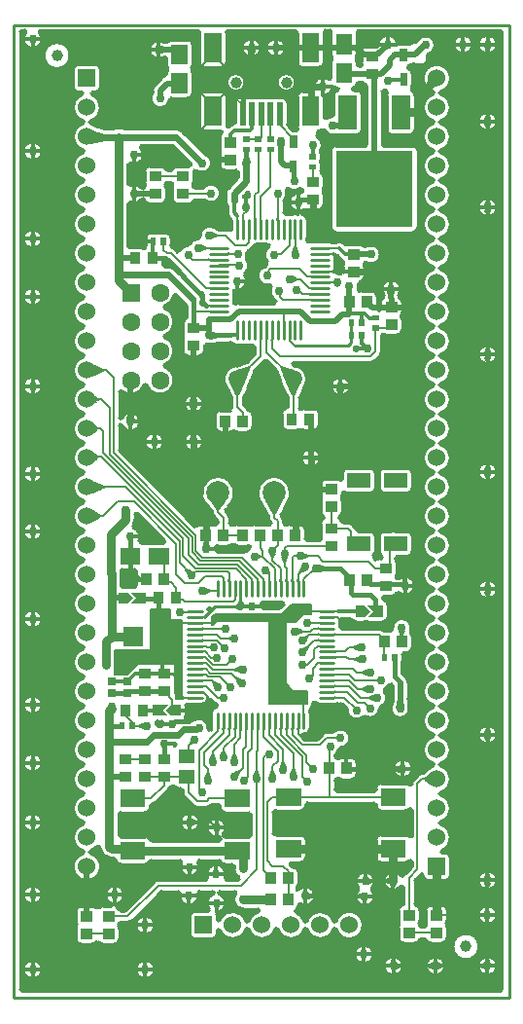
<source format=gtl>
*
*
G04 PADS Layout (Build Number 2007.42.1) generated Gerber (RS-274-X) file*
G04 PC Version=2.1*
*
%IN "MB913-0127-e.pcb"*%
*
%MOIN*%
*
%FSLAX35Y35*%
*
*
*
*
G04 PC Standard Apertures*
*
*
G04 Thermal Relief Aperture macro.*
%AMTER*
1,1,$1,0,0*
1,0,$1-$2,0,0*
21,0,$3,$4,0,0,45*
21,0,$3,$4,0,0,135*
%
*
*
G04 Annular Aperture macro.*
%AMANN*
1,1,$1,0,0*
1,0,$2,0,0*
%
*
*
G04 Odd Aperture macro.*
%AMODD*
1,1,$1,0,0*
1,0,$1-0.005,0,0*
%
*
*
G04 PC Custom Aperture Macros*
*
*
*
*
*
*
G04 PC Aperture Table*
*
%ADD010R,0.02362X0.02362*%
%ADD011C,0.01*%
%ADD017C,0.006*%
%ADD019R,0.035X0.035*%
%ADD021R,0.065X0.065*%
%ADD022C,0.065*%
%ADD024R,0.06X0.06*%
%ADD026C,0.06*%
%ADD027R,0.063X0.063*%
%ADD028C,0.063*%
%ADD032C,0.03*%
%ADD033C,0.039*%
%ADD039C,0.03937*%
%ADD040C,0.01013*%
%ADD041C,0.01181*%
%ADD042C,0.01969*%
%ADD043C,0.00984*%
%ADD044R,0.02X0.02*%
%ADD045R,0.05906X0.05906*%
%ADD046C,0.07874*%
%ADD047C,0.05906*%
%ADD048R,0.05118X0.05118*%
%ADD049R,0.02756X0.02756*%
%ADD050R,0.06299X0.06299*%
%ADD051R,0.26378X0.26378*%
%ADD052R,0.045X0.045*%
%ADD054C,0.01575*%
%ADD055C,0.02362*%
%ADD056C,0.0315*%
%ADD057C,0.00787*%
%ADD061R,0.025X0.025*%
%ADD062R,0.01772X0.01772*%
*
*
*
*
G04 PC Copper Outlines (0)*
G04 Layer Name MB913-0127-e.pcb - dark (0)*
%LPD*%
*
*
G04 PC Area=_PSI_PAC_JUMPER_000_*
G75*
G36*
G01*
X1989616Y1780740D02*
X1992765D01*
X1994734Y1782709D01*
X1992765Y1784677D01*
X1989616D01*
Y1780740D01*
G37*
G74*
*
*
G04 PC Copper Outlines (1)*
G04 Layer Name MB913-0127-e.pcb - dark (1)*
%LPD*%
*
*
G04 PC Area=_PSI_PAC_JUMPER_001_*
G75*
G36*
G01*
X1993750Y1784677D02*
X1995718Y1782709D01*
X1993750Y1780740D01*
X1999065D01*
Y1784677D01*
X1993750D01*
G37*
G74*
*
*
G04 PC Copper Outlines (2)*
G04 Layer Name MB913-0127-e.pcb - dark (2)*
%LPD*%
*
*
G04 PC Area=_PSI_PAC_JUMPER_000_*
G75*
G36*
G01*
X2070846Y1776350D02*
X2073996D01*
X2075965Y1778319D01*
X2073996Y1780287D01*
X2070846D01*
Y1776350D01*
G37*
G74*
*
*
G04 PC Copper Outlines (3)*
G04 Layer Name MB913-0127-e.pcb - dark (3)*
%LPD*%
*
*
G04 PC Area=_PSI_PAC_JUMPER_001_*
G75*
G36*
G01*
X2074980Y1780287D02*
X2076949Y1778319D01*
X2074980Y1776350D01*
X2080295D01*
Y1780287D01*
X2074980D01*
G37*
G74*
*
*
G04 PC Copper Outlines (4)*
G04 Layer Name MB913-0127-e.pcb - dark (4)*
%LPD*%
*
*
G04 PC Area=_PSI_PAC_JUMPER_000_P324000000*
G75*
G36*
G01*
X2010823Y1746303D02*
X2007673D01*
X2005705Y1744335D01*
X2007673Y1742366D01*
X2010823D01*
Y1746303D01*
G37*
G74*
*
*
G04 PC Copper Outlines (5)*
G04 Layer Name MB913-0127-e.pcb - dark (5)*
%LPD*%
*
*
G04 PC Area=_PSI_PAC_JUMPER_001_P324000000*
G75*
G36*
G01*
X2006689Y1742366D02*
X2004720Y1744335D01*
X2006689Y1746303D01*
X2001374D01*
Y1742366D01*
X2006689D01*
G37*
G74*
*
*
G04 PC Copper Outlines (6)*
G04 Layer Name MB913-0127-e.pcb - dark (6)*
%LPD*%
*
*
G04 PC Area=_PSI_PAC_CASE-A_000_P162000000*
G75*
G36*
G01*
X2013340Y1955609D02*
Y1962409D01*
X2007740D01*
Y1955609D01*
X2013340D01*
G37*
G74*
*
*
G04 PC Copper Outlines (7)*
G04 Layer Name MB913-0127-e.pcb - dark (7)*
%LPD*%
*
*
G04 PC Area=_PSI_PAC_CASE-A_001_P162000000*
G75*
G36*
G01*
X2013340Y1965409D02*
Y1972209D01*
X2007740D01*
Y1965409D01*
X2013340D01*
G37*
G74*
*
*
G04 PC Copper Outlines (8)*
G04 Layer Name MB913-0127-e.pcb - dark (8)*
%LPD*%
*
*
G04 PC Area=_PSI_PAC_CASE-A_000_P162000000*
G75*
G36*
G01*
X2069740Y1959209D02*
Y1966009D01*
X2064140D01*
Y1959209D01*
X2069740D01*
G37*
G74*
*
*
G04 PC Copper Outlines (9)*
G04 Layer Name MB913-0127-e.pcb - dark (9)*
%LPD*%
*
*
G04 PC Area=_PSI_PAC_CASE-A_001_P162000000*
G75*
G36*
G01*
X2069740Y1969009D02*
Y1975809D01*
X2064140D01*
Y1969009D01*
X2069740D01*
G37*
G74*
*
*
G04 PC Copper Outlines (10)*
G04 Layer Name MB913-0127-e.pcb - dark (10)*
%LPD*%
*
*
G04 PC Area=_PSI_PAC_CASE-AA_000_P324000000*
G75*
G36*
G01*
X2006840Y1799909D02*
X2000040D01*
Y1794309D01*
X2006840D01*
Y1799909D01*
G37*
G74*
*
*
G04 PC Copper Outlines (11)*
G04 Layer Name MB913-0127-e.pcb - dark (11)*
%LPD*%
*
*
G04 PC Area=_PSI_PAC_CASE-AA_001_P324000000*
G75*
G36*
G01*
X1997040Y1799909D02*
X1990240D01*
Y1794309D01*
X1997040D01*
Y1799909D01*
G37*
G74*
*
*
G04 PC Copper Outlines (12)*
G04 Layer Name MB913-0127-e.pcb - dark (12)*
%LPD*%
*
*
G04 PC Area=DRW1361955*
G75*
G36*
G01*
X2055669Y1780629D02*
X2048979D01*
X2045577Y1777228D01*
X2022821D01*
X2022781Y1777267D01*
X2022569D01*
X2021489Y1776187D01*
Y1773536D01*
X2022053D01*
X2023254Y1774737D01*
X2041276D01*
Y1746414D01*
X2054212D01*
Y1751019D01*
X2049391D01*
X2046924Y1753486D01*
Y1774375D01*
X2050171D01*
X2052825Y1777028D01*
X2055669D01*
Y1780629D01*
G37*
G74*
*
*
G04 PC Copper Outlines (13)*
G04 Layer Name MB913-0127-e.pcb - dark (13)*
%LPD*%
*
*
G04 PC Area=DRW28145516*
G75*
G36*
G01*
X2011200Y1775326D02*
X2007440D01*
Y1778917D01*
X2001871D01*
Y1778909D01*
X2000721D01*
Y1764716D01*
X1988387D01*
Y1756402D01*
X1992494D01*
X1996384Y1760292D01*
X2009095D01*
Y1750111D01*
X2009434D01*
Y1748253D01*
X2011200D01*
Y1775326D01*
G37*
G74*
*
*
G04 PC Copper Outlines (14)*
G04 Layer Name MB913-0127-e.pcb - dark (14)*
%LPD*%
*
*
G04 PC Area=ANP000292*
G75*
G36*
G01*
X2121040Y1976709D02*
X2120894Y1977062D01*
X2120540Y1977209D01*
X2112959D01*
Y1972941D01*
X2113443Y1974111D01*
X2114338Y1975005D01*
X2115507Y1975490D01*
X2116773D01*
X2117942Y1975005D01*
X2118837Y1974111D01*
X2119321Y1972941D01*
Y1971676D01*
X2118837Y1970507D01*
X2117942Y1969612D01*
X2116773Y1969128D01*
X2115507D01*
X2114338Y1969612D01*
X2113443Y1970507D01*
X2112959Y1971676D01*
Y1946541D01*
X2113443Y1947711D01*
X2114338Y1948605D01*
X2115507Y1949090D01*
X2116773D01*
X2117942Y1948605D01*
X2118837Y1947711D01*
X2119321Y1946541D01*
Y1945276D01*
X2118837Y1944107D01*
X2117942Y1943212D01*
X2116773Y1942728D01*
X2115507D01*
X2114338Y1943212D01*
X2113443Y1944107D01*
X2112959Y1945276D01*
Y1917141D01*
X2113443Y1918311D01*
X2114338Y1919205D01*
X2115507Y1919690D01*
X2116773D01*
X2117942Y1919205D01*
X2118837Y1918311D01*
X2119321Y1917141D01*
Y1915876D01*
X2118837Y1914707D01*
X2117942Y1913812D01*
X2116773Y1913328D01*
X2115507D01*
X2114338Y1913812D01*
X2113443Y1914707D01*
X2112959Y1915876D01*
Y1866741D01*
X2113443Y1867911D01*
X2114338Y1868805D01*
X2115507Y1869290D01*
X2116773D01*
X2117942Y1868805D01*
X2118837Y1867911D01*
X2119321Y1866741D01*
Y1865476D01*
X2118837Y1864307D01*
X2117942Y1863412D01*
X2116773Y1862928D01*
X2115507D01*
X2114338Y1863412D01*
X2113443Y1864307D01*
X2112959Y1865476D01*
Y1826541D01*
X2113443Y1827711D01*
X2114338Y1828605D01*
X2115507Y1829090D01*
X2116773D01*
X2117942Y1828605D01*
X2118837Y1827711D01*
X2119321Y1826541D01*
Y1825276D01*
X2118837Y1824107D01*
X2117942Y1823212D01*
X2116773Y1822728D01*
X2115507D01*
X2114338Y1823212D01*
X2113443Y1824107D01*
X2112959Y1825276D01*
Y1786341D01*
X2113443Y1787511D01*
X2114338Y1788405D01*
X2115507Y1788890D01*
X2116773D01*
X2117942Y1788405D01*
X2118837Y1787511D01*
X2119321Y1786341D01*
Y1785076D01*
X2118837Y1783907D01*
X2117942Y1783012D01*
X2116773Y1782528D01*
X2115507D01*
X2114338Y1783012D01*
X2113443Y1783907D01*
X2112959Y1785076D01*
Y1736541D01*
X2113443Y1737711D01*
X2114338Y1738605D01*
X2115507Y1739090D01*
X2116773D01*
X2117942Y1738605D01*
X2118837Y1737711D01*
X2119321Y1736541D01*
Y1735276D01*
X2118837Y1734107D01*
X2117942Y1733212D01*
X2116773Y1732728D01*
X2115507D01*
X2114338Y1733212D01*
X2113443Y1734107D01*
X2112959Y1735276D01*
Y1977209D01*
X2112923D01*
Y1686741D01*
X2113407Y1687911D01*
X2114302Y1688805D01*
X2115471Y1689290D01*
X2116737D01*
X2117906Y1688805D01*
X2118801Y1687911D01*
X2119285Y1686741D01*
Y1685476D01*
X2118801Y1684307D01*
X2117906Y1683412D01*
X2116737Y1682928D01*
X2115471D01*
X2114302Y1683412D01*
X2113407Y1684307D01*
X2112945Y1685423D01*
Y1674830D01*
X2113429Y1675999D01*
X2114324Y1676894D01*
X2115493Y1677378D01*
X2116759D01*
X2117928Y1676894D01*
X2118823Y1675999D01*
X2119307Y1674830D01*
Y1673564D01*
X2118823Y1672395D01*
X2117928Y1671500D01*
X2116759Y1671016D01*
X2115493D01*
X2114324Y1671500D01*
X2113429Y1672395D01*
X2112945Y1673564D01*
Y1685423D01*
X2112923Y1685476D01*
Y1977209D01*
X2104559D01*
Y1972941D01*
X2105043Y1974111D01*
X2105938Y1975005D01*
X2107107Y1975490D01*
X2108373D01*
X2109542Y1975005D01*
X2110437Y1974111D01*
X2110921Y1972941D01*
Y1971676D01*
X2110437Y1970507D01*
X2109542Y1969612D01*
X2108373Y1969128D01*
X2107107D01*
X2105938Y1969612D01*
X2105043Y1970507D01*
X2104559Y1971676D01*
Y1977209D01*
X2104283D01*
Y1664092D01*
X2104720Y1665434D01*
X2105550Y1666576D01*
X2106692Y1667406D01*
X2108034Y1667843D01*
X2109446D01*
X2110789Y1667406D01*
X2111931Y1666576D01*
X2112761Y1665434D01*
X2113197Y1664092D01*
Y1662680D01*
X2112945Y1661904D01*
Y1657357D01*
X2113429Y1658526D01*
X2114324Y1659421D01*
X2115493Y1659906D01*
X2116759D01*
X2117928Y1659421D01*
X2118823Y1658526D01*
X2119307Y1657357D01*
Y1656092D01*
X2118823Y1654922D01*
X2117928Y1654028D01*
X2116759Y1653543D01*
X2115493D01*
X2114324Y1654028D01*
X2113429Y1654922D01*
X2112945Y1656092D01*
Y1661904D01*
X2112761Y1661337D01*
X2111931Y1660195D01*
X2110789Y1659365D01*
X2109446Y1658929D01*
X2108034D01*
X2106692Y1659365D01*
X2105550Y1660195D01*
X2104720Y1661337D01*
X2104283Y1662680D01*
Y1977209D01*
X2071727D01*
X2071373Y1977062D01*
X2071227Y1976709D01*
X2071421Y1975809D01*
Y1968686D01*
X2071182Y1968087D01*
X2070961Y1967853D01*
X2070824Y1967509D01*
X2070961Y1967165D01*
X2071182Y1966931D01*
X2071421Y1966331D01*
Y1965274D01*
X2071568Y1964920D01*
X2071921Y1964774D01*
X2072648D01*
X2072969Y1964891D01*
X2073140Y1965186D01*
X2073082Y1965523D01*
X2072859Y1966359D01*
Y1970309D01*
X2073309Y1971089D01*
X2074090Y1971540D01*
X2078269D01*
X2078635Y1971699D01*
X2078768Y1972076D01*
X2078723Y1972687D01*
X2079093Y1973854D01*
X2079870Y1974801D01*
X2080943Y1975391D01*
X2082158Y1975541D01*
X2083342Y1975229D01*
X2084326Y1974500D01*
X2084969Y1973458D01*
X2085074Y1972854D01*
X2085281Y1972530D01*
X2085657Y1972449D01*
X2085962Y1972476D01*
X2088718D01*
X2089483Y1972292D01*
X2089882Y1972268D01*
X2090171Y1972544D01*
X2090300Y1972850D01*
X2090853Y1973217D01*
X2091472D01*
X2091825Y1973363D01*
X2092126Y1973664D01*
X2092195Y1973750D01*
X2092531Y1974280D01*
X2093556Y1975007D01*
X2094781Y1975288D01*
X2096021Y1975083D01*
X2097090Y1974422D01*
X2097827Y1973405D01*
X2098122Y1972183D01*
X2097930Y1970941D01*
X2097281Y1969866D01*
X2096271Y1969117D01*
X2095662Y1968963D01*
X2095390Y1968786D01*
X2095285Y1968479D01*
Y1966322D01*
X2094990Y1965812D01*
X2094479Y1965517D01*
X2091185D01*
X2090641Y1965661D01*
X2090305Y1965718D01*
X2090010Y1965546D01*
X2089819Y1965317D01*
X2089303Y1965018D01*
X2089010Y1964966D01*
X2088657Y1964712D01*
X2088637Y1964278D01*
X2088965Y1963992D01*
X2089323Y1963894D01*
X2089890Y1963415D01*
X2090202Y1962741D01*
Y1957931D01*
X2090038Y1957425D01*
X2089882Y1957210D01*
X2089807Y1956775D01*
X2090106Y1956450D01*
X2090425Y1956327D01*
X2090915Y1955852D01*
X2091181Y1955223D01*
Y1942620D01*
X2090731Y1941840D01*
X2089950Y1941390D01*
X2082750D01*
X2081970Y1941840D01*
X2081520Y1942620D01*
Y1955128D01*
X2081660Y1955599D01*
X2081795Y1955804D01*
X2081835Y1956279D01*
X2081460Y1956572D01*
X2080668Y1956814D01*
X2080190Y1956780D01*
X2079961Y1956359D01*
Y1938165D01*
X2080107Y1937812D01*
X2080461Y1937665D01*
X2090935D01*
X2091715Y1937215D01*
X2092165Y1936435D01*
Y1909156D01*
X2091715Y1908376D01*
X2090935Y1907925D01*
X2063656D01*
X2062876Y1908376D01*
X2062425Y1909156D01*
Y1936435D01*
X2062876Y1937215D01*
X2063656Y1937665D01*
X2074130D01*
X2074483Y1937812D01*
X2074630Y1938165D01*
Y1958216D01*
X2074515Y1958535D01*
X2074224Y1958708D01*
X2073942Y1958761D01*
X2073447Y1959050D01*
X2073261Y1959268D01*
X2072881Y1959443D01*
X2071905D01*
X2071574Y1959318D01*
X2071409Y1959004D01*
X2071365Y1958646D01*
X2070991Y1958029D01*
X2070397Y1957620D01*
X2070042Y1957555D01*
X2069672Y1957259D01*
X2069715Y1956787D01*
X2070132Y1956563D01*
X2071840D01*
X2072620Y1956113D01*
X2073071Y1955332D01*
Y1942620D01*
X2072620Y1941840D01*
X2071840Y1941390D01*
X2065091D01*
X2064472Y1941508D01*
X2064112Y1941511D01*
X2063571Y1941307D01*
X2062415D01*
X2061333Y1941713D01*
X2060463Y1942474D01*
X2060189Y1942984D01*
X2059849Y1943237D01*
X2059436Y1943138D01*
X2059213Y1942959D01*
X2058672Y1942769D01*
X2058051D01*
X2057697Y1942623D01*
X2057551Y1942269D01*
Y1940966D01*
X2057617Y1940718D01*
X2057797Y1940536D01*
X2058245Y1940271D01*
X2058926Y1939486D01*
X2059321Y1938524D01*
X2059390Y1937487D01*
X2059124Y1936481D01*
X2058839Y1936047D01*
X2058757Y1935798D01*
X2058813Y1935542D01*
X2059002Y1934766D01*
Y1932994D01*
X2058814Y1932109D01*
X2059002Y1931223D01*
Y1929451D01*
X2058915Y1928917D01*
X2058918Y1928593D01*
X2059118Y1928339D01*
X2059477Y1928106D01*
X2059886Y1927355D01*
Y1923169D01*
X2059731Y1922676D01*
X2059582Y1922464D01*
X2059492Y1922177D01*
X2059582Y1921891D01*
X2059731Y1921679D01*
X2059886Y1921186D01*
Y1916977D01*
X2059435Y1916196D01*
X2058655Y1915746D01*
X2054205D01*
X2053687Y1915828D01*
X2053235Y1915754D01*
X2052221Y1915252D01*
X2051894Y1914953D01*
X2051933Y1914510D01*
X2052309Y1914274D01*
X2052713Y1914233D01*
X2053438Y1913866D01*
X2053983Y1913263D01*
X2054275Y1912504D01*
Y1906011D01*
X2054139Y1905252D01*
X2054149Y1904882D01*
X2054411Y1904620D01*
X2054782Y1904610D01*
X2055540Y1904746D01*
X2061627D01*
X2062397Y1904633D01*
X2064218D01*
X2064403Y1904669D01*
X2064818Y1904834D01*
X2065711Y1904826D01*
X2066535Y1904480D01*
X2067129Y1903886D01*
X2067369Y1903753D01*
X2067643Y1903767D01*
X2068185Y1903856D01*
X2072554D01*
X2073225Y1903547D01*
X2073464Y1903266D01*
X2073845Y1903091D01*
X2074395D01*
X2074638Y1903154D01*
X2075177Y1903454D01*
X2076400Y1903607D01*
X2077593Y1903293D01*
X2078581Y1902555D01*
X2079223Y1901502D01*
X2079424Y1900286D01*
X2079157Y1899082D01*
X2078459Y1898065D01*
X2077431Y1897383D01*
X2076224Y1897134D01*
X2075010Y1897354D01*
X2074489Y1897683D01*
X2074222Y1897760D01*
X2074077D01*
X2073724Y1897613D01*
X2073577Y1897260D01*
X2073866Y1896175D01*
Y1892243D01*
X2073448Y1891485D01*
X2072717Y1891023D01*
X2072285Y1890997D01*
X2071951Y1890841D01*
X2071815Y1890498D01*
X2071836Y1890355D01*
X2071984Y1889857D01*
X2071949Y1888817D01*
X2071767Y1888330D01*
X2071735Y1888155D01*
X2071949Y1887745D01*
X2072408Y1887686D01*
X2072990Y1887790D01*
X2076941D01*
X2077721Y1887339D01*
X2078171Y1886559D01*
Y1882109D01*
X2078141Y1881747D01*
X2078288Y1881394D01*
X2078641Y1881247D01*
X2078921D01*
X2078950D01*
X2079310Y1881390D01*
X2079459Y1881747D01*
Y1884397D01*
X2079721Y1885022D01*
X2080205Y1885496D01*
X2080520Y1885621D01*
X2080822Y1885970D01*
X2080711Y1886417D01*
X2080325Y1886853D01*
X2079913Y1887942D01*
Y1889156D01*
X2080398Y1890326D01*
X2081293Y1891220D01*
X2082462Y1891705D01*
X2083727D01*
X2084896Y1891220D01*
X2085791Y1890326D01*
X2086276Y1889156D01*
Y1887949D01*
X2085874Y1886873D01*
X2085498Y1886440D01*
X2085392Y1885985D01*
X2085707Y1885641D01*
X2086035Y1885524D01*
X2086544Y1885047D01*
X2086821Y1884407D01*
Y1880300D01*
X2086666Y1879807D01*
X2086518Y1879595D01*
X2086428Y1879309D01*
X2086518Y1879022D01*
X2086666Y1878810D01*
X2086821Y1878317D01*
Y1874108D01*
X2086371Y1873328D01*
X2085591Y1872878D01*
X2081140D01*
X2080483Y1873011D01*
X2080219Y1873046D01*
X2079974Y1872941D01*
X2079923Y1872901D01*
X2079721Y1872500D01*
Y1866752D01*
X2079420Y1866023D01*
X2079021Y1865625D01*
Y1825945D01*
X2079472Y1826725D01*
X2080252Y1827176D01*
X2089027D01*
X2089807Y1826725D01*
X2090258Y1825945D01*
Y1819926D01*
X2089807Y1819146D01*
X2089027Y1818695D01*
X2080252D01*
X2079472Y1819146D01*
X2079021Y1819926D01*
Y1865625D01*
X2077173Y1863777D01*
X2076445Y1863476D01*
X2062531D01*
Y1855857D01*
X2063016Y1857026D01*
X2063911Y1857921D01*
X2065080Y1858406D01*
X2066345D01*
X2067515Y1857921D01*
X2068409Y1857026D01*
X2068894Y1855857D01*
Y1854592D01*
X2068409Y1853422D01*
X2067515Y1852528D01*
X2066345Y1852043D01*
X2065080D01*
X2063911Y1852528D01*
X2063016Y1853422D01*
X2062531Y1854592D01*
Y1863476D01*
X2049620D01*
X2049267Y1863329D01*
X2049120Y1862976D01*
X2049210Y1862689D01*
X2049449Y1862506D01*
X2049882Y1862348D01*
X2050004Y1862320D01*
X2050721Y1862249D01*
X2052043Y1861678D01*
X2053130Y1860733D01*
X2053879Y1859503D01*
X2054219Y1858104D01*
X2054119Y1856667D01*
X2053587Y1855329D01*
X2053131Y1854772D01*
X2053064Y1854666D01*
X2051574Y1851465D01*
X2051528Y1851254D01*
Y1847754D01*
X2051649Y1847428D01*
X2051953Y1847260D01*
X2052294Y1847331D01*
X2052495Y1847458D01*
X2052952Y1847590D01*
X2057141D01*
X2057921Y1847139D01*
X2058371Y1846359D01*
Y1841458D01*
X2057921Y1840678D01*
X2057141Y1840228D01*
X2052932D01*
X2052439Y1840383D01*
X2052359Y1840438D01*
Y1831341D01*
X2052843Y1832511D01*
X2053738Y1833405D01*
X2054907Y1833890D01*
X2056173D01*
X2057342Y1833405D01*
X2058237Y1832511D01*
X2058721Y1831341D01*
Y1830076D01*
X2058237Y1828907D01*
X2057342Y1828012D01*
X2056173Y1827528D01*
X2054907D01*
X2053738Y1828012D01*
X2052843Y1828907D01*
X2052359Y1830076D01*
Y1840438D01*
X2052227Y1840531D01*
X2051940Y1840621D01*
X2051654Y1840531D01*
X2051442Y1840383D01*
X2050949Y1840228D01*
X2046740D01*
X2045959Y1840678D01*
X2045509Y1841458D01*
Y1846342D01*
X2045928Y1847101D01*
X2046661Y1847562D01*
X2047094Y1847587D01*
X2047429Y1847743D01*
X2047565Y1848086D01*
Y1851254D01*
X2047519Y1851465D01*
X2046029Y1854666D01*
X2045962Y1854772D01*
X2045528Y1855302D01*
X2045003Y1856569D01*
X2044935Y1857251D01*
X2044907Y1857373D01*
X2043698Y1860690D01*
X2043581Y1860872D01*
X2040294Y1864160D01*
X2039940Y1864306D01*
X2039587Y1864160D01*
X2036299Y1860872D01*
X2036183Y1860690D01*
X2034973Y1857373D01*
X2034945Y1857251D01*
X2034877Y1856569D01*
X2034353Y1855302D01*
X2033918Y1854772D01*
X2033852Y1854666D01*
X2032362Y1851465D01*
X2032315Y1851254D01*
Y1849143D01*
X2032461Y1848789D01*
X2033541Y1847710D01*
X2033903Y1847213D01*
X2034243Y1846952D01*
X2034622Y1846871D01*
X2035232Y1846393D01*
X2035571Y1845696D01*
Y1840858D01*
X2035121Y1840078D01*
X2034341Y1839628D01*
X2030132D01*
X2029639Y1839783D01*
X2029427Y1839931D01*
X2029140Y1840021D01*
X2028854Y1839931D01*
X2028642Y1839783D01*
X2028149Y1839628D01*
X2023940D01*
X2023159Y1840078D01*
X2022709Y1840858D01*
Y1845759D01*
X2023159Y1846539D01*
X2023940Y1846990D01*
X2027890D01*
X2027922Y1846989D01*
X2028281Y1847133D01*
X2028431Y1847489D01*
X2028353Y1848109D01*
Y1851254D01*
X2028306Y1851465D01*
X2026816Y1854666D01*
X2026750Y1854772D01*
X2026293Y1855329D01*
X2025761Y1856667D01*
X2025661Y1858104D01*
X2026001Y1859503D01*
X2026750Y1860733D01*
X2027837Y1861678D01*
X2029159Y1862249D01*
X2029876Y1862320D01*
X2029998Y1862348D01*
X2033315Y1863558D01*
X2033497Y1863674D01*
X2036180Y1866357D01*
X2036327Y1866710D01*
Y1868727D01*
X2036213Y1869045D01*
X2035922Y1869218D01*
X2035539Y1869330D01*
X2035172D01*
X2034786Y1869178D01*
X2033956D01*
X2033570Y1869330D01*
X2033203D01*
X2032817Y1869178D01*
X2031988Y1869177D01*
X2031602Y1869330D01*
X2031235D01*
X2030786Y1869153D01*
X2029822Y1869210D01*
X2028971Y1869668D01*
X2028682Y1870055D01*
X2028479Y1870215D01*
X2028224Y1870253D01*
X2027940Y1870236D01*
X2023852D01*
X2023753Y1870226D01*
X2022071Y1869887D01*
X2021951Y1869846D01*
X2021417Y1869585D01*
X2020232Y1869485D01*
X2019662Y1869652D01*
X2019221Y1869572D01*
X2019021Y1869172D01*
Y1866908D01*
X2018571Y1866128D01*
X2017791Y1865678D01*
X2012890D01*
X2012159Y1866099D01*
Y1849941D01*
X2012643Y1851111D01*
X2013538Y1852005D01*
X2014707Y1852490D01*
X2015973D01*
X2017142Y1852005D01*
X2018037Y1851111D01*
X2018521Y1849941D01*
Y1848676D01*
X2018037Y1847507D01*
X2017142Y1846612D01*
X2015973Y1846128D01*
X2014707D01*
X2013538Y1846612D01*
X2012643Y1847507D01*
X2012159Y1848676D01*
Y1866099D01*
X2012154Y1866103D01*
Y1836877D01*
X2012638Y1838046D01*
X2013533Y1838941D01*
X2014702Y1839425D01*
X2015967D01*
X2017137Y1838941D01*
X2018031Y1838046D01*
X2018516Y1836877D01*
Y1835611D01*
X2018031Y1834442D01*
X2017137Y1833547D01*
X2015967Y1833063D01*
X2014702D01*
X2013533Y1833547D01*
X2012638Y1834442D01*
X2012154Y1835611D01*
Y1866103D01*
X2012109Y1866128D01*
X2011659Y1866908D01*
Y1871117D01*
X2011814Y1871610D01*
X2011963Y1871822D01*
X2012053Y1872109D01*
X2011963Y1872395D01*
X2011814Y1872607D01*
X2011659Y1873100D01*
Y1877171D01*
X2011883Y1877754D01*
X2012302Y1878217D01*
X2012580Y1878358D01*
X2012780Y1878543D01*
X2012854Y1878804D01*
Y1882991D01*
X2012707Y1883346D01*
X2009384Y1886645D01*
X2009063Y1886789D01*
X2008726Y1886686D01*
X2008541Y1886386D01*
X2008422Y1885776D01*
X2007883Y1884655D01*
X2007077Y1883708D01*
X2006058Y1882996D01*
X2005475Y1882780D01*
X2005238Y1882597D01*
X2005149Y1882311D01*
X2005238Y1882025D01*
X2005475Y1881842D01*
X2006170Y1881585D01*
X2007341Y1880679D01*
X2008187Y1879464D01*
X2008630Y1878051D01*
Y1876571D01*
X2008187Y1875158D01*
X2007341Y1873943D01*
X2006170Y1873037D01*
X2005475Y1872780D01*
X2005238Y1872597D01*
X2005149Y1872311D01*
X2005238Y1872025D01*
X2005475Y1871842D01*
X2006170Y1871585D01*
X2007341Y1870679D01*
X2008187Y1869464D01*
X2008630Y1868051D01*
Y1866571D01*
X2008187Y1865158D01*
X2007341Y1863943D01*
X2006170Y1863037D01*
X2005475Y1862780D01*
X2005238Y1862597D01*
X2005149Y1862311D01*
X2005238Y1862025D01*
X2005475Y1861842D01*
X2006170Y1861585D01*
X2007341Y1860679D01*
X2008187Y1859464D01*
X2008630Y1858051D01*
Y1856557D01*
X2008171Y1855120D01*
X2007295Y1853892D01*
X2006087Y1852990D01*
X2004661Y1852498D01*
X2003153Y1852464D01*
X2001707Y1852892D01*
X2000459Y1853740D01*
X1999530Y1854928D01*
X1999268Y1855635D01*
X1998996Y1855921D01*
X1998677D01*
Y1836877D01*
X1999161Y1838046D01*
X2000056Y1838941D01*
X2001226Y1839425D01*
X2002491D01*
X2003660Y1838941D01*
X2004555Y1838046D01*
X2005039Y1836877D01*
Y1835611D01*
X2004555Y1834442D01*
X2003660Y1833547D01*
X2002491Y1833063D01*
X2001226D01*
X2000056Y1833547D01*
X1999161Y1834442D01*
X1998677Y1835611D01*
Y1855921D01*
X1998602D01*
X1998330Y1855635D01*
X1998099Y1855009D01*
X1997313Y1853929D01*
X1996264Y1853103D01*
X1995030Y1852592D01*
X1993704Y1852435D01*
X1992385Y1852644D01*
X1991172Y1853202D01*
X1990664Y1853636D01*
X1990313Y1853754D01*
X1989977Y1853599D01*
X1989839Y1853255D01*
Y1844471D01*
X1990038Y1844072D01*
X1990475Y1843989D01*
X1990805Y1844288D01*
X1991021Y1844842D01*
X1991824Y1845717D01*
X1992889Y1846244D01*
X1994072Y1846352D01*
X1995214Y1846025D01*
X1996161Y1845308D01*
X1996786Y1844298D01*
X1997004Y1843130D01*
X1996786Y1841962D01*
X1996161Y1840952D01*
X1995214Y1840235D01*
X1994072Y1839908D01*
X1992889Y1840016D01*
X1991824Y1840543D01*
X1991021Y1841418D01*
X1990805Y1841971D01*
X1990475Y1842271D01*
X1990038Y1842188D01*
X1989839Y1841789D01*
Y1833418D01*
X1989986Y1833065D01*
X2015733Y1807317D01*
X2016114Y1807172D01*
X2016477Y1807359D01*
X2016717Y1807658D01*
X2017407Y1807990D01*
X2021549D01*
X2022042Y1807834D01*
X2022254Y1807686D01*
X2022540Y1807596D01*
X2022827Y1807686D01*
X2023227Y1807893D01*
X2023468Y1808075D01*
X2023559Y1808364D01*
Y1809275D01*
X2023413Y1809628D01*
X2022054Y1810986D01*
X2021753Y1811715D01*
Y1812166D01*
X2021649Y1812470D01*
X2020269Y1814268D01*
X2020188Y1814351D01*
X2019553Y1814868D01*
X2018631Y1816220D01*
X2018133Y1817778D01*
X2018100Y1819414D01*
X2018536Y1820992D01*
X2019403Y1822380D01*
X2020630Y1823462D01*
X2022115Y1824150D01*
X2023734Y1824386D01*
X2025353Y1824150D01*
X2026838Y1823462D01*
X2028065Y1822380D01*
X2028932Y1820992D01*
X2029367Y1819414D01*
X2029335Y1817778D01*
X2028837Y1816220D01*
X2027915Y1814868D01*
X2027280Y1814351D01*
X2027199Y1814268D01*
X2026240Y1813019D01*
X2026138Y1812682D01*
X2026283Y1812361D01*
X2027220Y1811425D01*
X2027521Y1810696D01*
Y1808364D01*
X2027613Y1808075D01*
X2027854Y1807893D01*
X2028485Y1807491D01*
X2028840Y1807343D01*
X2029195Y1807491D01*
X2029432Y1807731D01*
X2030054Y1807990D01*
X2034149D01*
X2034642Y1807834D01*
X2034854Y1807686D01*
X2035140Y1807596D01*
X2035427Y1807686D01*
X2035639Y1807834D01*
X2036132Y1807990D01*
X2040149D01*
X2040642Y1807834D01*
X2040854Y1807686D01*
X2041140Y1807596D01*
X2041427Y1807686D01*
X2041676Y1807830D01*
X2041885Y1808015D01*
X2041963Y1808283D01*
X2041817Y1808637D01*
X2041267Y1809186D01*
X2040965Y1809915D01*
Y1810600D01*
X2040909Y1810832D01*
X2038771Y1814927D01*
X2038705Y1815024D01*
X2038175Y1815634D01*
X2037502Y1817104D01*
X2037270Y1818704D01*
X2037499Y1820304D01*
X2038170Y1821775D01*
X2039228Y1822997D01*
X2040587Y1823871D01*
X2042138Y1824327D01*
X2043755D01*
X2045306Y1823871D01*
X2046665Y1822997D01*
X2047723Y1821775D01*
X2048394Y1820304D01*
X2048622Y1818704D01*
X2048391Y1817104D01*
X2047718Y1815634D01*
X2047188Y1815024D01*
X2047122Y1814927D01*
X2045237Y1811315D01*
X2045186Y1811008D01*
X2045326Y1810730D01*
X2045820Y1810237D01*
X2046121Y1809509D01*
Y1808364D01*
X2046213Y1808075D01*
X2046454Y1807893D01*
X2046854Y1807686D01*
X2047140Y1807596D01*
X2047427Y1807686D01*
X2047639Y1807834D01*
X2048132Y1807990D01*
X2052341D01*
X2053121Y1807539D01*
X2053571Y1806759D01*
Y1803044D01*
X2053718Y1802691D01*
X2054071Y1802544D01*
X2058547D01*
X2058836Y1802636D01*
X2059019Y1802877D01*
X2059225Y1803276D01*
X2059315Y1803563D01*
X2059225Y1803850D01*
X2059077Y1804061D01*
X2058921Y1804554D01*
Y1808635D01*
X2059160Y1809234D01*
X2059603Y1809703D01*
X2059896Y1809838D01*
X2060149Y1810105D01*
X2060151Y1810474D01*
X2059900Y1810744D01*
X2059612Y1810881D01*
X2059175Y1811348D01*
X2058941Y1811942D01*
Y1816020D01*
X2059096Y1816513D01*
X2059244Y1816725D01*
X2059335Y1817012D01*
X2059244Y1817298D01*
X2059096Y1817510D01*
X2058941Y1818003D01*
Y1822212D01*
X2059391Y1822992D01*
X2060172Y1823443D01*
X2064893D01*
X2065407Y1823273D01*
X2065625Y1823111D01*
X2065972Y1823015D01*
X2066293Y1823177D01*
X2066423Y1823513D01*
Y1825945D01*
X2066873Y1826725D01*
X2067653Y1827176D01*
X2076428D01*
X2077209Y1826725D01*
X2077659Y1825945D01*
Y1819926D01*
X2077209Y1819146D01*
X2076428Y1818695D01*
X2067833D01*
X2067319Y1818865D01*
X2067101Y1819027D01*
X2066754Y1819123D01*
X2066433Y1818961D01*
X2066303Y1818626D01*
Y1818003D01*
X2066148Y1817510D01*
X2066000Y1817298D01*
X2065909Y1817012D01*
X2066000Y1816725D01*
X2066148Y1816513D01*
X2066303Y1816020D01*
Y1811939D01*
X2066065Y1811340D01*
X2065621Y1810872D01*
X2065329Y1810736D01*
X2065075Y1810469D01*
X2065073Y1810101D01*
X2065324Y1809831D01*
X2065626Y1809688D01*
X2066074Y1809191D01*
X2066186Y1808877D01*
X2066369Y1808636D01*
X2066657Y1808544D01*
X2068534D01*
X2069262Y1808243D01*
X2070923Y1806582D01*
X2071182Y1806137D01*
X2071250Y1805889D01*
X2071429Y1805624D01*
X2071732Y1805522D01*
X2076428D01*
X2077209Y1805072D01*
X2077659Y1804291D01*
Y1798310D01*
X2077277Y1797579D01*
X2076939Y1797343D01*
X2076725Y1796933D01*
X2076871Y1796580D01*
X2077526Y1795925D01*
X2077866Y1795778D01*
X2078214Y1795907D01*
X2078446Y1796116D01*
X2079028Y1796340D01*
X2079602D01*
X2079984Y1796518D01*
X2080094Y1796925D01*
X2079854Y1797271D01*
X2079467Y1797498D01*
X2079021Y1798275D01*
Y1804291D01*
X2079472Y1805072D01*
X2080252Y1805522D01*
X2083054D01*
X2083192Y1805542D01*
X2083461Y1805619D01*
X2084020D01*
X2084288Y1805542D01*
X2084427Y1805522D01*
X2089027D01*
X2089807Y1805072D01*
X2090258Y1804291D01*
Y1798272D01*
X2089807Y1797492D01*
X2089027Y1797042D01*
X2085021D01*
X2084668Y1796895D01*
X2084521Y1796542D01*
Y1796048D01*
X2084636Y1795730D01*
X2084823Y1795504D01*
X2085021Y1794952D01*
Y1790900D01*
X2084866Y1790407D01*
X2084718Y1790195D01*
X2084628Y1789909D01*
X2084718Y1789622D01*
X2084885Y1789322D01*
X2085249Y1789028D01*
X2085697Y1789164D01*
X2086145Y1789610D01*
X2087314Y1790091D01*
X2088578Y1790089D01*
X2089745Y1789603D01*
X2090638Y1788709D01*
X2091121Y1787541D01*
Y1786277D01*
X2090638Y1785109D01*
X2089745Y1784214D01*
X2088578Y1783729D01*
X2087314Y1783726D01*
X2086145Y1784207D01*
X2085697Y1784653D01*
X2085249Y1784789D01*
X2084885Y1784496D01*
X2084755Y1784192D01*
X2084283Y1783728D01*
X2083671Y1783478D01*
X2080541D01*
X2080187Y1783331D01*
X2080041Y1782978D01*
X2080063Y1782831D01*
X2080156Y1782383D01*
X2080290Y1782095D01*
X2080571Y1781946D01*
X2080967Y1781880D01*
X2081614Y1781405D01*
X2081976Y1780689D01*
Y1775900D01*
X2081526Y1775120D01*
X2080746Y1774669D01*
X2074980D01*
X2074601Y1774713D01*
X2074375D01*
X2073996Y1774669D01*
X2070537D01*
X2069958Y1774890D01*
X2069496Y1775302D01*
X2069354Y1775577D01*
X2069170Y1775774D01*
X2068910Y1775846D01*
X2065984D01*
X2065691Y1775751D01*
X2065509Y1775503D01*
X2065465Y1775381D01*
X2065430Y1775197D01*
X2065465Y1775013D01*
X2065618Y1774627D01*
Y1773798D01*
X2065465Y1773412D01*
X2065430Y1773228D01*
X2065465Y1773044D01*
X2065578Y1772661D01*
X2065751Y1772371D01*
X2066069Y1772257D01*
X2079196D01*
X2079924Y1771955D01*
X2080343Y1771536D01*
X2080696Y1771390D01*
X2082490D01*
X2082983Y1771316D01*
X2083319Y1771332D01*
X2083570Y1771558D01*
X2083620Y1771891D01*
X2083559Y1772509D01*
Y1773140D01*
X2084042Y1774307D01*
X2084933Y1775202D01*
X2086099Y1775688D01*
X2087362Y1775692D01*
X2088531Y1775213D01*
X2089428Y1774324D01*
X2089917Y1773159D01*
X2089925Y1771896D01*
X2089687Y1771311D01*
X2089657Y1771043D01*
X2089770Y1770799D01*
X2089964Y1770571D01*
X2090171Y1770008D01*
Y1765258D01*
X2089721Y1764478D01*
X2088941Y1764028D01*
X2087378D01*
X2087025Y1763881D01*
X2086878Y1763528D01*
X2086879Y1763490D01*
Y1761128D01*
X2086780Y1760480D01*
Y1756967D01*
X2086927Y1756613D01*
X2087109Y1756431D01*
X2087253Y1756330D01*
X2087719Y1756116D01*
X2088425Y1755373D01*
X2088806Y1754421D01*
Y1748127D01*
X2088810Y1748058D01*
X2089068Y1746193D01*
X2089099Y1746078D01*
X2089329Y1745494D01*
X2089313Y1744240D01*
X2088821Y1743085D01*
X2087928Y1742204D01*
X2086768Y1741728D01*
X2085513D01*
X2084352Y1742204D01*
X2083846Y1742703D01*
Y1724987D01*
X2084331Y1726156D01*
X2085226Y1727051D01*
X2086395Y1727535D01*
X2087660D01*
X2088830Y1727051D01*
X2089724Y1726156D01*
X2090209Y1724987D01*
Y1723722D01*
X2089724Y1722552D01*
X2088830Y1721658D01*
X2087660Y1721173D01*
X2086395D01*
X2085226Y1721658D01*
X2084331Y1722552D01*
X2083846Y1723722D01*
Y1742703D01*
X2083459Y1743085D01*
X2082967Y1744240D01*
X2082951Y1745494D01*
X2083182Y1746078D01*
X2083212Y1746193D01*
X2083470Y1748058D01*
X2083475Y1748127D01*
Y1752876D01*
X2083328Y1753229D01*
X2083237Y1753321D01*
X2082795Y1753460D01*
X2082429Y1753177D01*
X2082178Y1752631D01*
X2081311Y1751799D01*
X2080756Y1751569D01*
X2080457Y1751205D01*
X2080593Y1750754D01*
X2080971Y1750375D01*
X2081437Y1749412D01*
X2081562Y1748349D01*
X2081332Y1747303D01*
X2080773Y1746391D01*
X2079947Y1745711D01*
X2079445Y1745525D01*
X2079208Y1745342D01*
X2079118Y1745057D01*
X2079121Y1744909D01*
Y1744329D01*
X2078712Y1743244D01*
X2077947Y1742373D01*
X2076923Y1741828D01*
X2075773Y1741679D01*
X2074645Y1741946D01*
X2074164Y1742270D01*
X2073822Y1742351D01*
X2073512Y1742188D01*
X2073143Y1741776D01*
X2072169Y1741248D01*
X2071075Y1741080D01*
X2069988Y1741292D01*
X2069037Y1741859D01*
X2068333Y1742713D01*
X2067959Y1743755D01*
Y1744309D01*
X2067966Y1744537D01*
X2067820Y1744890D01*
X2066216Y1746494D01*
X2065862Y1746641D01*
X2064627D01*
X2064547Y1746635D01*
X2064217Y1746582D01*
X2064137Y1746562D01*
X2063445Y1746449D01*
X2058109D01*
X2057338Y1746754D01*
X2057035Y1747038D01*
X2056683Y1747174D01*
X2056336Y1747024D01*
X2056193Y1746674D01*
Y1745942D01*
X2055768Y1745100D01*
X2055388Y1744820D01*
X2055185Y1744418D01*
Y1743927D01*
X2055283Y1743209D01*
Y1737819D01*
X2054898Y1736966D01*
X2054196Y1736347D01*
X2053301Y1736072D01*
X2052836Y1736131D01*
X2052451Y1736018D01*
X2052274Y1735657D01*
X2052420Y1735282D01*
X2053214Y1734487D01*
X2053568Y1734341D01*
X2057512D01*
X2057866Y1734487D01*
X2059818Y1736439D01*
X2060546Y1736741D01*
X2063068D01*
X2063431Y1736897D01*
X2063828Y1737316D01*
X2064866Y1737821D01*
X2066016Y1737930D01*
X2067130Y1737628D01*
X2068067Y1736953D01*
X2068707Y1735993D01*
X2068969Y1734869D01*
X2068820Y1733724D01*
X2068277Y1732705D01*
X2067411Y1731941D01*
X2066333Y1731530D01*
X2065755Y1731528D01*
X2065438Y1731412D01*
X2065266Y1731120D01*
X2065153Y1730520D01*
X2064498Y1729488D01*
X2064003Y1729130D01*
X2063796Y1728725D01*
Y1728413D01*
X2063888Y1728125D01*
X2064128Y1727942D01*
X2064528Y1727736D01*
X2064815Y1727646D01*
X2065102Y1727736D01*
X2065313Y1727884D01*
X2065806Y1728039D01*
X2070015D01*
X2070796Y1727589D01*
X2071246Y1726809D01*
Y1721908D01*
X2070796Y1721128D01*
X2070015Y1720677D01*
X2065806D01*
X2065313Y1720832D01*
X2065102Y1720981D01*
X2064815Y1721071D01*
X2064528Y1720981D01*
X2064128Y1720774D01*
X2063888Y1720592D01*
X2063796Y1720303D01*
Y1717107D01*
X2063943Y1716753D01*
X2064296Y1716607D01*
X2077309D01*
X2077663Y1716753D01*
X2077809Y1717107D01*
Y1718076D01*
X2078259Y1718856D01*
X2079040Y1719307D01*
X2088358D01*
X2089027Y1718999D01*
X2089267Y1718720D01*
X2089621Y1718545D01*
X2089991Y1718682D01*
X2090146Y1719045D01*
Y1719503D01*
X2090448Y1720231D01*
X2092605Y1722388D01*
X2093333Y1722690D01*
X2093773D01*
X2094081Y1722796D01*
X2094931Y1723460D01*
X2095020Y1723550D01*
X2095331Y1723957D01*
X2096113Y1724617D01*
X2097019Y1725092D01*
X2097513Y1725226D01*
X2097836Y1725498D01*
Y1725919D01*
X2097513Y1726191D01*
X2096920Y1726352D01*
X2095857Y1726970D01*
X2094990Y1727841D01*
X2094376Y1728906D01*
X2094059Y1730094D01*
Y1731323D01*
X2094376Y1732511D01*
X2094990Y1733576D01*
X2095857Y1734447D01*
X2096920Y1735065D01*
X2097513Y1735226D01*
X2097836Y1735498D01*
Y1735919D01*
X2097513Y1736191D01*
X2096920Y1736352D01*
X2095857Y1736970D01*
X2094990Y1737841D01*
X2094376Y1738906D01*
X2094059Y1740094D01*
Y1741323D01*
X2094376Y1742511D01*
X2094990Y1743576D01*
X2095857Y1744447D01*
X2096920Y1745065D01*
X2097513Y1745226D01*
X2097836Y1745498D01*
Y1745919D01*
X2097513Y1746191D01*
X2096920Y1746352D01*
X2095857Y1746970D01*
X2094990Y1747841D01*
X2094376Y1748906D01*
X2094059Y1750094D01*
Y1751323D01*
X2094376Y1752511D01*
X2094990Y1753576D01*
X2095857Y1754447D01*
X2096920Y1755065D01*
X2097513Y1755226D01*
X2097836Y1755498D01*
Y1755919D01*
X2097513Y1756191D01*
X2096920Y1756352D01*
X2095857Y1756970D01*
X2094990Y1757841D01*
X2094376Y1758906D01*
X2094059Y1760094D01*
Y1761323D01*
X2094376Y1762511D01*
X2094990Y1763576D01*
X2095857Y1764447D01*
X2096920Y1765065D01*
X2097513Y1765226D01*
X2097836Y1765498D01*
Y1765919D01*
X2097513Y1766191D01*
X2096920Y1766352D01*
X2095857Y1766970D01*
X2094990Y1767841D01*
X2094376Y1768906D01*
X2094059Y1770094D01*
Y1771323D01*
X2094376Y1772511D01*
X2094990Y1773576D01*
X2095857Y1774447D01*
X2096920Y1775065D01*
X2097513Y1775226D01*
X2097836Y1775498D01*
Y1775919D01*
X2097513Y1776191D01*
X2096920Y1776352D01*
X2095857Y1776970D01*
X2094990Y1777841D01*
X2094376Y1778906D01*
X2094059Y1780094D01*
Y1781323D01*
X2094376Y1782511D01*
X2094990Y1783576D01*
X2095857Y1784447D01*
X2096920Y1785065D01*
X2097513Y1785226D01*
X2097836Y1785498D01*
Y1785919D01*
X2097513Y1786191D01*
X2096920Y1786352D01*
X2095857Y1786970D01*
X2094990Y1787841D01*
X2094376Y1788906D01*
X2094059Y1790094D01*
Y1791323D01*
X2094376Y1792511D01*
X2094990Y1793576D01*
X2095857Y1794447D01*
X2096920Y1795065D01*
X2097513Y1795226D01*
X2097836Y1795498D01*
Y1795919D01*
X2097513Y1796191D01*
X2096920Y1796352D01*
X2095857Y1796970D01*
X2094990Y1797841D01*
X2094376Y1798906D01*
X2094059Y1800094D01*
Y1801323D01*
X2094376Y1802511D01*
X2094990Y1803576D01*
X2095857Y1804447D01*
X2096920Y1805065D01*
X2097513Y1805226D01*
X2097836Y1805498D01*
Y1805919D01*
X2097513Y1806191D01*
X2096920Y1806352D01*
X2095857Y1806970D01*
X2094990Y1807841D01*
X2094376Y1808906D01*
X2094059Y1810094D01*
Y1811323D01*
X2094376Y1812511D01*
X2094990Y1813576D01*
X2095857Y1814447D01*
X2096920Y1815065D01*
X2097513Y1815226D01*
X2097836Y1815498D01*
Y1815919D01*
X2097513Y1816191D01*
X2096920Y1816352D01*
X2095857Y1816970D01*
X2094990Y1817841D01*
X2094376Y1818906D01*
X2094059Y1820094D01*
Y1821323D01*
X2094376Y1822511D01*
X2094990Y1823576D01*
X2095857Y1824447D01*
X2096920Y1825065D01*
X2097513Y1825226D01*
X2097836Y1825498D01*
Y1825919D01*
X2097513Y1826191D01*
X2096920Y1826352D01*
X2095857Y1826970D01*
X2094990Y1827841D01*
X2094376Y1828906D01*
X2094059Y1830094D01*
Y1831323D01*
X2094376Y1832511D01*
X2094990Y1833576D01*
X2095857Y1834447D01*
X2096920Y1835065D01*
X2097513Y1835226D01*
X2097836Y1835498D01*
Y1835919D01*
X2097513Y1836191D01*
X2096920Y1836352D01*
X2095857Y1836970D01*
X2094990Y1837841D01*
X2094376Y1838906D01*
X2094059Y1840094D01*
Y1841323D01*
X2094376Y1842511D01*
X2094990Y1843576D01*
X2095857Y1844447D01*
X2096920Y1845065D01*
X2097513Y1845226D01*
X2097836Y1845498D01*
Y1845919D01*
X2097513Y1846191D01*
X2096920Y1846352D01*
X2095857Y1846970D01*
X2094990Y1847841D01*
X2094376Y1848906D01*
X2094059Y1850094D01*
Y1851323D01*
X2094376Y1852511D01*
X2094990Y1853576D01*
X2095857Y1854447D01*
X2096920Y1855065D01*
X2097513Y1855226D01*
X2097836Y1855498D01*
Y1855919D01*
X2097513Y1856191D01*
X2096920Y1856352D01*
X2095857Y1856970D01*
X2094990Y1857841D01*
X2094376Y1858906D01*
X2094059Y1860094D01*
Y1861323D01*
X2094376Y1862511D01*
X2094990Y1863576D01*
X2095857Y1864447D01*
X2096920Y1865065D01*
X2097513Y1865226D01*
X2097836Y1865498D01*
Y1865919D01*
X2097513Y1866191D01*
X2096920Y1866352D01*
X2095857Y1866970D01*
X2094990Y1867841D01*
X2094376Y1868906D01*
X2094059Y1870094D01*
Y1871323D01*
X2094376Y1872511D01*
X2094990Y1873576D01*
X2095857Y1874447D01*
X2096920Y1875065D01*
X2097513Y1875226D01*
X2097836Y1875498D01*
Y1875919D01*
X2097513Y1876191D01*
X2096920Y1876352D01*
X2095857Y1876970D01*
X2094990Y1877841D01*
X2094376Y1878906D01*
X2094059Y1880094D01*
Y1881323D01*
X2094376Y1882511D01*
X2094990Y1883576D01*
X2095857Y1884447D01*
X2096920Y1885065D01*
X2097513Y1885226D01*
X2097836Y1885498D01*
Y1885919D01*
X2097513Y1886191D01*
X2096920Y1886352D01*
X2095857Y1886970D01*
X2094990Y1887841D01*
X2094376Y1888906D01*
X2094059Y1890094D01*
Y1891323D01*
X2094376Y1892511D01*
X2094990Y1893576D01*
X2095857Y1894447D01*
X2096920Y1895065D01*
X2097513Y1895226D01*
X2097836Y1895498D01*
Y1895919D01*
X2097513Y1896191D01*
X2096920Y1896352D01*
X2095857Y1896970D01*
X2094990Y1897841D01*
X2094376Y1898906D01*
X2094059Y1900094D01*
Y1901323D01*
X2094376Y1902511D01*
X2094990Y1903576D01*
X2095857Y1904447D01*
X2096920Y1905065D01*
X2097513Y1905226D01*
X2097836Y1905498D01*
Y1905919D01*
X2097513Y1906191D01*
X2096920Y1906352D01*
X2095857Y1906970D01*
X2094990Y1907841D01*
X2094376Y1908906D01*
X2094059Y1910094D01*
Y1911323D01*
X2094376Y1912511D01*
X2094990Y1913576D01*
X2095857Y1914447D01*
X2096920Y1915065D01*
X2097513Y1915226D01*
X2097836Y1915498D01*
Y1915919D01*
X2097513Y1916191D01*
X2096920Y1916352D01*
X2095857Y1916970D01*
X2094990Y1917841D01*
X2094376Y1918906D01*
X2094059Y1920094D01*
Y1921323D01*
X2094376Y1922511D01*
X2094990Y1923576D01*
X2095857Y1924447D01*
X2096920Y1925065D01*
X2097513Y1925226D01*
X2097836Y1925498D01*
Y1925919D01*
X2097513Y1926191D01*
X2096920Y1926352D01*
X2095857Y1926970D01*
X2094990Y1927841D01*
X2094376Y1928906D01*
X2094059Y1930094D01*
Y1931323D01*
X2094376Y1932511D01*
X2094990Y1933576D01*
X2095857Y1934447D01*
X2096920Y1935065D01*
X2097513Y1935226D01*
X2097836Y1935498D01*
Y1935919D01*
X2097513Y1936191D01*
X2096920Y1936352D01*
X2095857Y1936970D01*
X2094990Y1937841D01*
X2094376Y1938906D01*
X2094059Y1940094D01*
Y1941323D01*
X2094376Y1942511D01*
X2094990Y1943576D01*
X2095857Y1944447D01*
X2096920Y1945065D01*
X2097513Y1945226D01*
X2097836Y1945498D01*
Y1945919D01*
X2097513Y1946191D01*
X2096920Y1946352D01*
X2095857Y1946970D01*
X2094990Y1947841D01*
X2094376Y1948906D01*
X2094059Y1950094D01*
Y1951323D01*
X2094376Y1952511D01*
X2094990Y1953576D01*
X2095857Y1954447D01*
X2096920Y1955065D01*
X2097513Y1955226D01*
X2097836Y1955498D01*
Y1955919D01*
X2097513Y1956191D01*
X2096920Y1956352D01*
X2095857Y1956970D01*
X2094990Y1957841D01*
X2094376Y1958906D01*
X2094059Y1960094D01*
Y1961458D01*
X2094527Y1962883D01*
X2095417Y1964090D01*
X2096640Y1964959D01*
X2098072Y1965402D01*
X2099572Y1965376D01*
X2100988Y1964883D01*
X2102179Y1963972D01*
X2103026Y1962734D01*
X2103445Y1961294D01*
X2103392Y1959796D01*
X2102874Y1958388D01*
X2101943Y1957213D01*
X2100691Y1956388D01*
X2099967Y1956191D01*
X2099645Y1955919D01*
Y1955498D01*
X2099967Y1955226D01*
X2100560Y1955065D01*
X2101623Y1954447D01*
X2102491Y1953576D01*
X2103104Y1952511D01*
X2103421Y1951323D01*
Y1950094D01*
X2103104Y1948906D01*
X2102491Y1947841D01*
X2101623Y1946970D01*
X2100560Y1946352D01*
X2099967Y1946191D01*
X2099645Y1945919D01*
Y1945498D01*
X2099967Y1945226D01*
X2100560Y1945065D01*
X2101623Y1944447D01*
X2102491Y1943576D01*
X2103104Y1942511D01*
X2103421Y1941323D01*
Y1940094D01*
X2103104Y1938906D01*
X2102491Y1937841D01*
X2101623Y1936970D01*
X2100560Y1936352D01*
X2099967Y1936191D01*
X2099645Y1935919D01*
Y1935498D01*
X2099967Y1935226D01*
X2100560Y1935065D01*
X2101623Y1934447D01*
X2102491Y1933576D01*
X2103104Y1932511D01*
X2103421Y1931323D01*
Y1930094D01*
X2103104Y1928906D01*
X2102491Y1927841D01*
X2101623Y1926970D01*
X2100560Y1926352D01*
X2099967Y1926191D01*
X2099645Y1925919D01*
Y1925498D01*
X2099967Y1925226D01*
X2100560Y1925065D01*
X2101623Y1924447D01*
X2102491Y1923576D01*
X2103104Y1922511D01*
X2103421Y1921323D01*
Y1920094D01*
X2103104Y1918906D01*
X2102491Y1917841D01*
X2101623Y1916970D01*
X2100560Y1916352D01*
X2099967Y1916191D01*
X2099645Y1915919D01*
Y1915498D01*
X2099967Y1915226D01*
X2100560Y1915065D01*
X2101623Y1914447D01*
X2102491Y1913576D01*
X2103104Y1912511D01*
X2103421Y1911323D01*
Y1910094D01*
X2103104Y1908906D01*
X2102491Y1907841D01*
X2101623Y1906970D01*
X2100560Y1906352D01*
X2099967Y1906191D01*
X2099645Y1905919D01*
Y1905498D01*
X2099967Y1905226D01*
X2100560Y1905065D01*
X2101623Y1904447D01*
X2102491Y1903576D01*
X2103104Y1902511D01*
X2103421Y1901323D01*
Y1900094D01*
X2103104Y1898906D01*
X2102491Y1897841D01*
X2101623Y1896970D01*
X2100560Y1896352D01*
X2099967Y1896191D01*
X2099645Y1895919D01*
Y1895498D01*
X2099967Y1895226D01*
X2100560Y1895065D01*
X2101623Y1894447D01*
X2102491Y1893576D01*
X2103104Y1892511D01*
X2103421Y1891323D01*
Y1890094D01*
X2103104Y1888906D01*
X2102491Y1887841D01*
X2101623Y1886970D01*
X2100560Y1886352D01*
X2099967Y1886191D01*
X2099645Y1885919D01*
Y1885498D01*
X2099967Y1885226D01*
X2100560Y1885065D01*
X2101623Y1884447D01*
X2102491Y1883576D01*
X2103104Y1882511D01*
X2103421Y1881323D01*
Y1880094D01*
X2103104Y1878906D01*
X2102491Y1877841D01*
X2101623Y1876970D01*
X2100560Y1876352D01*
X2099967Y1876191D01*
X2099645Y1875919D01*
Y1875498D01*
X2099967Y1875226D01*
X2100560Y1875065D01*
X2101623Y1874447D01*
X2102491Y1873576D01*
X2103104Y1872511D01*
X2103421Y1871323D01*
Y1870094D01*
X2103104Y1868906D01*
X2102491Y1867841D01*
X2101623Y1866970D01*
X2100560Y1866352D01*
X2099967Y1866191D01*
X2099645Y1865919D01*
Y1865498D01*
X2099967Y1865226D01*
X2100560Y1865065D01*
X2101623Y1864447D01*
X2102491Y1863576D01*
X2103104Y1862511D01*
X2103421Y1861323D01*
Y1860094D01*
X2103104Y1858906D01*
X2102491Y1857841D01*
X2101623Y1856970D01*
X2100560Y1856352D01*
X2099967Y1856191D01*
X2099645Y1855919D01*
Y1855498D01*
X2099967Y1855226D01*
X2100560Y1855065D01*
X2101623Y1854447D01*
X2102491Y1853576D01*
X2103104Y1852511D01*
X2103421Y1851323D01*
Y1850094D01*
X2103104Y1848906D01*
X2102491Y1847841D01*
X2101623Y1846970D01*
X2100560Y1846352D01*
X2099967Y1846191D01*
X2099645Y1845919D01*
Y1845498D01*
X2099967Y1845226D01*
X2100560Y1845065D01*
X2101623Y1844447D01*
X2102491Y1843576D01*
X2103104Y1842511D01*
X2103421Y1841323D01*
Y1840094D01*
X2103104Y1838906D01*
X2102491Y1837841D01*
X2101623Y1836970D01*
X2100560Y1836352D01*
X2099967Y1836191D01*
X2099645Y1835919D01*
Y1835498D01*
X2099967Y1835226D01*
X2100560Y1835065D01*
X2101623Y1834447D01*
X2102491Y1833576D01*
X2103104Y1832511D01*
X2103421Y1831323D01*
Y1830094D01*
X2103104Y1828906D01*
X2102491Y1827841D01*
X2101623Y1826970D01*
X2100560Y1826352D01*
X2099967Y1826191D01*
X2099645Y1825919D01*
Y1825498D01*
X2099967Y1825226D01*
X2100560Y1825065D01*
X2101623Y1824447D01*
X2102491Y1823576D01*
X2103104Y1822511D01*
X2103421Y1821323D01*
Y1820094D01*
X2103104Y1818906D01*
X2102491Y1817841D01*
X2101623Y1816970D01*
X2100560Y1816352D01*
X2099967Y1816191D01*
X2099645Y1815919D01*
Y1815498D01*
X2099967Y1815226D01*
X2100560Y1815065D01*
X2101623Y1814447D01*
X2102491Y1813576D01*
X2103104Y1812511D01*
X2103421Y1811323D01*
Y1810094D01*
X2103104Y1808906D01*
X2102491Y1807841D01*
X2101623Y1806970D01*
X2100560Y1806352D01*
X2099967Y1806191D01*
X2099645Y1805919D01*
Y1805498D01*
X2099967Y1805226D01*
X2100560Y1805065D01*
X2101623Y1804447D01*
X2102491Y1803576D01*
X2103104Y1802511D01*
X2103421Y1801323D01*
Y1800094D01*
X2103104Y1798906D01*
X2102491Y1797841D01*
X2101623Y1796970D01*
X2100560Y1796352D01*
X2099967Y1796191D01*
X2099645Y1795919D01*
Y1795498D01*
X2099967Y1795226D01*
X2100560Y1795065D01*
X2101623Y1794447D01*
X2102491Y1793576D01*
X2103104Y1792511D01*
X2103421Y1791323D01*
Y1790094D01*
X2103104Y1788906D01*
X2102491Y1787841D01*
X2101623Y1786970D01*
X2100560Y1786352D01*
X2099967Y1786191D01*
X2099645Y1785919D01*
Y1785498D01*
X2099967Y1785226D01*
X2100560Y1785065D01*
X2101623Y1784447D01*
X2102491Y1783576D01*
X2103104Y1782511D01*
X2103421Y1781323D01*
Y1780094D01*
X2103104Y1778906D01*
X2102491Y1777841D01*
X2101623Y1776970D01*
X2100560Y1776352D01*
X2099967Y1776191D01*
X2099645Y1775919D01*
Y1775498D01*
X2099967Y1775226D01*
X2100560Y1775065D01*
X2101623Y1774447D01*
X2102491Y1773576D01*
X2103104Y1772511D01*
X2103421Y1771323D01*
Y1770094D01*
X2103104Y1768906D01*
X2102491Y1767841D01*
X2101623Y1766970D01*
X2100560Y1766352D01*
X2099967Y1766191D01*
X2099645Y1765919D01*
Y1765498D01*
X2099967Y1765226D01*
X2100560Y1765065D01*
X2101623Y1764447D01*
X2102491Y1763576D01*
X2103104Y1762511D01*
X2103421Y1761323D01*
Y1760094D01*
X2103104Y1758906D01*
X2102491Y1757841D01*
X2101623Y1756970D01*
X2100560Y1756352D01*
X2099967Y1756191D01*
X2099645Y1755919D01*
Y1755498D01*
X2099967Y1755226D01*
X2100560Y1755065D01*
X2101623Y1754447D01*
X2102491Y1753576D01*
X2103104Y1752511D01*
X2103421Y1751323D01*
Y1750094D01*
X2103104Y1748906D01*
X2102491Y1747841D01*
X2101623Y1746970D01*
X2100560Y1746352D01*
X2099967Y1746191D01*
X2099645Y1745919D01*
Y1745498D01*
X2099967Y1745226D01*
X2100560Y1745065D01*
X2101623Y1744447D01*
X2102491Y1743576D01*
X2103104Y1742511D01*
X2103421Y1741323D01*
Y1740094D01*
X2103104Y1738906D01*
X2102491Y1737841D01*
X2101623Y1736970D01*
X2100560Y1736352D01*
X2099967Y1736191D01*
X2099645Y1735919D01*
Y1735498D01*
X2099967Y1735226D01*
X2100560Y1735065D01*
X2101623Y1734447D01*
X2102491Y1733576D01*
X2103104Y1732511D01*
X2103421Y1731323D01*
Y1730094D01*
X2103104Y1728906D01*
X2102491Y1727841D01*
X2101623Y1726970D01*
X2100560Y1726352D01*
X2099967Y1726191D01*
X2099645Y1725919D01*
Y1725498D01*
X2099967Y1725226D01*
X2100560Y1725065D01*
X2101623Y1724447D01*
X2102491Y1723576D01*
X2103104Y1722511D01*
X2103421Y1721323D01*
Y1720094D01*
X2103104Y1718906D01*
X2102491Y1717841D01*
X2101623Y1716970D01*
X2100560Y1716352D01*
X2099967Y1716191D01*
X2099645Y1715919D01*
Y1715498D01*
X2099967Y1715226D01*
X2100560Y1715065D01*
X2101623Y1714447D01*
X2102491Y1713576D01*
X2103104Y1712511D01*
X2103421Y1711323D01*
Y1710094D01*
X2103104Y1708906D01*
X2102491Y1707841D01*
X2101623Y1706970D01*
X2100560Y1706352D01*
X2099967Y1706191D01*
X2099645Y1705919D01*
Y1705498D01*
X2099967Y1705226D01*
X2100679Y1705033D01*
X2101914Y1704227D01*
X2102843Y1703081D01*
X2103373Y1701705D01*
X2103455Y1700232D01*
X2103080Y1698805D01*
X2102285Y1697563D01*
X2101146Y1696626D01*
X2100460Y1696355D01*
X2100162Y1696025D01*
X2100245Y1695588D01*
X2100643Y1695390D01*
X2102191D01*
X2102971Y1694939D01*
X2103421Y1694159D01*
Y1687258D01*
X2102971Y1686478D01*
X2102191Y1686028D01*
X2095290D01*
X2094509Y1686478D01*
X2094059Y1687258D01*
Y1687838D01*
X2093913Y1688191D01*
X2093559Y1688338D01*
X2093205Y1688191D01*
X2091328Y1686314D01*
X2091182Y1685960D01*
Y1677944D01*
X2091291Y1677632D01*
X2091572Y1677457D01*
X2091946Y1677372D01*
X2092548Y1676893D01*
X2092882Y1676201D01*
Y1672058D01*
X2092727Y1671565D01*
X2092578Y1671353D01*
X2092488Y1671067D01*
X2092578Y1670780D01*
X2092785Y1670380D01*
X2092967Y1670140D01*
X2093256Y1670048D01*
X2094504D01*
X2094792Y1670140D01*
X2094975Y1670380D01*
X2095181Y1670780D01*
X2095272Y1671067D01*
X2095181Y1671353D01*
X2095033Y1671565D01*
X2094878Y1672058D01*
Y1676267D01*
X2095328Y1677048D01*
X2096109Y1677498D01*
X2101010D01*
X2101790Y1677048D01*
X2102240Y1676267D01*
Y1672058D01*
X2102085Y1671565D01*
X2101937Y1671353D01*
X2101846Y1671067D01*
X2101937Y1670780D01*
X2102085Y1670569D01*
X2102240Y1670075D01*
Y1665866D01*
X2101790Y1665086D01*
X2101010Y1664636D01*
X2096210D01*
X2095569Y1664914D01*
X2095102Y1665414D01*
Y1657357D01*
X2095587Y1658526D01*
X2096482Y1659421D01*
X2097651Y1659906D01*
X2098916D01*
X2100085Y1659421D01*
X2100980Y1658526D01*
X2101465Y1657357D01*
Y1656092D01*
X2100980Y1654922D01*
X2100085Y1654028D01*
X2098916Y1653543D01*
X2097651D01*
X2096482Y1654028D01*
X2095587Y1654922D01*
X2095102Y1656092D01*
Y1665414D01*
X2095092Y1665424D01*
X2094975Y1665753D01*
X2094792Y1665994D01*
X2094504Y1666086D01*
X2093256D01*
X2092967Y1665994D01*
X2092785Y1665753D01*
X2092668Y1665424D01*
X2092191Y1664914D01*
X2091550Y1664636D01*
X2086750D01*
X2085970Y1665086D01*
X2085520Y1665866D01*
Y1670075D01*
X2085675Y1670569D01*
X2085823Y1670780D01*
X2085913Y1671067D01*
X2085823Y1671353D01*
X2085675Y1671565D01*
X2085520Y1672058D01*
Y1676201D01*
X2085854Y1676893D01*
X2086455Y1677372D01*
X2086830Y1677457D01*
X2087110Y1677632D01*
X2087220Y1677944D01*
Y1683689D01*
X2087054Y1684060D01*
X2086667Y1684186D01*
X2086315Y1683982D01*
X2085944Y1683471D01*
X2084868Y1682810D01*
X2083621Y1682609D01*
X2082392Y1682901D01*
X2081368Y1683639D01*
X2080703Y1684713D01*
X2080642Y1685087D01*
Y1657357D01*
X2081126Y1658526D01*
X2082021Y1659421D01*
X2083190Y1659906D01*
X2084456D01*
X2085625Y1659421D01*
X2086520Y1658526D01*
X2087004Y1657357D01*
Y1656092D01*
X2086520Y1654922D01*
X2085625Y1654028D01*
X2084456Y1653543D01*
X2083190D01*
X2082021Y1654028D01*
X2081126Y1654922D01*
X2080642Y1656092D01*
Y1685087D01*
X2080499Y1685960D01*
X2080786Y1687190D01*
X2081522Y1688216D01*
X2082594Y1688884D01*
X2083840Y1689092D01*
X2085070Y1688808D01*
X2086099Y1688076D01*
X2086435Y1687541D01*
X2086729Y1687324D01*
X2087092Y1687365D01*
X2087331Y1687642D01*
X2087800Y1688389D01*
X2090000Y1690589D01*
X2090146Y1690943D01*
Y1692489D01*
X2089991Y1692852D01*
X2089621Y1692989D01*
X2089267Y1692815D01*
X2089027Y1692535D01*
X2088358Y1692228D01*
X2079040D01*
X2078259Y1692678D01*
X2077809Y1693458D01*
Y1700359D01*
X2078259Y1701139D01*
X2079040Y1701590D01*
X2088358D01*
X2089027Y1701282D01*
X2089267Y1701003D01*
X2089621Y1700828D01*
X2089991Y1700965D01*
X2090146Y1701328D01*
Y1710206D01*
X2089991Y1710569D01*
X2089621Y1710706D01*
X2089267Y1710532D01*
X2089027Y1710252D01*
X2088358Y1709945D01*
X2079040D01*
X2078259Y1710395D01*
X2077809Y1711175D01*
Y1712145D01*
X2077663Y1712498D01*
X2077309Y1712645D01*
X2070941D01*
Y1679944D01*
X2070949Y1681207D01*
X2071439Y1682372D01*
X2071888Y1682816D01*
X2072036Y1683167D01*
X2071895Y1683520D01*
X2071454Y1683973D01*
X2070985Y1685146D01*
X2071000Y1686409D01*
X2071496Y1687571D01*
X2072399Y1688455D01*
X2073571Y1688927D01*
X2074834Y1688915D01*
X2075997Y1688422D01*
X2076883Y1687522D01*
X2077358Y1686351D01*
X2077350Y1685088D01*
X2076860Y1683924D01*
X2076411Y1683479D01*
X2076263Y1683128D01*
X2076405Y1682775D01*
X2076845Y1682322D01*
X2077314Y1681149D01*
X2077299Y1679886D01*
X2076803Y1678724D01*
X2075900Y1677840D01*
X2074729Y1677368D01*
X2073465Y1677380D01*
X2072302Y1677873D01*
X2071416Y1678773D01*
X2070941Y1679944D01*
Y1712645D01*
X2054344D01*
X2053991Y1712498D01*
X2053844Y1712145D01*
Y1711175D01*
X2053394Y1710395D01*
X2052614Y1709945D01*
X2043663D01*
X2043168Y1710019D01*
X2042724Y1709943D01*
X2042521Y1709541D01*
Y1701993D01*
X2042724Y1701591D01*
X2043168Y1701515D01*
X2043663Y1701590D01*
X2052614D01*
X2053394Y1701139D01*
X2053844Y1700359D01*
Y1693458D01*
X2053394Y1692678D01*
X2052614Y1692228D01*
X2048736D01*
X2048383Y1692081D01*
X2048236Y1691728D01*
X2048383Y1691374D01*
X2049012Y1690745D01*
X2049366Y1690598D01*
X2050047D01*
X2050827Y1690148D01*
X2051278Y1689368D01*
Y1684521D01*
X2050923Y1683811D01*
X2050606Y1683573D01*
X2050406Y1683173D01*
X2050606Y1682773D01*
X2050651Y1682738D01*
X2051009Y1682629D01*
X2051342Y1682799D01*
X2051708Y1683218D01*
X2052680Y1683759D01*
X2053779Y1683938D01*
X2054873Y1683733D01*
X2055833Y1683169D01*
X2056543Y1682312D01*
X2056921Y1681265D01*
Y1680137D01*
X2056523Y1679066D01*
X2055777Y1678200D01*
X2054777Y1677647D01*
X2053646Y1677478D01*
X2052528Y1677713D01*
X2052044Y1678017D01*
X2051703Y1678089D01*
X2051399Y1677921D01*
X2051278Y1677594D01*
Y1676971D01*
X2050813Y1676182D01*
X2050413Y1675960D01*
X2050180Y1675676D01*
X2050204Y1675310D01*
X2050471Y1675058D01*
X2051148Y1674789D01*
X2052275Y1673863D01*
X2053067Y1672639D01*
X2053258Y1671936D01*
X2053529Y1671613D01*
X2053951D01*
X2054223Y1671936D01*
X2054402Y1672596D01*
X2055123Y1673758D01*
X2056146Y1674665D01*
X2057387Y1675242D01*
X2058740Y1675439D01*
X2060094Y1675242D01*
X2061334Y1674665D01*
X2062357Y1673758D01*
X2063078Y1672596D01*
X2063258Y1671936D01*
X2063529Y1671613D01*
X2063951D01*
X2064223Y1671936D01*
X2064420Y1672664D01*
X2065253Y1673922D01*
X2066440Y1674855D01*
X2067859Y1675368D01*
X2069367Y1675409D01*
X2070812Y1674974D01*
X2072047Y1674107D01*
X2072947Y1672896D01*
X2073421Y1671463D01*
Y1669954D01*
X2072947Y1668522D01*
X2072047Y1667311D01*
X2070812Y1666444D01*
X2070559Y1666368D01*
Y1661341D01*
X2071043Y1662511D01*
X2071938Y1663405D01*
X2073107Y1663890D01*
X2074373D01*
X2075542Y1663405D01*
X2076437Y1662511D01*
X2076921Y1661341D01*
Y1660076D01*
X2076437Y1658907D01*
X2075542Y1658012D01*
X2074373Y1657528D01*
X2073107D01*
X2071938Y1658012D01*
X2071043Y1658907D01*
X2070559Y1660076D01*
Y1666368D01*
X2069367Y1666009D01*
X2067859Y1666050D01*
X2066440Y1666563D01*
X2065253Y1667495D01*
X2064420Y1668754D01*
X2064223Y1669482D01*
X2063951Y1669804D01*
X2063529D01*
X2063258Y1669482D01*
X2063078Y1668822D01*
X2062357Y1667660D01*
X2061334Y1666752D01*
X2060094Y1666176D01*
X2058740Y1665978D01*
X2057387Y1666176D01*
X2056146Y1666752D01*
X2055123Y1667660D01*
X2054402Y1668822D01*
X2054223Y1669482D01*
X2053951Y1669804D01*
X2053529D01*
X2053258Y1669482D01*
X2053078Y1668822D01*
X2052357Y1667660D01*
X2051334Y1666752D01*
X2050094Y1666176D01*
X2048740Y1665978D01*
X2047387Y1666176D01*
X2046146Y1666752D01*
X2045123Y1667660D01*
X2044402Y1668822D01*
X2044223Y1669482D01*
X2043951Y1669804D01*
X2043529D01*
X2043258Y1669482D01*
X2043078Y1668822D01*
X2042357Y1667660D01*
X2041334Y1666752D01*
X2040094Y1666176D01*
X2038740Y1665978D01*
X2037387Y1666176D01*
X2036146Y1666752D01*
X2035123Y1667660D01*
X2034402Y1668822D01*
X2034223Y1669482D01*
X2033951Y1669804D01*
X2033529D01*
X2033258Y1669482D01*
X2033064Y1668770D01*
X2032259Y1667534D01*
X2031112Y1666606D01*
X2029736Y1666076D01*
X2028263Y1665994D01*
X2026837Y1666369D01*
X2025595Y1667164D01*
X2024657Y1668303D01*
X2024386Y1668989D01*
X2024056Y1669287D01*
X2023619Y1669204D01*
X2023421Y1668805D01*
Y1667258D01*
X2022971Y1666478D01*
X2022191Y1666028D01*
X2015290D01*
X2014509Y1666478D01*
X2014059Y1667258D01*
Y1674159D01*
X2014509Y1674939D01*
X2015290Y1675390D01*
X2020365D01*
X2020711Y1675528D01*
X2020865Y1675867D01*
X2020742Y1676218D01*
X2020395Y1676616D01*
X2019996Y1677594D01*
X2019933Y1678649D01*
X2020215Y1679667D01*
X2020811Y1680539D01*
X2021657Y1681172D01*
X2022159Y1681335D01*
X2022409Y1681516D01*
X2022505Y1681810D01*
X2022359Y1682164D01*
X2022005Y1682310D01*
X2017253D01*
X2016899Y1682164D01*
X2016753Y1681810D01*
X2016775Y1681661D01*
X2016956Y1681085D01*
X2016870Y1679881D01*
X2016350Y1678792D01*
X2015467Y1677970D01*
X2014344Y1677528D01*
X2013137D01*
X2012014Y1677970D01*
X2011130Y1678792D01*
X2010610Y1679881D01*
X2010524Y1681085D01*
X2010705Y1681661D01*
X2010728Y1681810D01*
X2010581Y1682164D01*
X2010228Y1682310D01*
X2004385D01*
X2004031Y1682164D01*
X1995559Y1673692D01*
Y1671341D01*
X1996043Y1672511D01*
X1996938Y1673405D01*
X1998107Y1673890D01*
X1999373D01*
X2000542Y1673405D01*
X2001437Y1672511D01*
X2001921Y1671341D01*
Y1670076D01*
X2001437Y1668907D01*
X2000542Y1668012D01*
X1999373Y1667528D01*
X1998107D01*
X1996938Y1668012D01*
X1996043Y1668907D01*
X1995559Y1670076D01*
Y1656141D01*
X1996043Y1657311D01*
X1996938Y1658205D01*
X1998107Y1658690D01*
X1999373D01*
X2000542Y1658205D01*
X2001437Y1657311D01*
X2001921Y1656141D01*
Y1654876D01*
X2001437Y1653707D01*
X2000542Y1652812D01*
X1999373Y1652328D01*
X1998107D01*
X1996938Y1652812D01*
X1996043Y1653707D01*
X1995559Y1654876D01*
Y1673692D01*
X1993881Y1672013D01*
X1993153Y1671712D01*
X1990244D01*
X1989956Y1671620D01*
X1989773Y1671379D01*
X1989567Y1670979D01*
X1989476Y1670693D01*
X1989567Y1670406D01*
X1989715Y1670195D01*
X1989870Y1669701D01*
Y1665492D01*
X1989420Y1664712D01*
X1988639Y1664262D01*
X1983790D01*
X1983078Y1664620D01*
X1982840Y1664940D01*
X1982441Y1665141D01*
X1982041Y1664943D01*
X1981802Y1664629D01*
X1981095Y1664278D01*
X1976250D01*
X1975470Y1664728D01*
X1975020Y1665508D01*
Y1669717D01*
X1975175Y1670210D01*
X1975323Y1670422D01*
X1975413Y1670709D01*
X1975323Y1670995D01*
X1975175Y1671207D01*
X1975020Y1671700D01*
Y1675909D01*
X1975470Y1676689D01*
X1976250Y1677140D01*
X1981099D01*
X1981812Y1676782D01*
X1982050Y1676462D01*
X1982449Y1676261D01*
X1982849Y1676458D01*
X1983088Y1676773D01*
X1983794Y1677124D01*
X1987104D01*
X1987506Y1677328D01*
X1987581Y1677773D01*
X1987267Y1678097D01*
X1986797Y1678259D01*
X1986002Y1678853D01*
X1985425Y1679662D01*
X1985123Y1680607D01*
Y1681712D01*
X1985571Y1682842D01*
X1986405Y1683728D01*
X1987506Y1684243D01*
X1988720Y1684316D01*
X1989875Y1683936D01*
X1990809Y1683157D01*
X1991389Y1682088D01*
X1991535Y1680881D01*
X1991225Y1679705D01*
X1990503Y1678726D01*
X1989471Y1678083D01*
X1988873Y1677974D01*
X1988530Y1677733D01*
X1988492Y1677315D01*
X1988785Y1677015D01*
X1989131Y1676884D01*
X1989649Y1676355D01*
X1989773Y1676006D01*
X1989956Y1675766D01*
X1990244Y1675674D01*
X1991731D01*
X1992085Y1675820D01*
X2002235Y1685971D01*
X2002963Y1686273D01*
X2019756D01*
X2020177Y1686502D01*
X2020211Y1686981D01*
X2020069Y1687292D01*
X2019923Y1687961D01*
Y1688846D01*
X2020282Y1689869D01*
X2020960Y1690715D01*
X2021879Y1691290D01*
X2022937Y1691527D01*
X2024014Y1691400D01*
X2024501Y1691162D01*
X2024781Y1691115D01*
X2024955Y1690891D01*
X2025368Y1690595D01*
X2025969Y1689777D01*
X2026285Y1688812D01*
Y1687961D01*
X2026139Y1687292D01*
X2025997Y1686981D01*
X2026031Y1686502D01*
X2026451Y1686273D01*
X2030480D01*
X2030834Y1686419D01*
X2030940Y1686525D01*
X2031082Y1686949D01*
X2030828Y1687317D01*
X2030315Y1687599D01*
X2029550Y1688486D01*
X2029142Y1689584D01*
Y1691128D01*
X2028995Y1691481D01*
X2028642Y1691628D01*
X2026090D01*
X2025440Y1691758D01*
X2025186Y1691794D01*
X2025035Y1692000D01*
X2024542Y1692654D01*
X2024357Y1692876D01*
X2024081Y1692960D01*
X2017251D01*
X2016932Y1692845D01*
X2016759Y1692553D01*
X2016813Y1692218D01*
X2017008Y1691865D01*
X2017209Y1691084D01*
Y1690095D01*
X2016791Y1688999D01*
X2016009Y1688124D01*
X2014967Y1687586D01*
X2013802Y1687454D01*
X2012666Y1687747D01*
X2011709Y1688425D01*
X2011057Y1689400D01*
X2010796Y1690543D01*
X2010959Y1691705D01*
X2011242Y1692218D01*
X2011296Y1692553D01*
X2011123Y1692845D01*
X2010805Y1692960D01*
X2000772D01*
X2000496Y1692876D01*
X2000312Y1692654D01*
X2000182Y1692348D01*
X1999710Y1691880D01*
X1999095Y1691628D01*
X1989833D01*
X1989077Y1692042D01*
X1988614Y1692768D01*
X1988586Y1693198D01*
X1988428Y1693529D01*
X1988087Y1693664D01*
X1986712D01*
X1985883Y1693886D01*
X1985141Y1694315D01*
X1983708Y1695748D01*
X1983222Y1696802D01*
X1983175Y1697380D01*
X1983002Y1697721D01*
X1982638Y1697839D01*
X1982297Y1697665D01*
X1981839Y1697130D01*
X1980647Y1696376D01*
X1979967Y1696191D01*
X1979645Y1695919D01*
Y1695498D01*
X1979967Y1695226D01*
X1980695Y1695028D01*
X1981953Y1694195D01*
X1982886Y1693009D01*
X1983399Y1691590D01*
X1983440Y1690082D01*
X1983005Y1688637D01*
X1982138Y1687402D01*
X1980927Y1686502D01*
X1979495Y1686028D01*
X1977986D01*
X1976553Y1686502D01*
X1975342Y1687402D01*
X1974475Y1688637D01*
X1974040Y1690082D01*
X1974081Y1691590D01*
X1974594Y1693009D01*
X1975527Y1694195D01*
X1976785Y1695028D01*
X1977513Y1695226D01*
X1977836Y1695498D01*
Y1695919D01*
X1977513Y1696191D01*
X1976920Y1696352D01*
X1975857Y1696970D01*
X1974990Y1697841D01*
X1974376Y1698906D01*
X1974059Y1700094D01*
Y1701323D01*
X1974376Y1702511D01*
X1974990Y1703576D01*
X1975857Y1704447D01*
X1976920Y1705065D01*
X1977513Y1705226D01*
X1977836Y1705498D01*
Y1705919D01*
X1977513Y1706191D01*
X1976920Y1706352D01*
X1975857Y1706970D01*
X1974990Y1707841D01*
X1974376Y1708906D01*
X1974059Y1710094D01*
Y1711323D01*
X1974376Y1712511D01*
X1974990Y1713576D01*
X1975857Y1714447D01*
X1976920Y1715065D01*
X1977513Y1715226D01*
X1977836Y1715498D01*
Y1715919D01*
X1977513Y1716191D01*
X1976920Y1716352D01*
X1975857Y1716970D01*
X1974990Y1717841D01*
X1974376Y1718906D01*
X1974059Y1720094D01*
Y1721323D01*
X1974376Y1722511D01*
X1974990Y1723576D01*
X1975857Y1724447D01*
X1976920Y1725065D01*
X1977513Y1725226D01*
X1977836Y1725498D01*
Y1725919D01*
X1977513Y1726191D01*
X1976920Y1726352D01*
X1975857Y1726970D01*
X1974990Y1727841D01*
X1974376Y1728906D01*
X1974059Y1730094D01*
Y1731323D01*
X1974376Y1732511D01*
X1974990Y1733576D01*
X1975857Y1734447D01*
X1976920Y1735065D01*
X1977513Y1735226D01*
X1977836Y1735498D01*
Y1735919D01*
X1977513Y1736191D01*
X1976920Y1736352D01*
X1975857Y1736970D01*
X1974990Y1737841D01*
X1974376Y1738906D01*
X1974059Y1740094D01*
Y1741323D01*
X1974376Y1742511D01*
X1974990Y1743576D01*
X1975857Y1744447D01*
X1976920Y1745065D01*
X1977513Y1745226D01*
X1977836Y1745498D01*
Y1745919D01*
X1977513Y1746191D01*
X1976920Y1746352D01*
X1975857Y1746970D01*
X1974990Y1747841D01*
X1974376Y1748906D01*
X1974059Y1750094D01*
Y1751323D01*
X1974376Y1752511D01*
X1974990Y1753576D01*
X1975857Y1754447D01*
X1976920Y1755065D01*
X1977513Y1755226D01*
X1977836Y1755498D01*
Y1755919D01*
X1977513Y1756191D01*
X1976920Y1756352D01*
X1975857Y1756970D01*
X1974990Y1757841D01*
X1974376Y1758906D01*
X1974059Y1760094D01*
Y1761323D01*
X1974376Y1762511D01*
X1974990Y1763576D01*
X1975857Y1764447D01*
X1976920Y1765065D01*
X1977513Y1765226D01*
X1977836Y1765498D01*
Y1765919D01*
X1977513Y1766191D01*
X1976920Y1766352D01*
X1975857Y1766970D01*
X1974990Y1767841D01*
X1974376Y1768906D01*
X1974059Y1770094D01*
Y1771323D01*
X1974376Y1772511D01*
X1974990Y1773576D01*
X1975857Y1774447D01*
X1976920Y1775065D01*
X1977513Y1775226D01*
X1977836Y1775498D01*
Y1775919D01*
X1977513Y1776191D01*
X1976920Y1776352D01*
X1975857Y1776970D01*
X1974990Y1777841D01*
X1974376Y1778906D01*
X1974059Y1780094D01*
Y1781323D01*
X1974376Y1782511D01*
X1974990Y1783576D01*
X1975857Y1784447D01*
X1976920Y1785065D01*
X1977513Y1785226D01*
X1977836Y1785498D01*
Y1785919D01*
X1977513Y1786191D01*
X1976920Y1786352D01*
X1975857Y1786970D01*
X1974990Y1787841D01*
X1974376Y1788906D01*
X1974059Y1790094D01*
Y1791323D01*
X1974376Y1792511D01*
X1974990Y1793576D01*
X1975857Y1794447D01*
X1976920Y1795065D01*
X1977513Y1795226D01*
X1977836Y1795498D01*
Y1795919D01*
X1977513Y1796191D01*
X1976920Y1796352D01*
X1975857Y1796970D01*
X1974990Y1797841D01*
X1974376Y1798906D01*
X1974059Y1800094D01*
Y1801323D01*
X1974376Y1802511D01*
X1974990Y1803576D01*
X1975857Y1804447D01*
X1976920Y1805065D01*
X1977513Y1805226D01*
X1977836Y1805498D01*
Y1805919D01*
X1977513Y1806191D01*
X1976920Y1806352D01*
X1975857Y1806970D01*
X1974990Y1807841D01*
X1974376Y1808906D01*
X1974059Y1810094D01*
Y1811323D01*
X1974376Y1812511D01*
X1974990Y1813576D01*
X1975857Y1814447D01*
X1976920Y1815065D01*
X1977513Y1815226D01*
X1977836Y1815498D01*
Y1815919D01*
X1977513Y1816191D01*
X1976920Y1816352D01*
X1975857Y1816970D01*
X1974990Y1817841D01*
X1974376Y1818906D01*
X1974059Y1820094D01*
Y1821323D01*
X1974376Y1822511D01*
X1974990Y1823576D01*
X1975857Y1824447D01*
X1976920Y1825065D01*
X1977513Y1825226D01*
X1977836Y1825498D01*
Y1825919D01*
X1977513Y1826191D01*
X1976920Y1826352D01*
X1975857Y1826970D01*
X1974990Y1827841D01*
X1974376Y1828906D01*
X1974059Y1830094D01*
Y1831323D01*
X1974376Y1832511D01*
X1974990Y1833576D01*
X1975857Y1834447D01*
X1976920Y1835065D01*
X1977513Y1835226D01*
X1977836Y1835498D01*
Y1835919D01*
X1977513Y1836191D01*
X1976920Y1836352D01*
X1975857Y1836970D01*
X1974990Y1837841D01*
X1974376Y1838906D01*
X1974059Y1840094D01*
Y1841323D01*
X1974376Y1842511D01*
X1974990Y1843576D01*
X1975857Y1844447D01*
X1976920Y1845065D01*
X1977513Y1845226D01*
X1977836Y1845498D01*
Y1845919D01*
X1977513Y1846191D01*
X1976920Y1846352D01*
X1975857Y1846970D01*
X1974990Y1847841D01*
X1974376Y1848906D01*
X1974059Y1850094D01*
Y1851323D01*
X1974376Y1852511D01*
X1974990Y1853576D01*
X1975857Y1854447D01*
X1976920Y1855065D01*
X1977513Y1855226D01*
X1977836Y1855498D01*
Y1855919D01*
X1977513Y1856191D01*
X1976920Y1856352D01*
X1975857Y1856970D01*
X1974990Y1857841D01*
X1974376Y1858906D01*
X1974059Y1860094D01*
Y1861323D01*
X1974376Y1862511D01*
X1974990Y1863576D01*
X1975857Y1864447D01*
X1976920Y1865065D01*
X1977513Y1865226D01*
X1977836Y1865498D01*
Y1865919D01*
X1977513Y1866191D01*
X1976920Y1866352D01*
X1975857Y1866970D01*
X1974990Y1867841D01*
X1974376Y1868906D01*
X1974059Y1870094D01*
Y1871323D01*
X1974376Y1872511D01*
X1974990Y1873576D01*
X1975857Y1874447D01*
X1976920Y1875065D01*
X1977513Y1875226D01*
X1977836Y1875498D01*
Y1875919D01*
X1977513Y1876191D01*
X1976920Y1876352D01*
X1975857Y1876970D01*
X1974990Y1877841D01*
X1974376Y1878906D01*
X1974059Y1880094D01*
Y1881323D01*
X1974376Y1882511D01*
X1974990Y1883576D01*
X1975857Y1884447D01*
X1976920Y1885065D01*
X1977513Y1885226D01*
X1977836Y1885498D01*
Y1885919D01*
X1977513Y1886191D01*
X1976920Y1886352D01*
X1975857Y1886970D01*
X1974990Y1887841D01*
X1974376Y1888906D01*
X1974059Y1890094D01*
Y1891323D01*
X1974376Y1892511D01*
X1974990Y1893576D01*
X1975857Y1894447D01*
X1976920Y1895065D01*
X1977513Y1895226D01*
X1977836Y1895498D01*
Y1895919D01*
X1977513Y1896191D01*
X1976920Y1896352D01*
X1975857Y1896970D01*
X1974990Y1897841D01*
X1974376Y1898906D01*
X1974059Y1900094D01*
Y1901323D01*
X1974376Y1902511D01*
X1974990Y1903576D01*
X1975857Y1904447D01*
X1976920Y1905065D01*
X1977513Y1905226D01*
X1977836Y1905498D01*
Y1905919D01*
X1977513Y1906191D01*
X1976920Y1906352D01*
X1975857Y1906970D01*
X1974990Y1907841D01*
X1974376Y1908906D01*
X1974059Y1910094D01*
Y1911323D01*
X1974376Y1912511D01*
X1974990Y1913576D01*
X1975857Y1914447D01*
X1976920Y1915065D01*
X1977513Y1915226D01*
X1977836Y1915498D01*
Y1915919D01*
X1977513Y1916191D01*
X1976920Y1916352D01*
X1975857Y1916970D01*
X1974990Y1917841D01*
X1974376Y1918906D01*
X1974059Y1920094D01*
Y1921323D01*
X1974376Y1922511D01*
X1974990Y1923576D01*
X1975857Y1924447D01*
X1976920Y1925065D01*
X1977513Y1925226D01*
X1977836Y1925498D01*
Y1925919D01*
X1977513Y1926191D01*
X1976920Y1926352D01*
X1975857Y1926970D01*
X1974990Y1927841D01*
X1974376Y1928906D01*
X1974059Y1930094D01*
Y1931323D01*
X1974376Y1932511D01*
X1974990Y1933576D01*
X1975857Y1934447D01*
X1976920Y1935065D01*
X1977513Y1935226D01*
X1977836Y1935498D01*
Y1935919D01*
X1977513Y1936191D01*
X1976920Y1936352D01*
X1975857Y1936970D01*
X1974990Y1937841D01*
X1974376Y1938906D01*
X1974059Y1940094D01*
Y1941323D01*
X1974376Y1942511D01*
X1974990Y1943576D01*
X1975857Y1944447D01*
X1976920Y1945065D01*
X1977513Y1945226D01*
X1977836Y1945498D01*
Y1945919D01*
X1977513Y1946191D01*
X1976802Y1946384D01*
X1975566Y1947190D01*
X1974638Y1948336D01*
X1974107Y1949713D01*
X1974025Y1951185D01*
X1974400Y1952612D01*
X1975196Y1953854D01*
X1976335Y1954792D01*
X1977021Y1955062D01*
X1977250Y1955246D01*
X1977337Y1955528D01*
X1977190Y1955881D01*
X1976837Y1956028D01*
X1975290D01*
X1974509Y1956478D01*
X1974059Y1957258D01*
Y1964159D01*
X1974509Y1964939D01*
X1975290Y1965390D01*
X1982191D01*
X1982971Y1964939D01*
X1983421Y1964159D01*
Y1957258D01*
X1982971Y1956478D01*
X1982191Y1956028D01*
X1980643D01*
X1980245Y1955830D01*
X1980162Y1955393D01*
X1980460Y1955062D01*
X1981146Y1954792D01*
X1982285Y1953854D01*
X1983080Y1952612D01*
X1983455Y1951185D01*
X1983373Y1949713D01*
X1982843Y1948336D01*
X1981914Y1947190D01*
X1980679Y1946384D01*
X1979967Y1946191D01*
X1979645Y1945919D01*
Y1945498D01*
X1979967Y1945226D01*
X1981313Y1944619D01*
X1981451Y1944556D01*
X1985088Y1943524D01*
X1985220Y1943505D01*
X1987862Y1943478D01*
X1988086Y1943528D01*
X1988535Y1943746D01*
X1989524Y1943892D01*
X1990511Y1943736D01*
X1990958Y1943513D01*
X1991181Y1943461D01*
X2009872D01*
X2010924Y1943025D01*
X2019224Y1934725D01*
X2019399Y1934612D01*
X2019979Y1934390D01*
X2020886Y1933541D01*
X2021408Y1932413D01*
X2021467Y1931171D01*
X2021054Y1929999D01*
X2020231Y1929069D01*
X2019117Y1928516D01*
X2017878Y1928423D01*
X2016695Y1928803D01*
X2016219Y1929202D01*
X2015868Y1929318D01*
X2015534Y1929161D01*
X2015398Y1928818D01*
Y1925137D01*
X2015242Y1924644D01*
X2015094Y1924432D01*
X2015004Y1924146D01*
X2015094Y1923859D01*
X2015300Y1923459D01*
X2015483Y1923218D01*
X2015771Y1923127D01*
X2018481D01*
X2018869Y1923312D01*
X2019243Y1923773D01*
X2020274Y1924364D01*
X2021449Y1924543D01*
X2022609Y1924286D01*
X2023598Y1923627D01*
X2024283Y1922656D01*
X2024570Y1921503D01*
X2024423Y1920324D01*
X2023860Y1919278D01*
X2022957Y1918505D01*
X2021836Y1918111D01*
X2020648Y1918147D01*
X2019554Y1918610D01*
X2019127Y1919024D01*
X2018779Y1919165D01*
X2015771D01*
X2015483Y1919073D01*
X2015300Y1918832D01*
X2015183Y1918503D01*
X2014706Y1917993D01*
X2014066Y1917715D01*
X2009266D01*
X2008486Y1918165D01*
X2008035Y1918945D01*
Y1923154D01*
X2008191Y1923647D01*
X2008339Y1923859D01*
X2008429Y1924146D01*
X2008339Y1924432D01*
X2008133Y1924832D01*
X2007950Y1925073D01*
X2007662Y1925165D01*
X2006228D01*
X2005940Y1925073D01*
X2005757Y1924832D01*
X2005551Y1924432D01*
X2005461Y1924146D01*
X2005551Y1923859D01*
X2005699Y1923647D01*
X2005854Y1923154D01*
Y1918945D01*
X2005404Y1918165D01*
X2004624Y1917715D01*
X1999764D01*
X1999036Y1918092D01*
X1998563Y1918761D01*
X1998508Y1919167D01*
X1998307Y1919503D01*
X1997926Y1919591D01*
X1997598Y1919379D01*
X1997270Y1918893D01*
X1996312Y1918219D01*
X1995177Y1917930D01*
X1994013Y1918065D01*
X1993493Y1918335D01*
X1993162Y1918381D01*
X1992875Y1918207D01*
X1992763Y1917891D01*
Y1903185D01*
X1992936Y1902807D01*
X1993336Y1902691D01*
X1993581Y1902709D01*
X1997339D01*
X1997832Y1902553D01*
X1998044Y1902405D01*
X1998331Y1902315D01*
X1998617Y1902405D01*
X1998769Y1902500D01*
X1998996Y1902762D01*
X1998998Y1903108D01*
X1998898Y1903681D01*
Y1906494D01*
X1999348Y1907274D01*
X2000128Y1907724D01*
X2002350D01*
X2003033Y1907580D01*
X2003439D01*
X2004122Y1907724D01*
X2006344D01*
X2007124Y1907274D01*
X2007575Y1906494D01*
Y1903681D01*
X2007521Y1903201D01*
X2007636Y1902882D01*
X2007927Y1902710D01*
X2008220Y1902654D01*
X2008746Y1902375D01*
X2009777Y1901343D01*
X2010230Y1901207D01*
X2010594Y1901508D01*
X2010774Y1901950D01*
X2011378Y1902690D01*
X2012172Y1903220D01*
X2013087Y1903493D01*
X2013564Y1903490D01*
X2013843Y1903572D01*
X2014029Y1903797D01*
X2014217Y1904247D01*
X2014846Y1904993D01*
X2015668Y1905517D01*
X2016610Y1905770D01*
X2017098Y1905749D01*
X2017496Y1905920D01*
X2017611Y1906338D01*
X2017514Y1906871D01*
X2017683Y1907940D01*
X2018196Y1908893D01*
X2018995Y1909623D01*
X2019991Y1910047D01*
X2021072Y1910118D01*
X2022114Y1909828D01*
X2022559Y1909519D01*
X2022661Y1909464D01*
X2024028Y1908925D01*
X2024212Y1908890D01*
X2026618D01*
X2027206Y1908702D01*
X2027457Y1908524D01*
X2027802Y1908434D01*
X2028119Y1908598D01*
X2028247Y1908931D01*
Y1912098D01*
X2028252Y1912271D01*
X2028106Y1912624D01*
X2027261Y1913469D01*
X2026915Y1914304D01*
Y1917052D01*
X2026828Y1917335D01*
X2026582Y1917693D01*
X2026325Y1918522D01*
Y1921878D01*
X2026760Y1922930D01*
X2030330Y1926500D01*
X2030476Y1926854D01*
Y1928778D01*
X2030327Y1929134D01*
X2029968Y1929278D01*
X2029940D01*
X2025490D01*
X2024709Y1929728D01*
X2024259Y1930508D01*
Y1934717D01*
X2024414Y1935210D01*
X2024563Y1935422D01*
X2024653Y1935709D01*
X2024563Y1935995D01*
X2024414Y1936207D01*
X2024259Y1936700D01*
Y1940879D01*
X2024654Y1941620D01*
X2025003Y1941854D01*
X2025224Y1942269D01*
X2025077Y1942623D01*
X2024724Y1942769D01*
X2018565D01*
X2017785Y1943220D01*
X2017335Y1944000D01*
Y1954901D01*
X2017785Y1955681D01*
X2018565Y1956131D01*
X2025372D01*
X2026152Y1955681D01*
X2026602Y1954901D01*
Y1944578D01*
X2026749Y1944224D01*
X2027102Y1944078D01*
X2027456Y1944224D01*
X2027836Y1944604D01*
X2028617Y1944947D01*
X2029043Y1944965D01*
X2029383Y1945119D01*
X2029522Y1945465D01*
Y1952876D01*
X2029972Y1953656D01*
X2030753Y1954106D01*
X2033203D01*
X2033646Y1954047D01*
X2033910D01*
X2034353Y1954106D01*
X2036353D01*
X2036796Y1954047D01*
X2037060D01*
X2037503Y1954106D01*
X2039503D01*
X2039946Y1954047D01*
X2040210D01*
X2040653Y1954106D01*
X2042653D01*
X2043096Y1954047D01*
X2043360D01*
X2043803Y1954106D01*
X2046254D01*
X2047034Y1953656D01*
X2047484Y1952876D01*
Y1945036D01*
X2047631Y1944683D01*
X2049423Y1942891D01*
X2049777Y1942744D01*
X2050663D01*
X2050992Y1942868D01*
X2051159Y1943178D01*
X2051080Y1943521D01*
X2050942Y1943727D01*
X2050799Y1944202D01*
Y1954901D01*
X2051250Y1955681D01*
X2052030Y1956131D01*
X2056288D01*
X2056698Y1956346D01*
X2056757Y1956805D01*
X2056552Y1957359D01*
X2056567Y1958541D01*
X2057006Y1959639D01*
X2057810Y1960506D01*
X2058872Y1961026D01*
X2060050Y1961129D01*
X2061186Y1960803D01*
X2061658Y1960447D01*
X2062005Y1960348D01*
X2062329Y1960509D01*
X2062459Y1960846D01*
Y1966331D01*
X2062698Y1966931D01*
X2062920Y1967165D01*
X2063057Y1967509D01*
X2062920Y1967853D01*
X2062698Y1968087D01*
X2062459Y1968686D01*
Y1975809D01*
X2062609Y1976502D01*
X2062574Y1976980D01*
X2062153Y1977209D01*
X2060501D01*
X2060147Y1977062D01*
X2060001Y1976709D01*
X2060067Y1976175D01*
Y1965725D01*
X2059616Y1964945D01*
X2058836Y1964494D01*
X2052030D01*
X2051250Y1964945D01*
X2050799Y1965725D01*
Y1976175D01*
X2050850Y1976586D01*
X2050760Y1977016D01*
X2050365Y1977209D01*
X2040359D01*
Y1971741D01*
X2040843Y1972911D01*
X2041738Y1973805D01*
X2042907Y1974290D01*
X2044173D01*
X2045342Y1973805D01*
X2046237Y1972911D01*
X2046721Y1971741D01*
Y1970476D01*
X2046237Y1969307D01*
X2045342Y1968412D01*
X2044173Y1967928D01*
X2044085D01*
Y1959936D01*
X2044552Y1961063D01*
X2045415Y1961927D01*
X2046543Y1962394D01*
X2047764D01*
X2048891Y1961927D01*
X2049755Y1961063D01*
X2050222Y1959936D01*
Y1958715D01*
X2049755Y1957587D01*
X2048891Y1956724D01*
X2047764Y1956257D01*
X2046543D01*
X2045415Y1956724D01*
X2044552Y1957587D01*
X2044085Y1958715D01*
Y1967928D01*
X2042907D01*
X2041738Y1968412D01*
X2040843Y1969307D01*
X2040359Y1970476D01*
Y1977209D01*
X2031972D01*
Y1971778D01*
X2032457Y1972948D01*
X2033352Y1973842D01*
X2034521Y1974327D01*
X2035786D01*
X2036956Y1973842D01*
X2037850Y1972948D01*
X2038335Y1971778D01*
Y1970513D01*
X2037850Y1969344D01*
X2036956Y1968449D01*
X2035786Y1967965D01*
X2034521D01*
X2033352Y1968449D01*
X2032457Y1969344D01*
X2031972Y1970513D01*
Y1977209D01*
X2027030D01*
X2026785Y1977107D01*
Y1959936D01*
X2027252Y1961063D01*
X2028115Y1961927D01*
X2029243Y1962394D01*
X2030464D01*
X2031591Y1961927D01*
X2032455Y1961063D01*
X2032922Y1959936D01*
Y1958715D01*
X2032455Y1957587D01*
X2031591Y1956724D01*
X2030464Y1956257D01*
X2029243D01*
X2028115Y1956724D01*
X2027252Y1957587D01*
X2026785Y1958715D01*
Y1977107D01*
X2026676Y1977062D01*
X2026530Y1976709D01*
X2026602Y1976150D01*
Y1965700D01*
X2026152Y1964920D01*
X2025372Y1964469D01*
X2018565D01*
X2017785Y1964920D01*
X2017335Y1965700D01*
Y1976150D01*
X2017407Y1976709D01*
X2017261Y1977062D01*
X2016907Y1977209D01*
X2000135D01*
Y1970026D01*
X2000189Y1971239D01*
X2000685Y1972346D01*
X2001554Y1973193D01*
X2002674Y1973661D01*
X2003887Y1973684D01*
X2005024Y1973259D01*
X2005474Y1972852D01*
X2005897Y1972730D01*
X2006252Y1972990D01*
X2006395Y1973263D01*
X2006856Y1973671D01*
X2007432Y1973890D01*
X2013791D01*
X2014571Y1973439D01*
X2015021Y1972659D01*
Y1965086D01*
X2014782Y1964487D01*
X2014561Y1964253D01*
X2014424Y1963909D01*
X2014561Y1963565D01*
X2014782Y1963331D01*
X2015021Y1962731D01*
Y1955158D01*
X2014571Y1954378D01*
X2013791Y1953928D01*
X2007740D01*
X2007605Y1953933D01*
X2007246Y1953820D01*
X2007068Y1953488D01*
X2007006Y1952918D01*
X2006492Y1951892D01*
X2005651Y1951110D01*
X2004591Y1950672D01*
X2003444Y1950631D01*
X2002355Y1950994D01*
X2001462Y1951715D01*
X2000876Y1952702D01*
X2000673Y1953832D01*
X2000877Y1954961D01*
X2001170Y1955455D01*
X2001240Y1955710D01*
Y1957145D01*
X2001646Y1958125D01*
X2004675Y1961154D01*
X2005318Y1961514D01*
X2005676Y1961600D01*
X2005952Y1961777D01*
X2006059Y1962086D01*
Y1962731D01*
X2006298Y1963331D01*
X2006520Y1963565D01*
X2006657Y1963909D01*
X2006520Y1964253D01*
X2006298Y1964487D01*
X2006059Y1965086D01*
Y1967555D01*
X2005929Y1967892D01*
X2005605Y1968053D01*
X2005258Y1967954D01*
X2004773Y1967588D01*
X2003604Y1967264D01*
X2002397Y1967394D01*
X2001323Y1967959D01*
X2000532Y1968879D01*
X2000135Y1970026D01*
Y1977209D01*
X1964047D01*
Y1969210D01*
X1964483Y1970552D01*
X1965313Y1971695D01*
X1966455Y1972524D01*
X1967798Y1972961D01*
X1969210D01*
X1970552Y1972524D01*
X1971695Y1971695D01*
X1972524Y1970552D01*
X1972961Y1969210D01*
Y1967798D01*
X1972524Y1966455D01*
X1971695Y1965313D01*
X1970552Y1964483D01*
X1969210Y1964047D01*
X1967798D01*
X1966455Y1964483D01*
X1965313Y1965313D01*
X1964483Y1966455D01*
X1964047Y1967798D01*
Y1977209D01*
X1962746D01*
X1962393Y1977062D01*
X1962246Y1976709D01*
X1962392Y1976356D01*
X1962839Y1975908D01*
X1963322Y1974739D01*
X1963321Y1973474D01*
X1962836Y1972305D01*
X1961941Y1971411D01*
X1960773Y1970928D01*
X1959508D01*
X1958339Y1971411D01*
X1957444Y1972305D01*
X1956960Y1973474D01*
X1956959Y1974105D01*
Y1936341D01*
X1957443Y1937511D01*
X1958338Y1938405D01*
X1959507Y1938890D01*
X1960773D01*
X1961942Y1938405D01*
X1962837Y1937511D01*
X1963321Y1936341D01*
Y1935076D01*
X1962837Y1933907D01*
X1961942Y1933012D01*
X1960773Y1932528D01*
X1959507D01*
X1958338Y1933012D01*
X1957443Y1933907D01*
X1956959Y1935076D01*
Y1906341D01*
X1957443Y1907511D01*
X1958338Y1908405D01*
X1959507Y1908890D01*
X1960773D01*
X1961942Y1908405D01*
X1962837Y1907511D01*
X1963321Y1906341D01*
Y1905076D01*
X1962837Y1903907D01*
X1961942Y1903012D01*
X1960773Y1902528D01*
X1959507D01*
X1958338Y1903012D01*
X1957443Y1903907D01*
X1956959Y1905076D01*
Y1886541D01*
X1957443Y1887711D01*
X1958338Y1888605D01*
X1959507Y1889090D01*
X1960773D01*
X1961942Y1888605D01*
X1962837Y1887711D01*
X1963321Y1886541D01*
Y1885276D01*
X1962837Y1884107D01*
X1961942Y1883212D01*
X1960773Y1882728D01*
X1959507D01*
X1958338Y1883212D01*
X1957443Y1884107D01*
X1956959Y1885276D01*
Y1855941D01*
X1957443Y1857111D01*
X1958338Y1858005D01*
X1959507Y1858490D01*
X1960773D01*
X1961942Y1858005D01*
X1962837Y1857111D01*
X1963321Y1855941D01*
Y1854676D01*
X1962837Y1853507D01*
X1961942Y1852612D01*
X1960773Y1852128D01*
X1959507D01*
X1958338Y1852612D01*
X1957443Y1853507D01*
X1956959Y1854676D01*
Y1825941D01*
X1957443Y1827111D01*
X1958338Y1828005D01*
X1959507Y1828490D01*
X1960773D01*
X1961942Y1828005D01*
X1962837Y1827111D01*
X1963321Y1825941D01*
Y1824676D01*
X1962837Y1823507D01*
X1961942Y1822612D01*
X1960773Y1822128D01*
X1959507D01*
X1958338Y1822612D01*
X1957443Y1823507D01*
X1956959Y1824676D01*
Y1806141D01*
X1957443Y1807311D01*
X1958338Y1808205D01*
X1959507Y1808690D01*
X1960773D01*
X1961942Y1808205D01*
X1962837Y1807311D01*
X1963321Y1806141D01*
Y1804876D01*
X1962837Y1803707D01*
X1961942Y1802812D01*
X1960773Y1802328D01*
X1959507D01*
X1958338Y1802812D01*
X1957443Y1803707D01*
X1956959Y1804876D01*
Y1776141D01*
X1957443Y1777311D01*
X1958338Y1778205D01*
X1959507Y1778690D01*
X1960773D01*
X1961942Y1778205D01*
X1962837Y1777311D01*
X1963321Y1776141D01*
Y1774876D01*
X1962837Y1773707D01*
X1961942Y1772812D01*
X1960773Y1772328D01*
X1959507D01*
X1958338Y1772812D01*
X1957443Y1773707D01*
X1956959Y1774876D01*
Y1746741D01*
X1957443Y1747911D01*
X1958338Y1748805D01*
X1959507Y1749290D01*
X1960773D01*
X1961942Y1748805D01*
X1962837Y1747911D01*
X1963321Y1746741D01*
Y1745476D01*
X1962837Y1744307D01*
X1961942Y1743412D01*
X1960773Y1742928D01*
X1959507D01*
X1958338Y1743412D01*
X1957443Y1744307D01*
X1956959Y1745476D01*
Y1726941D01*
X1957443Y1728111D01*
X1958338Y1729005D01*
X1959507Y1729490D01*
X1960773D01*
X1961942Y1729005D01*
X1962837Y1728111D01*
X1963321Y1726941D01*
Y1725676D01*
X1962837Y1724507D01*
X1961942Y1723612D01*
X1960773Y1723128D01*
X1959507D01*
X1958338Y1723612D01*
X1957443Y1724507D01*
X1956959Y1725676D01*
Y1706541D01*
X1957443Y1707711D01*
X1958338Y1708605D01*
X1959507Y1709090D01*
X1960773D01*
X1961942Y1708605D01*
X1962837Y1707711D01*
X1963321Y1706541D01*
Y1705276D01*
X1962837Y1704107D01*
X1961942Y1703212D01*
X1960773Y1702728D01*
X1959507D01*
X1958338Y1703212D01*
X1957443Y1704107D01*
X1956959Y1705276D01*
Y1681737D01*
X1957443Y1682906D01*
X1958338Y1683801D01*
X1959507Y1684285D01*
X1960773D01*
X1961942Y1683801D01*
X1962837Y1682906D01*
X1963321Y1681737D01*
Y1680471D01*
X1962837Y1679302D01*
X1961942Y1678407D01*
X1960773Y1677923D01*
X1959507D01*
X1958338Y1678407D01*
X1957443Y1679302D01*
X1956959Y1680471D01*
Y1656141D01*
X1957443Y1657311D01*
X1958338Y1658205D01*
X1959507Y1658690D01*
X1960773D01*
X1961942Y1658205D01*
X1962837Y1657311D01*
X1963321Y1656141D01*
Y1654876D01*
X1962837Y1653707D01*
X1961942Y1652812D01*
X1960773Y1652328D01*
X1959507D01*
X1958338Y1652812D01*
X1957443Y1653707D01*
X1956959Y1654876D01*
Y1974105D01*
Y1974739D01*
X1957442Y1975908D01*
X1957888Y1976356D01*
X1958034Y1976709D01*
X1957888Y1977062D01*
X1957534Y1977209D01*
X1956340D01*
X1955987Y1977062D01*
X1955840Y1976709D01*
Y1648709D01*
X1955987Y1648355D01*
X1956340Y1648209D01*
X2120540D01*
X2120894Y1648355D01*
X2121040Y1648709D01*
Y1976709D01*
G37*
G74*
*
*
G04 PC Copper Outlines (15)*
G04 Layer Name MB913-0127-e.pcb - dark (15)*
%LPD*%
*
*
G04 PC Area=ANP000290*
G75*
G36*
G01*
X2064699Y1957528D02*
X2064140D01*
X2063529Y1957642D01*
X2063108Y1957616D01*
X2062858Y1957276D01*
X2062736Y1956674D01*
X2062061Y1955648D01*
X2061053Y1954947D01*
X2060455Y1954809D01*
X2060176Y1954633D01*
X2060067Y1954322D01*
Y1947258D01*
X2060206Y1946912D01*
X2060545Y1946758D01*
X2060896Y1946881D01*
X2061318Y1947250D01*
X2062361Y1947656D01*
X2062921Y1947669D01*
X2063267Y1947819D01*
X2063409Y1948168D01*
Y1955279D01*
X2063764Y1955988D01*
X2064398Y1956464D01*
X2064789Y1956536D01*
X2065159Y1956831D01*
X2065116Y1957303D01*
X2064699Y1957528D01*
G37*
G74*
*
*
G04 PC Copper Outlines (16)*
G04 Layer Name MB913-0127-e.pcb - dark (16)*
%LPD*%
*
*
G04 PC Area=ANP000287*
G75*
G36*
G01*
X2043620Y1884153D02*
X2043473Y1884507D01*
X2043440Y1884541D01*
X2043165Y1884884D01*
X2043014Y1885037D01*
X2042497Y1885371D01*
X2041787Y1886376D01*
X2041503Y1887573D01*
X2041686Y1888790D01*
X2041997Y1889320D01*
X2042049Y1889704D01*
X2041811Y1890009D01*
X2041427Y1890054D01*
X2040832Y1889881D01*
X2039598Y1890008D01*
X2038503Y1890588D01*
X2037705Y1891537D01*
X2037323Y1892717D01*
X2037411Y1893953D01*
X2037957Y1895066D01*
X2038881Y1895893D01*
X2039465Y1896102D01*
X2039649Y1896220D01*
X2040339Y1896910D01*
X2040694Y1897191D01*
X2040928Y1897567D01*
X2040771Y1897982D01*
X2040342Y1898382D01*
X2039826Y1899435D01*
X2039719Y1900603D01*
X2040036Y1901733D01*
X2040734Y1902675D01*
X2041229Y1902990D01*
X2041459Y1903382D01*
X2041277Y1903799D01*
X2040833Y1903895D01*
X2040496Y1903806D01*
X2039800Y1903848D01*
X2039476Y1903975D01*
X2039109D01*
X2038723Y1903823D01*
X2037893D01*
X2037507Y1903975D01*
X2037140D01*
X2036515Y1903830D01*
X2036115Y1903569D01*
X2035772Y1903108D01*
X2034741Y1902077D01*
X2033960Y1901596D01*
X2033692Y1901385D01*
X2033622Y1901051D01*
X2033654Y1900602D01*
Y1900251D01*
X2033500Y1899566D01*
X2033351Y1899248D01*
X2033308Y1898967D01*
X2033426Y1898708D01*
X2033803Y1898274D01*
X2034205Y1897197D01*
Y1896118D01*
X2033893Y1895159D01*
X2033300Y1894344D01*
X2032893Y1894048D01*
X2032690Y1893707D01*
X2032800Y1893326D01*
X2033162Y1892885D01*
X2033534Y1891806D01*
X2033507Y1890664D01*
X2033086Y1889603D01*
X2032321Y1888755D01*
X2031310Y1888226D01*
X2030178Y1888081D01*
X2029622Y1888210D01*
X2029275Y1888164D01*
X2029042Y1887903D01*
X2029039Y1887552D01*
X2029174Y1887178D01*
X2029163Y1886380D01*
X2029017Y1886010D01*
Y1885642D01*
X2029169Y1884842D01*
X2029017Y1884041D01*
Y1883674D01*
X2029032Y1883633D01*
X2029320Y1883341D01*
X2029728Y1883362D01*
X2030010Y1883505D01*
X2030624Y1883653D01*
X2043120D01*
X2043473Y1883800D01*
X2043620Y1884153D01*
G37*
G74*
*
*
G04 PC Copper Outlines (17)*
G04 Layer Name MB913-0127-e.pcb - dark (17)*
%LPD*%
*
*
G04 PC Area=ANP000283*
G75*
G36*
G01*
X2052827Y1922464D02*
X2052630Y1922838D01*
X2052292Y1923145D01*
X2051845Y1923049D01*
X2051573Y1922826D01*
X2050944Y1922509D01*
X2050603Y1922423D01*
X2050485Y1922377D01*
X2050358Y1922371D01*
X2049927Y1922298D01*
X2049058Y1922390D01*
X2048245Y1922713D01*
X2047898Y1922978D01*
X2047492Y1923070D01*
X2047157Y1922823D01*
X2047125Y1922408D01*
X2047340Y1921825D01*
X2047299Y1920584D01*
X2046795Y1919449D01*
X2046348Y1919018D01*
X2046195Y1918658D01*
Y1914736D01*
X2046309Y1914418D01*
X2046599Y1914245D01*
X2046983Y1914133D01*
X2047350D01*
X2047736Y1914285D01*
X2048565D01*
X2048951Y1914133D01*
X2049318D01*
X2050260Y1914281D01*
X2050563Y1914359D01*
X2050813Y1914172D01*
X2050919Y1914133D01*
X2051286D01*
X2051356Y1914159D01*
X2051665Y1914478D01*
X2051598Y1914917D01*
X2051209Y1915130D01*
X2051022Y1915143D01*
X2050702Y1915066D01*
X2050435Y1915259D01*
X2049860Y1915430D01*
X2048914Y1916165D01*
X2048301Y1917195D01*
X2048104Y1918377D01*
X2048350Y1919550D01*
X2049007Y1920552D01*
X2049983Y1921247D01*
X2050564Y1921394D01*
X2050682Y1921440D01*
X2050809Y1921445D01*
X2051135Y1921500D01*
X2051798Y1921474D01*
X2052119Y1921393D01*
X2052453Y1921425D01*
X2052692Y1921660D01*
X2052827Y1921891D01*
X2052917Y1922177D01*
X2052827Y1922464D01*
G37*
G74*
*
*
G04 PC Copper Outlines (18)*
G04 Layer Name MB913-0127-e.pcb - dark (18)*
%LPD*%
*
*
G04 PC Area=ANP000278*
G75*
G36*
G01*
X2034429Y1921296D02*
X2034282Y1921650D01*
X2033929Y1921796D01*
X2033575Y1921650D01*
X2032426Y1920500D01*
X2032280Y1920121D01*
X2032464Y1919759D01*
X2032856Y1919653D01*
X2033788Y1919658D01*
X2034186Y1919776D01*
X2034358Y1920153D01*
Y1920709D01*
X2034429Y1921296D01*
G37*
G74*
*
*
G04 PC Copper Outlines (19)*
G04 Layer Name MB913-0127-e.pcb - dark (19)*
%LPD*%
*
*
G04 PC Area=ANP000277*
G75*
G36*
G01*
X2018859Y1884041D02*
X2018788Y1884252D01*
X2018516Y1884571D01*
X2018097D01*
X2017825Y1884253D01*
X2017812Y1884209D01*
X2017791Y1884066D01*
Y1883542D01*
X2018006Y1883131D01*
X2018465Y1883073D01*
X2018776Y1883417D01*
X2018859Y1883674D01*
Y1884041D01*
G37*
G74*
*
*
G04 PC Copper Outlines (20)*
G04 Layer Name MB913-0127-e.pcb - dark (20)*
%LPD*%
*
*
G04 PC Area=ANP000276*
G75*
G36*
G01*
X2018859Y1886010D02*
X2018709Y1886708D01*
X2018478Y1887107D01*
X2018139Y1887378D01*
X2018112Y1887405D01*
X2017652Y1887540D01*
X2017290Y1887225D01*
X2017359Y1886751D01*
X2017547Y1886501D01*
X2017805Y1885934D01*
X2017870Y1885629D01*
X2018121Y1885293D01*
X2018539Y1885266D01*
X2018831Y1885567D01*
X2018859Y1885642D01*
Y1886010D01*
G37*
G74*
*
*
G04 PC Copper Outlines (21)*
G04 Layer Name MB913-0127-e.pcb - dark (21)*
%LPD*%
*
*
G04 PC Area=ANP000274*
G75*
G36*
G01*
X2011191Y1894120D02*
X2011043Y1894474D01*
X2006881Y1898636D01*
X2006527Y1898783D01*
X2006228D01*
X2005457Y1898939D01*
X2004986Y1898895D01*
X2004762Y1898479D01*
Y1897028D01*
X2004748Y1896783D01*
X2004895Y1896430D01*
X2005248Y1896283D01*
X2007189D01*
X2008237Y1895852D01*
X2010338Y1893765D01*
X2010691Y1893620D01*
X2011044Y1893766D01*
X2011191Y1894120D01*
G37*
G74*
*
*
G04 PC Copper Outlines (22)*
G04 Layer Name MB913-0127-e.pcb - dark (22)*
%LPD*%
*
*
G04 PC Area=ANP000271*
G75*
G36*
G01*
X2014458Y1931396D02*
X2008264Y1937590D01*
X2007910Y1937736D01*
X1997483D01*
X1997126Y1937586D01*
X1996983Y1937226D01*
X1997140Y1936872D01*
X1997560Y1936477D01*
X1998069Y1935444D01*
X1998183Y1934298D01*
X1997888Y1933184D01*
X1997222Y1932244D01*
X1996268Y1931598D01*
X1995148Y1931328D01*
X1994005Y1931467D01*
X1993493Y1931733D01*
X1993162Y1931779D01*
X1992875Y1931605D01*
X1992763Y1931289D01*
Y1924424D01*
X1992875Y1924108D01*
X1993162Y1923934D01*
X1993493Y1923980D01*
X1994014Y1924250D01*
X1995179Y1924385D01*
X1996315Y1924095D01*
X1997273Y1923419D01*
X1997600Y1922933D01*
X1997927Y1922720D01*
X1998307Y1922806D01*
X1998510Y1923139D01*
X1998796Y1923859D01*
X1998886Y1924146D01*
X1998796Y1924432D01*
X1998647Y1924644D01*
X1998492Y1925137D01*
Y1929346D01*
X1998943Y1930126D01*
X1999723Y1930577D01*
X2004522D01*
X2005163Y1930299D01*
X2005640Y1929788D01*
X2005757Y1929459D01*
X2005940Y1929218D01*
X2006228Y1929127D01*
X2007662D01*
X2007950Y1929218D01*
X2008133Y1929459D01*
X2008250Y1929788D01*
X2008727Y1930299D01*
X2009367Y1930577D01*
X2013717D01*
X2014016Y1930550D01*
X2014414Y1930649D01*
X2014604Y1931012D01*
X2014458Y1931396D01*
G37*
G74*
*
*
G04 PC Copper Outlines (23)*
G04 Layer Name MB913-0127-e.pcb - dark (23)*
%LPD*%
*
*
G04 PC Area=ANP000265*
G75*
G36*
G01*
X1995869Y1792128D02*
X1995722Y1792481D01*
X1995369Y1792628D01*
X1990827D01*
X1990473Y1792481D01*
X1990327Y1792128D01*
Y1791947D01*
X1990396Y1791229D01*
Y1786858D01*
X1990543Y1786505D01*
X1990896Y1786358D01*
X1992765D01*
X1993145Y1786315D01*
X1993370D01*
X1993750Y1786358D01*
X1995256D01*
X1995610Y1786505D01*
X1995756Y1786858D01*
X1995709Y1787309D01*
Y1791309D01*
X1995869Y1792128D01*
G37*
G74*
*
*
G04 PC Copper Outlines (24)*
G04 Layer Name MB913-0127-e.pcb - dark (24)*
%LPD*%
*
*
G04 PC Area=ANP000260*
G75*
G36*
G01*
X2020821Y1779528D02*
X2020655D01*
X2020301Y1779381D01*
X2020155Y1779028D01*
X2020183Y1778863D01*
X2020215Y1778761D01*
X2020415Y1778488D01*
X2020743Y1778404D01*
X2021049Y1778548D01*
X2021168Y1778668D01*
X2021173Y1778673D01*
X2021321Y1779026D01*
X2021175Y1779381D01*
X2020821Y1779528D01*
G37*
G74*
*
*
G04 PC Copper Outlines (25)*
G04 Layer Name MB913-0127-e.pcb - dark (25)*
%LPD*%
*
*
G04 PC Area=ANP000257*
G75*
G36*
G01*
X2008941Y1733046D02*
X2008865D01*
X2008521Y1732909D01*
X2008366Y1732573D01*
X2008363Y1732523D01*
X2008361Y1732488D01*
X2008493Y1732151D01*
X2008818Y1731990D01*
X2009166Y1732092D01*
X2009227Y1732137D01*
X2009437Y1732488D01*
X2009314Y1732879D01*
X2008941Y1733046D01*
G37*
G74*
*
*
G04 PC Copper Outlines (26)*
G04 Layer Name MB913-0127-e.pcb - dark (26)*
%LPD*%
*
*
G04 PC Area=ANP000254*
G75*
G36*
G01*
X2004963Y1740185D02*
X2004817Y1740539D01*
X2004463Y1740685D01*
X2002885D01*
X2002532Y1740539D01*
X2002385Y1740185D01*
X2002416Y1740013D01*
X2002596Y1739223D01*
X2002757Y1738901D01*
X2003093Y1738771D01*
X2004421D01*
X2004774Y1738917D01*
X2004921Y1739271D01*
X2004909Y1739559D01*
X2004963Y1740185D01*
G37*
G74*
*
*
G04 PC Copper Outlines (27)*
G04 Layer Name MB913-0127-e.pcb - dark (27)*
%LPD*%
*
*
G04 PC Area=ANP000251*
G75*
G36*
G01*
X2005550Y1802090D02*
X2005404Y1802443D01*
X1996050Y1811797D01*
X1995696Y1811944D01*
X1995343Y1811797D01*
X1995196Y1811444D01*
Y1808941D01*
X1994852Y1807925D01*
X1994525Y1807499D01*
X1994422Y1807195D01*
X1994516Y1806903D01*
X1994762Y1806721D01*
X1995279Y1806546D01*
X1996137Y1805871D01*
X1996720Y1804948D01*
X1996963Y1803884D01*
X1996837Y1802800D01*
X1996597Y1802310D01*
X1996546Y1802090D01*
X1996692Y1801737D01*
X1997045Y1801590D01*
X1997366Y1801589D01*
X1997963Y1801350D01*
X1998196Y1801129D01*
X1998540Y1800992D01*
X1998884Y1801129D01*
X1999118Y1801351D01*
X1999718Y1801590D01*
X2005050D01*
X2005404Y1801736D01*
X2005550Y1802090D01*
G37*
G74*
*
*
G04 PC Copper Outlines (28)*
G04 Layer Name MB913-0127-e.pcb - dark (28)*
%LPD*%
*
*
G04 PC Area=ANP000237*
G75*
G36*
G01*
X2032256Y1780907D02*
X2032089Y1781279D01*
X2031700Y1781403D01*
X2031617Y1781396D01*
X2031217Y1781141D01*
X2030889Y1780708D01*
X2030289Y1780108D01*
X2030252Y1780071D01*
X2030096Y1779709D01*
X2030242Y1779355D01*
X2030596Y1779209D01*
X2031605D01*
X2031959Y1779355D01*
X2032105Y1779709D01*
X2032102Y1779854D01*
X2032256Y1780907D01*
G37*
G74*
*
*
G04 PC Copper Outlines (29)*
G04 Layer Name MB913-0127-e.pcb - dark (29)*
%LPD*%
*
*
G04 PC Area=ANP000235*
G75*
G36*
G01*
X2023430Y1746198D02*
X2023190Y1746453D01*
X2022957Y1746607D01*
X2022146Y1747098D01*
X2021042Y1748202D01*
X2020738Y1748346D01*
X2020411Y1748264D01*
X2020210Y1747993D01*
X2020074Y1747543D01*
X2019455Y1746837D01*
X2018600Y1746449D01*
X2013209D01*
X2013042Y1746455D01*
X2012664Y1746323D01*
X2012504Y1745957D01*
Y1742366D01*
X2012319Y1741599D01*
X2012274Y1741268D01*
X2012449Y1740983D01*
X2012764Y1740871D01*
X2015097D01*
X2015375Y1740955D01*
X2015856Y1741276D01*
X2016983Y1741538D01*
X2018131Y1741387D01*
X2019151Y1740841D01*
X2019914Y1739970D01*
X2020321Y1738887D01*
Y1738309D01*
X2020289Y1737824D01*
X2020436Y1737471D01*
X2020789Y1737324D01*
X2021143Y1737471D01*
X2021283Y1737610D01*
X2021429Y1737964D01*
X2021409Y1738287D01*
Y1743719D01*
X2021864Y1744633D01*
X2022678Y1745249D01*
X2023179Y1745344D01*
X2023484Y1745532D01*
X2023585Y1745876D01*
X2023430Y1746198D01*
G37*
G74*
*
*
G04 PC Copper Outlines (30)*
G04 Layer Name MB913-0127-e.pcb - dark (30)*
%LPD*%
*
*
G04 PC Area=ANP000233*
G75*
G36*
G01*
X2034273Y1800672D02*
X2033890Y1800628D01*
X2030054D01*
X2029432Y1800887D01*
X2029195Y1801126D01*
X2028840Y1801274D01*
X2028485Y1801126D01*
X2028248Y1800887D01*
X2027627Y1800628D01*
X2023790D01*
X2023298Y1800701D01*
X2022961Y1800686D01*
X2022711Y1800460D01*
X2022661Y1800126D01*
X2022704Y1799173D01*
X2022701Y1799120D01*
X2022847Y1798767D01*
X2023201Y1798620D01*
X2032075D01*
X2032570Y1798490D01*
X2032793Y1798364D01*
X2033175Y1798318D01*
X2033477Y1798557D01*
X2033683Y1798929D01*
X2034275Y1799538D01*
X2034641Y1799754D01*
X2034885Y1800139D01*
X2034715Y1800562D01*
X2034273Y1800672D01*
G37*
G74*
*
*
G04 PC Copper Outlines (31)*
G04 Layer Name MB913-0127-e.pcb - dark (31)*
%LPD*%
*
*
G04 PC Area=ANP000227*
G75*
G36*
G01*
X2037556Y1676253D02*
X2031785D01*
X2030645Y1676698D01*
X2029743Y1677526D01*
X2029204Y1678626D01*
X2029102Y1679846D01*
X2029450Y1681020D01*
X2029825Y1681504D01*
X2029930Y1681810D01*
X2029783Y1682164D01*
X2029430Y1682310D01*
X2024275D01*
X2023922Y1682164D01*
X2023775Y1681810D01*
X2023871Y1681516D01*
X2024121Y1681335D01*
X2024707Y1681145D01*
X2025652Y1680356D01*
X2026234Y1679271D01*
X2026370Y1678048D01*
X2026039Y1676862D01*
X2025290Y1675885D01*
X2024231Y1675258D01*
X2023622Y1675164D01*
X2023319Y1674996D01*
X2023198Y1674670D01*
X2023421Y1673709D01*
Y1672612D01*
X2023619Y1672214D01*
X2024056Y1672130D01*
X2024386Y1672428D01*
X2024657Y1673114D01*
X2025595Y1674253D01*
X2026837Y1675048D01*
X2028263Y1675423D01*
X2029736Y1675342D01*
X2031112Y1674811D01*
X2032259Y1673883D01*
X2033064Y1672647D01*
X2033258Y1671936D01*
X2033529Y1671613D01*
X2033951D01*
X2034223Y1671936D01*
X2034389Y1672546D01*
X2035033Y1673636D01*
X2035943Y1674515D01*
X2037054Y1675121D01*
X2037671Y1675266D01*
X2038023Y1675572D01*
X2037969Y1676035D01*
X2037556Y1676253D01*
G37*
G74*
*
*
G04 PC Copper Outlines (32)*
G04 Layer Name MB913-0127-e.pcb - dark (32)*
%LPD*%
*
*
G04 PC Area=ANP000222*
G75*
G36*
G01*
X2034944Y1708845D02*
X2034798Y1709198D01*
X2034444Y1709345D01*
X2025640D01*
X2024859Y1709795D01*
X2024409Y1710575D01*
Y1711545D01*
X2024263Y1711898D01*
X2023909Y1712045D01*
X2021768D01*
X2021414Y1711898D01*
X2020945Y1711429D01*
X2020217Y1711128D01*
X2016083D01*
X2015355Y1711429D01*
X2011798Y1714986D01*
X2011496Y1715715D01*
Y1717078D01*
X2011350Y1717431D01*
X2010996Y1717578D01*
X2010846D01*
Y1706541D01*
X2011331Y1707711D01*
X2012226Y1708605D01*
X2013395Y1709090D01*
X2014660D01*
X2015830Y1708605D01*
X2016724Y1707711D01*
X2017209Y1706541D01*
Y1705276D01*
X2016724Y1704107D01*
X2015830Y1703212D01*
X2014660Y1702728D01*
X2013395D01*
X2012226Y1703212D01*
X2011331Y1704107D01*
X2010846Y1705276D01*
Y1717578D01*
X2009783D01*
X2009060Y1717950D01*
X2008823Y1718281D01*
X2008497Y1718483D01*
X2008124Y1718395D01*
X2007378Y1718094D01*
X2007139Y1717992D01*
X2006983Y1717783D01*
X2006541Y1717108D01*
X2001821Y1712388D01*
X2001219Y1712097D01*
X2000886Y1712058D01*
X2000571Y1711894D01*
X2000444Y1711561D01*
Y1710575D01*
X1999994Y1709795D01*
X1999214Y1709345D01*
X1990263D01*
X1990197Y1709346D01*
X1989830Y1709207D01*
X1989677Y1708846D01*
Y1701488D01*
X1989830Y1701128D01*
X1990197Y1700988D01*
X1990263Y1700990D01*
X1999122D01*
X1999777Y1700697D01*
X2000256Y1700161D01*
X2000365Y1699819D01*
X2000546Y1699568D01*
X2000841Y1699471D01*
X2024012D01*
X2024307Y1699568D01*
X2024489Y1699819D01*
X2024756Y1700331D01*
X2024849Y1700735D01*
X2024606Y1701070D01*
X2024193Y1701107D01*
X2023613Y1700903D01*
X2022386Y1700958D01*
X2021266Y1701466D01*
X2020417Y1702354D01*
X2019959Y1703494D01*
Y1704686D01*
X2020364Y1705766D01*
X2021123Y1706636D01*
X2022139Y1707183D01*
X2023283Y1707339D01*
X2024408Y1707083D01*
X2025372Y1706448D01*
X2026051Y1705515D01*
X2026360Y1704403D01*
X2026258Y1703253D01*
X2025759Y1702213D01*
X2025343Y1701813D01*
X2025189Y1701453D01*
X2025369Y1701068D01*
X2025781Y1700961D01*
X2026090Y1700990D01*
X2034444D01*
X2034798Y1701136D01*
X2034944Y1701490D01*
Y1708845D01*
G37*
G74*
*
*
G04 PC Copper Outlines (33)*
G04 Layer Name MB913-0127-e.pcb - dark (33)*
%LPD*%
*
*
G04 PC Area=ANP000219*
G75*
G36*
G01*
X2045685Y1781437D02*
X2045372Y1781370D01*
X2044734Y1781425D01*
X2044436Y1781542D01*
X2044068D01*
X2043682Y1781390D01*
X2042853D01*
X2042468Y1781542D01*
X2042099D01*
X2041714Y1781390D01*
X2040885D01*
X2040499Y1781542D01*
X2040131D01*
X2039837Y1781426D01*
X2039209Y1781370D01*
X2038899Y1781433D01*
X2038483Y1781330D01*
X2038300Y1780943D01*
X2038465Y1779854D01*
X2038462Y1779709D01*
X2038608Y1779355D01*
X2038962Y1779209D01*
X2044549D01*
X2044903Y1779355D01*
X2046141Y1780594D01*
X2046287Y1780982D01*
X2046089Y1781346D01*
X2045685Y1781437D01*
G37*
G74*
*
*
G04 PC Copper Outlines (34)*
G04 Layer Name MB913-0127-e.pcb - dark (34)*
%LPD*%
*
*
G04 PC Area=ANP000210*
G75*
G36*
G01*
X2071720Y1868422D02*
X2071562Y1868786D01*
X2071190Y1868922D01*
X2070836Y1868743D01*
X2070706Y1868601D01*
X2070396Y1868291D01*
X2070250Y1867938D01*
X2070396Y1867584D01*
X2070750Y1867438D01*
X2071203D01*
X2071556Y1867584D01*
X2071703Y1867938D01*
X2071701Y1868051D01*
X2071720Y1868422D01*
G37*
G74*
*
*
G04 PC Copper Outlines (35)*
G04 Layer Name MB913-0127-e.pcb - dark (35)*
%LPD*%
*
*
G04 PC Area=ANP000207*
G75*
G36*
G01*
X2066807Y1897712D02*
X2066603Y1898108D01*
X2066360Y1898384D01*
X2065791Y1898798D01*
X2064521Y1900068D01*
X2064223Y1900212D01*
X2063901Y1900137D01*
X2063695Y1899878D01*
X2063662Y1899789D01*
Y1899422D01*
X2063815Y1898621D01*
X2063662Y1897821D01*
Y1897453D01*
X2063815Y1896653D01*
X2063662Y1895852D01*
Y1895485D01*
X2063815Y1894684D01*
X2063797Y1894382D01*
X2063956Y1894017D01*
X2064330Y1893883D01*
X2064709Y1893908D01*
X2065457Y1893778D01*
X2065805Y1893627D01*
X2066278Y1893668D01*
X2066504Y1894086D01*
Y1896434D01*
X2066659Y1896927D01*
X2066807Y1897139D01*
X2066898Y1897425D01*
X2066807Y1897712D01*
G37*
G74*
*
*
G04 PC Copper Outlines (36)*
G04 Layer Name MB913-0127-e.pcb - dark (36)*
%LPD*%
*
*
G04 PC Area=Custom_Thermal*
*
G04 PC Custom Flashes*
G04 Layer Name MB913-0127-e.pcb - flashes*
%LPD*%
*
*
G04 PC Circuitry*
G04 Layer Name MB913-0127-e.pcb - circuitry*
%LPD*%
*
G54D10*
G01X2087340Y1961189D02*
Y1959378D01*
X2049606Y1931457D02*
Y1929646D01*
G54D11*
X2032402Y1871359D02*
Y1877459D01*
X2034371Y1871359D02*
Y1877459D01*
X2036339Y1871359D02*
Y1877459D01*
X2038308Y1871359D02*
Y1877459D01*
X2040276Y1871359D02*
Y1877459D01*
X2042245Y1871359D02*
Y1877459D01*
X2044213Y1871359D02*
Y1877459D01*
X2046182Y1871359D02*
Y1877459D01*
X2048150Y1871359D02*
Y1877459D01*
X2050119Y1871359D02*
Y1877459D01*
X2061633Y1882873D02*
X2055533D01*
X2061633Y1884842D02*
X2055533D01*
X2061633Y1886810D02*
X2055533D01*
X2061633Y1888779D02*
X2055533D01*
X2061633Y1890747D02*
X2055533D01*
X2061633Y1892716D02*
X2055533D01*
X2061633Y1894684D02*
X2055533D01*
X2061633Y1896653D02*
X2055533D01*
X2061633Y1898621D02*
X2055533D01*
X2061633Y1900590D02*
X2055533D01*
X2050119Y1906004D02*
Y1912104D01*
X2048150Y1906004D02*
Y1912104D01*
X2046182Y1906004D02*
Y1912104D01*
X2044213Y1906004D02*
Y1912104D01*
X2042245Y1906004D02*
Y1912104D01*
X2040276Y1906004D02*
Y1912104D01*
X2038308Y1906004D02*
Y1912104D01*
X2036339Y1906004D02*
Y1912104D01*
X2034371Y1906004D02*
Y1912104D01*
X2032402Y1906004D02*
Y1912104D01*
X2026988Y1900590D02*
X2020888D01*
X2026988Y1898621D02*
X2020888D01*
X2026988Y1896653D02*
X2020888D01*
X2026988Y1894684D02*
X2020888D01*
X2026988Y1892716D02*
X2020888D01*
X2026988Y1890747D02*
X2020888D01*
X2026988Y1888779D02*
X2020888D01*
X2026988Y1886810D02*
X2020888D01*
X2026988Y1884842D02*
X2020888D01*
X2026988Y1882873D02*
X2020888D01*
X1992372Y1782709D03*
X1996702D03*
X2073602Y1778319D03*
X2077933D03*
X2008067Y1744335D03*
X2003736D03*
X2119307Y1656724D02*
G75*
G03X2119307I-3181J0D01*
G01X2113197Y1663386D02*
G03X2113197I-4457J0D01*
G01X2119307Y1674197D02*
G03X2119307I-3181J0D01*
G01X2119285Y1686109D02*
G03X2119285I-3181J0D01*
G01X2119321Y1735909D02*
G03X2119321I-3181J0D01*
G01Y1785709D02*
G03X2119321I-3181J0D01*
G01Y1825909D02*
G03X2119321I-3181J0D01*
G01Y1866109D02*
G03X2119321I-3181J0D01*
G01Y1916509D02*
G03X2119321I-3181J0D01*
G01Y1945909D02*
G03X2119321I-3181J0D01*
G01Y1972309D02*
G03X2119321I-3181J0D01*
G01X2110921D02*
G03X2110921I-3181J0D01*
G01X2101465Y1656724D02*
G03X2101465I-3182J0D01*
G01X2087004D02*
G03X2087004I-3181J0D01*
G01X2076921Y1660709D02*
G03X2076921I-3181J0D01*
G01X2050222Y1959325D02*
G03X2050222I-3069J0D01*
G01X2046721Y1971109D02*
G03X2046721I-3181J0D01*
G01X2032922Y1959325D02*
G03X2032922I-3069J0D01*
G01X2038335Y1971146D02*
G03X2038335I-3181J0D01*
G01X1972961Y1968504D02*
G03X1972961I-4457J0D01*
G01X1963321Y1655509D02*
G03X1963321I-3181J0D01*
G01Y1681104D02*
G03X1963321I-3181J0D01*
G01Y1705909D02*
G03X1963321I-3181J0D01*
G01Y1726309D02*
G03X1963321I-3181J0D01*
G01Y1746109D02*
G03X1963321I-3181J0D01*
G01Y1775509D02*
G03X1963321I-3181J0D01*
G01Y1805509D02*
G03X1963321I-3181J0D01*
G01Y1825309D02*
G03X1963321I-3181J0D01*
G01Y1855309D02*
G03X1963321I-3181J0D01*
G01Y1885909D02*
G03X1963321I-3181J0D01*
G01Y1905709D02*
G03X1963321I-3181J0D01*
G01Y1935709D02*
G03X1963321I-3181J0D01*
G01X2001921Y1655509D02*
G03X2001921I-3181J0D01*
G01Y1670709D02*
G03X2001921I-3181J0D01*
G01X2090209Y1724354D02*
G03X2090209I-3181J0D01*
G01X2068894Y1855224D02*
G03X2068894I-3181J0D01*
G01X2058721Y1830709D02*
G03X2058721I-3181J0D01*
G01X2018516Y1836244D02*
G03X2018516I-3181J0D01*
G01X2018521Y1849309D02*
G03X2018521I-3181J0D01*
G01X2005039Y1836244D02*
G03X2005039I-3181J0D01*
G01X2017209Y1705909D02*
G03X2017209I-3181J0D01*
G01X2121040Y1648709D02*
Y1976709D01*
G03X2120540Y1977209I-500J-0*
G01X2071727*
G03X2071271Y1976502I-0J-500*
G01X2071421Y1975809D02*
G03X2071271Y1976502I-1681J-0D01*
G01X2071421Y1975809D02*
Y1969009D01*
X2070961Y1967853D02*
G03X2071421Y1969009I-1221J1156D01*
G01X2070961Y1967853D02*
G03Y1967165I363J-344D01*
G01X2071421Y1966009D02*
G03X2070961Y1967165I-1681J-0D01*
G01X2071421Y1966009D02*
Y1965274D01*
G03X2071921Y1964774I500J0*
G01X2072648*
G03X2073082Y1965523I-0J500*
G01X2072859Y1966359D02*
G03X2073082Y1965523I1681J-0D01*
G01X2072859Y1966359D02*
Y1969859D01*
X2074540Y1971540D02*
G03X2072859Y1969859I0J-1681D01*
G01X2074540Y1971540D02*
X2078269D01*
G03X2078768Y1972076I-0J500*
G01X2085074Y1972854D02*
G03X2078768Y1972076I-3134J-545D01*
G01X2085074Y1972854D02*
G03X2085657Y1972449I493J86D01*
G01X2085962Y1972476D02*
G03X2085657Y1972449I0J-1681D01*
G01X2085962Y1972476D02*
X2088718D01*
X2089483Y1972292D02*
G03X2088718Y1972476I-765J-1497D01*
G01X2089483Y1972293D02*
G03X2090171Y1972544I227J445D01*
G01X2091185Y1973217D02*
G03X2090171Y1972544I-0J-1100D01*
G01X2091185Y1973217D02*
X2091472D01*
G03X2091825Y1973363I-0J500*
G01X2092126Y1973664*
G03X2092195Y1973750I-354J353*
G01X2095662Y1968963D02*
G03X2092195Y1973750I-780J3084D01*
G01X2095662Y1968963D02*
G03X2095285Y1968479I123J-484D01*
G01Y1966617*
X2094185Y1965517D02*
G03X2095285Y1966617I-0J1100D01*
G01X2094185Y1965517D02*
X2091185D01*
X2090641Y1965661D02*
G03X2091185Y1965517I544J956D01*
G01X2090641Y1965661D02*
G03X2090010Y1965546I-247J-435D01*
G01X2089010Y1964966D02*
G03X2090010Y1965546I-292J1656D01*
G01X2089010Y1964966D02*
G03X2088965Y1963992I86J-492D01*
G01X2090202Y1962370D02*
G03X2088965Y1963992I-1681J0D01*
G01X2090202Y1962370D02*
Y1958197D01*
X2089882Y1957210D02*
G03X2090202Y1958197I-1361J987D01*
G01X2089882Y1957210D02*
G03X2090106Y1956450I405J-294D01*
G01X2091181Y1954882D02*
G03X2090106Y1956450I-1681J-0D01*
G01X2091181Y1954882D02*
Y1943071D01*
X2089500Y1941390D02*
G03X2091181Y1943071I0J1681D01*
G01X2089500Y1941390D02*
X2083201D01*
X2081520Y1943071D02*
G03X2083201Y1941390I1681J-0D01*
G01X2081520Y1943071D02*
Y1954882D01*
X2081795Y1955804D02*
G03X2081520Y1954882I1406J-922D01*
G01X2081795Y1955804D02*
G03X2081460Y1956572I-418J275D01*
G01X2080668Y1956814D02*
G03X2081460Y1956572I1320J2895D01*
G01X2080668Y1956814D02*
G03X2079961Y1956359I-207J-455D01*
G01Y1938165*
G03X2080461Y1937665I500J0*
G01X2090484*
X2092165Y1935984D02*
G03X2090484Y1937665I-1681J0D01*
G01X2092165Y1935984D02*
Y1909606D01*
X2090484Y1907925D02*
G03X2092165Y1909606I0J1681D01*
G01X2090484Y1907925D02*
X2064106D01*
X2062425Y1909606D02*
G03X2064106Y1907925I1681J0D01*
G01X2062425Y1909606D02*
Y1935984D01*
X2064106Y1937665D02*
G03X2062425Y1935984I0J-1681D01*
G01X2064106Y1937665D02*
X2074130D01*
G03X2074630Y1938165I-0J500*
G01Y1958216*
G03X2074224Y1958708I-500J0*
G01X2073261Y1959268D02*
G03X2074224Y1958708I1279J1091D01*
G01X2073261Y1959268D02*
G03X2072881Y1959443I-380J-325D01*
G01X2071905*
G03X2071409Y1959004I0J-500*
G01X2070042Y1957555D02*
G03X2071409Y1959004I-302J1654D01*
G01X2070042Y1957555D02*
G03X2070132Y1956563I90J-492D01*
G01X2071390*
X2073071Y1954882D02*
G03X2071390Y1956563I-1681J-0D01*
G01X2073071Y1954882D02*
Y1943071D01*
X2071390Y1941390D02*
G03X2073071Y1943071I-0J1681D01*
G01X2071390Y1941390D02*
X2065091D01*
X2064472Y1941508D02*
G03X2065091Y1941390I619J1563D01*
G01X2064472Y1941508D02*
G03X2064112Y1941511I-184J-465D01*
G01X2060189Y1942984D02*
G03X2064112Y1941511I2803J1504D01*
G01X2060189Y1942984D02*
G03X2059436Y1943138I-440J-237D01*
G01X2058386Y1942769D02*
G03X2059436Y1943138I-0J1681D01*
G01X2058386Y1942769D02*
X2058051D01*
G03X2057551Y1942269I-0J-500*
G01Y1940966*
G03X2057797Y1940536I500J0*
G01X2058839Y1936047D02*
G03X2057797Y1940536I-2658J1748D01*
G01X2058839Y1936047D02*
G03X2058813Y1935542I417J-275D01*
G01X2059002Y1934766D02*
G03X2058813Y1935542I-1681J0D01*
G01X2059002Y1934766D02*
Y1932994D01*
X2058857Y1932312D02*
G03X2059002Y1932994I-1536J682D01*
G01X2058857Y1932312D02*
G03Y1931906I457J-203D01*
G01X2059002Y1931223D02*
G03X2058857Y1931906I-1681J-0D01*
G01X2059002Y1931223D02*
Y1929451D01*
X2058915Y1928917D02*
G03X2059002Y1929451I-1594J534D01*
G01X2058915Y1928917D02*
G03X2059118Y1928339I474J-159D01*
G01X2059886Y1926927D02*
G03X2059118Y1928339I-1681J0D01*
G01X2059886Y1926927D02*
Y1923427D01*
X2059582Y1922464D02*
G03X2059886Y1923427I-1377J963D01*
G01X2059582Y1922464D02*
G03Y1921891I410J-287D01*
G01X2059886Y1920927D02*
G03X2059582Y1921891I-1681J0D01*
G01X2059886Y1920927D02*
Y1917427D01*
X2058205Y1915746D02*
G03X2059886Y1917427I-0J1681D01*
G01X2058205Y1915746D02*
X2054205D01*
X2053687Y1915828D02*
G03X2054205Y1915746I518J1599D01*
G01X2053687Y1915828D02*
G03X2053235Y1915754I-154J-476D01*
G01X2052221Y1915252D02*
G03X2053235Y1915754I-881J3057D01*
G01X2052221Y1915252D02*
G03X2052309Y1914274I139J-480D01*
G01X2054275Y1912098D02*
G03X2052309Y1914274I-2188J0D01*
G01X2054275Y1912098D02*
Y1906011D01*
X2054139Y1905252D02*
G03X2054275Y1906011I-2052J759D01*
G01X2054139Y1905252D02*
G03X2054782Y1904610I469J-173D01*
G01X2055540Y1904746D02*
G03X2054782Y1904610I-0J-2188D01*
G01X2055540Y1904746D02*
X2061627D01*
X2062254Y1904654D02*
G03X2061627Y1904746I-627J-2096D01*
G01X2062254Y1904654D02*
G03X2062397Y1904633I143J479D01*
G01X2064218*
G03X2064403Y1904669I0J500*
G01X2066850Y1904165D02*
G03X2064403Y1904669I-1606J-1607D01*
G01X2066850Y1904165D02*
X2067129Y1903886D01*
G03X2067643Y1903767I353J354*
G01X2068185Y1903856D02*
G03X2067643Y1903767I0J-1681D01*
G01X2068185Y1903856D02*
X2072185D01*
X2073464Y1903266D02*
G03X2072185Y1903856I-1279J-1091D01*
G01X2073464Y1903266D02*
G03X2073845Y1903091I381J325D01*
G01X2074395*
G03X2074638Y1903154I-0J500*
G01X2074489Y1897683D02*
G03X2074638Y1903154I1696J2691D01*
G01X2074489Y1897683D02*
G03X2074222Y1897760I-267J-423D01*
G01X2074077*
G03X2073644Y1897011I0J-500*
G01X2073866Y1896175D02*
G03X2073644Y1897011I-1681J0D01*
G01X2073866Y1896175D02*
Y1892675D01*
X2072285Y1890997D02*
G03X2073866Y1892675I-100J1678D01*
G01X2072285Y1890997D02*
G03X2071836Y1890355I30J-499D01*
G01X2071767Y1888330D02*
G03X2071836Y1890355I-2980J1115D01*
G01X2071767Y1888330D02*
G03X2072408Y1887686I468J-175D01*
G01X2072990Y1887790D02*
G03X2072408Y1887686I0J-1681D01*
G01X2072990Y1887790D02*
X2076490D01*
X2078171Y1886109D02*
G03X2076490Y1887790I-1681J-0D01*
G01X2078171Y1886109D02*
Y1882109D01*
X2078148Y1881830D02*
G03X2078171Y1882109I-1658J279D01*
G01X2078148Y1881830D02*
G03X2078641Y1881247I493J-83D01*
G01X2078921*
X2078950D02*
G03X2078921I-29J-1681D01*
G01X2078950D02*
G03X2079459Y1881747I9J500D01*
G01Y1884059*
X2080520Y1885621D02*
G03X2079459Y1884059I620J-1562D01*
G01X2080520Y1885621D02*
G03X2080711Y1886417I-184J465D01*
G01X2085498Y1886440D02*
G03X2080711Y1886417I-2404J2084D01*
G01X2085498Y1886440D02*
G03X2085707Y1885641I378J-328D01*
G01X2086821Y1884059D02*
G03X2085707Y1885641I-1681J-0D01*
G01X2086821Y1884059D02*
Y1880559D01*
X2086518Y1879595D02*
G03X2086821Y1880559I-1378J964D01*
G01X2086518Y1879595D02*
G03Y1879022I410J-286D01*
G01X2086821Y1878059D02*
G03X2086518Y1879022I-1681J-0D01*
G01X2086821Y1878059D02*
Y1874559D01*
X2085140Y1872878D02*
G03X2086821Y1874559I0J1681D01*
G01X2085140Y1872878D02*
X2081140D01*
X2080483Y1873011D02*
G03X2081140Y1872878I657J1548D01*
G01X2080483Y1873011D02*
G03X2079974Y1872941I-195J-460D01*
G01X2079923Y1872901D02*
G03X2079974Y1872941I-1002J1350D01*
G01X2079923Y1872901D02*
G03X2079721Y1872500I298J-401D01*
G01Y1867146*
X2079141Y1865745D02*
G03X2079721Y1867146I-1401J1401D01*
G01X2079141Y1865745D02*
X2077452Y1864056D01*
X2076051Y1863476D02*
G03X2077452Y1864056I0J1981D01*
G01X2076051Y1863476D02*
X2049620D01*
G03X2049449Y1862506I0J-500*
G01X2049882Y1862348*
G03X2050004Y1862320I172J469*
G01X2053131Y1854772D02*
G03X2050004Y1862320I-3585J2937D01*
G01X2053131Y1854772D02*
G03X2053064Y1854666I387J-317D01*
G01X2051574Y1851465*
G03X2051528Y1851254I454J-211*
G01Y1847754*
G03X2052294Y1847331I500J0*
G01X2053190Y1847590D02*
G03X2052294Y1847331I0J-1681D01*
G01X2053190Y1847590D02*
X2056690D01*
X2058371Y1845909D02*
G03X2056690Y1847590I-1681J-0D01*
G01X2058371Y1845909D02*
Y1841909D01*
X2056690Y1840228D02*
G03X2058371Y1841909I0J1681D01*
G01X2056690Y1840228D02*
X2053190D01*
X2052227Y1840531D02*
G03X2053190Y1840228I963J1378D01*
G01X2052227Y1840531D02*
G03X2051654I-287J-410D01*
G01X2050690Y1840228D02*
G03X2051654Y1840531I0J1681D01*
G01X2050690Y1840228D02*
X2047190D01*
X2045509Y1841909D02*
G03X2047190Y1840228I1681J-0D01*
G01X2045509Y1841909D02*
Y1845909D01*
X2047094Y1847587D02*
G03X2045509Y1845909I96J-1678D01*
G01X2047094Y1847587D02*
G03X2047565Y1848086I-29J499D01*
G01Y1851254*
G03X2047519Y1851465I-500J-0*
G01X2046029Y1854666*
G03X2045962Y1854772I-454J-211*
G01X2044935Y1857251D02*
G03X2045962Y1854772I4611J458D01*
G01X2044935Y1857251D02*
G03X2044907Y1857373I-497J-50D01*
G01X2043698Y1860690*
G03X2043581Y1860872I-470J-172*
G01X2040294Y1864160*
G03X2039587I-354J-354*
G01X2036299Y1860872*
G03X2036183Y1860690I353J-354*
G01X2034973Y1857373*
G03X2034945Y1857251I470J-172*
G01X2033918Y1854772D02*
G03X2034945Y1857251I-3584J2937D01*
G01X2033918Y1854772D02*
G03X2033852Y1854666I387J-317D01*
G01X2032362Y1851465*
G03X2032315Y1851254I453J-211*
G01Y1849143*
G03X2032461Y1848789I500J-0*
G01X2033541Y1847710*
X2033903Y1847213D02*
G03X2033541Y1847710I-1763J-904D01*
G01X2033903Y1847213D02*
G03X2034243Y1846952I445J228D01*
G01X2035571Y1845309D02*
G03X2034243Y1846952I-1681J-0D01*
G01X2035571Y1845309D02*
Y1841309D01*
X2033890Y1839628D02*
G03X2035571Y1841309I0J1681D01*
G01X2033890Y1839628D02*
X2030390D01*
X2029427Y1839931D02*
G03X2030390Y1839628I963J1378D01*
G01X2029427Y1839931D02*
G03X2028854I-287J-410D01*
G01X2027890Y1839628D02*
G03X2028854Y1839931I0J1681D01*
G01X2027890Y1839628D02*
X2024390D01*
X2022709Y1841309D02*
G03X2024390Y1839628I1681J-0D01*
G01X2022709Y1841309D02*
Y1845309D01*
X2024390Y1846990D02*
G03X2022709Y1845309I0J-1681D01*
G01X2024390Y1846990D02*
X2027890D01*
X2027922Y1846989D02*
G03X2027890Y1846990I-32J-1680D01*
G01X2027922Y1846989D02*
G03X2028415Y1847614I9J500D01*
G01X2028353Y1848109D02*
G03X2028415Y1847614I1981J-0D01*
G01X2028353Y1848109D02*
Y1851254D01*
G03X2028306Y1851465I-500J-0*
G01X2026816Y1854666*
G03X2026750Y1854772I-453J-211*
G01X2029876Y1862320D02*
G03X2026750Y1854772I458J-4611D01*
G01X2029876Y1862320D02*
G03X2029998Y1862348I-49J497D01*
G01X2033315Y1863558*
G03X2033497Y1863674I-171J469*
G01X2036180Y1866357*
G03X2036327Y1866710I-353J353*
G01Y1868727*
G03X2035922Y1869218I-500J0*
G01X2035539Y1869330D02*
G03X2035922Y1869218I800J2029D01*
G01X2035539Y1869330D02*
G03X2035172I-184J-465D01*
G01X2033570D02*
G03X2035172I801J2029D01*
G01X2033570D02*
G03X2033203I-183J-465D01*
G01X2031602D02*
G03X2033203I800J2029D01*
G01X2031602D02*
G03X2031235I-183J-466D01*
G01X2028682Y1870055D02*
G03X2031235Y1869330I1752J1310D01*
G01X2028682Y1870055D02*
G03X2028224Y1870253I-401J-299D01*
G01X2027940Y1870236D02*
G03X2028224Y1870253I0J2469D01*
G01X2027940Y1870236D02*
X2023852D01*
G03X2023753Y1870226I-0J-500*
G01X2022071Y1869887*
G03X2021951Y1869846I99J-490*
G01X2019662Y1869652D02*
G03X2021951Y1869846I893J3053D01*
G01X2019662Y1869652D02*
G03X2019021Y1869172I-141J-480D01*
G01Y1867359*
X2017340Y1865678D02*
G03X2019021Y1867359I0J1681D01*
G01X2017340Y1865678D02*
X2013340D01*
X2011659Y1867359D02*
G03X2013340Y1865678I1681J-0D01*
G01X2011659Y1867359D02*
Y1870859D01*
X2011963Y1871822D02*
G03X2011659Y1870859I1377J-963D01*
G01X2011962Y1871822D02*
G03Y1872395I-409J287D01*
G01X2011659Y1873359D02*
G03X2011963Y1872395I1681J-0D01*
G01X2011659Y1873359D02*
Y1876859D01*
X2012580Y1878358D02*
G03X2011659Y1876859I760J-1499D01*
G01X2012580Y1878358D02*
G03X2012854Y1878804I-226J446D01*
G01Y1880905*
Y1882991*
G03X2012707Y1883346I-500J-0*
G01X2009384Y1886645*
G03X2008541Y1886386I-352J-355*
G01X2005475Y1882780D02*
G03X2008541Y1886386I-1676J4531D01*
G01X2005475Y1882780D02*
G03Y1881842I174J-469D01*
G01Y1872780D02*
G03Y1881842I-1676J4531D01*
G01Y1872780D02*
G03Y1871842I174J-469D01*
G01Y1862780D02*
G03Y1871842I-1676J4531D01*
G01Y1862780D02*
G03Y1861842I174J-469D01*
G01X1999268Y1855635D02*
G03X2005475Y1861842I4531J1676D01*
G01X1999268Y1855635D02*
G03X1998330I-469J-174D01*
G01X1990664Y1853636D02*
G03X1998330Y1855635I3135J3675D01*
G01X1990664Y1853636D02*
G03X1989839Y1853255I-325J-381D01*
G01Y1844471*
G03X1990805Y1844288I500J-0*
G01Y1841971D02*
G03Y1844288I2963J1159D01*
G01Y1841971D02*
G03X1989839Y1841789I-466J-182D01*
G01Y1833418*
G03X1989986Y1833065I500J0*
G01X2015733Y1807317*
G03X2016477Y1807359I354J354*
G01X2017790Y1807990D02*
G03X2016477Y1807359I0J-1681D01*
G01X2017790Y1807990D02*
X2021290D01*
X2022254Y1807686D02*
G03X2021290Y1807990I-964J-1377D01*
G01X2022254Y1807686D02*
G03X2022827I286J410D01*
G01X2023227Y1807893D02*
G03X2022827Y1807686I563J-1584D01*
G01X2023227Y1807893D02*
G03X2023559Y1808364I-168J471D01*
G01Y1809275*
G03X2023413Y1809628I-500J-0*
G01X2022333Y1810708*
X2021753Y1812109D02*
G03X2022333Y1810708I1981J-0D01*
G01X2021753Y1812109D02*
Y1812166D01*
G03X2021649Y1812470I-500J-0*
G01X2020269Y1814268*
G03X2020188Y1814351I-397J-305*
G01X2027280D02*
G03X2020188I-3546J4358D01*
G01X2027280D02*
G03X2027199Y1814268I316J-388D01*
G01X2026240Y1813019*
G03X2026283Y1812361I397J-304*
G01X2026941Y1811703*
X2027521Y1810302D02*
G03X2026941Y1811703I-1981J0D01*
G01X2027521Y1810302D02*
Y1808364D01*
G03X2027854Y1807893I500J-0*
G01X2028485Y1807491D02*
G03X2027854Y1807893I-1195J-1182D01*
G01X2028485Y1807491D02*
G03X2029195I355J352D01*
G01X2030390Y1807990D02*
G03X2029195Y1807491I0J-1681D01*
G01X2030390Y1807990D02*
X2033890D01*
X2034854Y1807686D02*
G03X2033890Y1807990I-964J-1377D01*
G01X2034854Y1807686D02*
G03X2035427I286J410D01*
G01X2036390Y1807990D02*
G03X2035427Y1807686I0J-1681D01*
G01X2036390Y1807990D02*
X2039890D01*
X2040854Y1807686D02*
G03X2039890Y1807990I-964J-1377D01*
G01X2040854Y1807686D02*
G03X2041427I286J410D01*
G01X2041676Y1807830D02*
G03X2041427Y1807686I714J-1521D01*
G01X2041676Y1807830D02*
G03X2041817Y1808637I-213J453D01*
G01X2041546Y1808908*
X2040965Y1810309D02*
G03X2041546Y1808908I1981J-0D01*
G01X2040965Y1810309D02*
Y1810600D01*
G03X2040909Y1810832I-500J0*
G01X2038771Y1814927*
G03X2038705Y1815024I-443J-231*
G01X2047187D02*
G03X2038705I-4241J3685D01*
G01X2047188D02*
G03X2047122Y1814927I377J-328D01*
G01X2045237Y1811315*
G03X2045326Y1810730I443J-231*
G01X2045541Y1810516*
X2046121Y1809115D02*
G03X2045541Y1810516I-1981J-0D01*
G01X2046121Y1809115D02*
Y1808364D01*
G03X2046454Y1807893I500J-0*
G01X2046854Y1807686D02*
G03X2046454Y1807893I-964J-1377D01*
G01X2046854Y1807686D02*
G03X2047427I286J410D01*
G01X2048390Y1807990D02*
G03X2047427Y1807686I0J-1681D01*
G01X2048390Y1807990D02*
X2051890D01*
X2053571Y1806309D02*
G03X2051890Y1807990I-1681J-0D01*
G01X2053571Y1806309D02*
Y1803044D01*
G03X2054071Y1802544I500J0*
G01X2058547*
G03X2059018Y1802877I0J500*
G01X2059225Y1803276D02*
G03X2059019Y1802877I1377J-963D01*
G01X2059225Y1803276D02*
G03Y1803850I-410J287D01*
G01X2058921Y1804813D02*
G03X2059225Y1803850I1681J-0D01*
G01X2058921Y1804813D02*
Y1808313D01*
X2059896Y1809838D02*
G03X2058921Y1808313I706J-1525D01*
G01X2059896Y1809838D02*
G03X2059900Y1810744I-211J454D01*
G01X2058941Y1812262D02*
G03X2059900Y1810744I1681J-0D01*
G01X2058941Y1812262D02*
Y1815762D01*
X2059244Y1816725D02*
G03X2058941Y1815762I1378J-963D01*
G01X2059244Y1816725D02*
G03Y1817298I-409J287D01*
G01X2058941Y1818262D02*
G03X2059244Y1817298I1681J-0D01*
G01X2058941Y1818262D02*
Y1821762D01*
X2060622Y1823443D02*
G03X2058941Y1821762I0J-1681D01*
G01X2060622Y1823443D02*
X2064622D01*
X2065625Y1823111D02*
G03X2064622Y1823443I-1003J-1349D01*
G01X2065625Y1823111D02*
G03X2066423Y1823513I298J402D01*
G01Y1825494*
X2068104Y1827176D02*
G03X2066423Y1825494I-0J-1682D01*
G01X2068104Y1827176D02*
X2075978D01*
X2077659Y1825494D02*
G03X2075978Y1827176I-1681J0D01*
G01X2077659Y1825494D02*
Y1820376D01*
X2075978Y1818695D02*
G03X2077659Y1820376I-0J1681D01*
G01X2075978Y1818695D02*
X2068104D01*
X2067101Y1819027D02*
G03X2068104Y1818695I1003J1349D01*
G01X2067101Y1819027D02*
G03X2066303Y1818626I-298J-401D01*
G01Y1818262*
X2066000Y1817298D02*
G03X2066303Y1818262I-1378J964D01*
G01X2066000Y1817298D02*
G03Y1816725I409J-286D01*
G01X2066303Y1815762D02*
G03X2066000Y1816725I-1681J-0D01*
G01X2066303Y1815762D02*
Y1812262D01*
X2065329Y1810736D02*
G03X2066303Y1812262I-707J1526D01*
G01X2065329Y1810736D02*
G03X2065324Y1809831I210J-453D01*
G01X2066186Y1808877D02*
G03X2065324Y1809831I-1584J-564D01*
G01X2066186Y1808877D02*
G03X2066657Y1808544I471J167D01*
G01X2068140*
X2069541Y1807964D02*
G03X2068140Y1808544I-1401J-1401D01*
G01X2069541Y1807964D02*
X2070741Y1806764D01*
X2071250Y1805889D02*
G03X2070741Y1806764I-1910J-526D01*
G01X2071250Y1805889D02*
G03X2071732Y1805522I482J133D01*
G01X2075978*
X2077659Y1803841D02*
G03X2075978Y1805522I-1681J-0D01*
G01X2077659Y1803841D02*
Y1798723D01*
X2076939Y1797343D02*
G03X2077659Y1798723I-961J1380D01*
G01X2076939Y1797343D02*
G03X2076871Y1796580I286J-410D01*
G01X2077526Y1795925*
G03X2078214Y1795907I353J353*
G01X2079340Y1796340D02*
G03X2078214Y1795907I0J-1681D01*
G01X2079340Y1796340D02*
X2079602D01*
G03X2079854Y1797271I-0J500*
G01X2079021Y1798723D02*
G03X2079854Y1797271I1681J-0D01*
G01X2079021Y1798723D02*
Y1803841D01*
X2080702Y1805522D02*
G03X2079021Y1803841I0J-1681D01*
G01X2080702Y1805522D02*
X2083054D01*
G03X2083192Y1805542I-0J500*
G01X2084288D02*
G03X2083192I-548J-1904D01*
G01X2084288D02*
G03X2084427Y1805522I139J480D01*
G01X2088576*
X2090258Y1803841D02*
G03X2088576Y1805522I-1682J-0D01*
G01X2090258Y1803841D02*
Y1798723D01*
X2088576Y1797042D02*
G03X2090258Y1798723I0J1681D01*
G01X2088576Y1797042D02*
X2085021D01*
G03X2084521Y1796542I0J-500*
G01Y1796048*
G03X2084636Y1795730I500J0*
G01X2085021Y1794659D02*
G03X2084636Y1795730I-1681J-0D01*
G01X2085021Y1794659D02*
Y1791159D01*
X2084718Y1790195D02*
G03X2085021Y1791159I-1378J964D01*
G01X2084718Y1790195D02*
G03Y1789622I410J-286D01*
G01X2084885Y1789322D02*
G03X2084718Y1789622I-1545J-663D01*
G01X2084885Y1789322D02*
G03X2085697Y1789164I459J197D01*
G01Y1784653D02*
G03Y1789164I2243J2256D01*
G01Y1784653D02*
G03X2084885Y1784496I-353J-355D01*
G01X2083340Y1783478D02*
G03X2084885Y1784496I0J1681D01*
G01X2083340Y1783478D02*
X2080541D01*
G03X2080063Y1782831I-0J-500*
G01X2080156Y1782383D02*
G03X2080063Y1782831I-2454J-274D01*
G01X2080156Y1782383D02*
G03X2080571Y1781946I496J56D01*
G01X2081976Y1780287D02*
G03X2080571Y1781946I-1681J0D01*
G01X2081976Y1780287D02*
Y1776350D01*
X2080295Y1774669D02*
G03X2081976Y1776350I0J1681D01*
G01X2080295Y1774669D02*
X2074980D01*
X2074601Y1774713D02*
G03X2074980Y1774669I379J1637D01*
G01X2074601Y1774713D02*
G03X2074375I-113J-487D01*
G01X2073996Y1774669D02*
G03X2074375Y1774713I0J1681D01*
G01X2073996Y1774669D02*
X2070846D01*
X2069354Y1775577D02*
G03X2070846Y1774669I1492J773D01*
G01X2069354Y1775577D02*
G03X2068910Y1775846I-444J-231D01*
G01X2065984*
G03X2065509Y1775503I0J-500*
G01X2065465Y1775381D02*
G03X2065509Y1775503I-2020J800D01*
G01X2065465Y1775381D02*
G03Y1775013I465J-184D01*
G01Y1773412D02*
G03Y1775013I-2020J801D01*
G01Y1773412D02*
G03Y1773044I465J-184D01*
G01X2065578Y1772661D02*
G03X2065465Y1773044I-2133J-417D01*
G01X2065578Y1772661D02*
G03X2066069Y1772257I491J96D01*
G01X2078802*
X2080202Y1771676D02*
G03X2078802Y1772257I-1400J-1400D01*
G01X2080202Y1771676D02*
X2080343Y1771536D01*
G03X2080696Y1771390I353J354*
G01X2082490*
X2082983Y1771316D02*
G03X2082490Y1771390I-493J-1607D01*
G01X2082983Y1771316D02*
G03X2083620Y1771891I146J478D01*
G01X2089687Y1771311D02*
G03X2083620Y1771891I-2947J1198D01*
G01X2089687Y1771311D02*
G03X2089770Y1770799I464J-188D01*
G01X2090171Y1769709D02*
G03X2089770Y1770799I-1681J-0D01*
G01X2090171Y1769709D02*
Y1765709D01*
X2088490Y1764028D02*
G03X2090171Y1765709I0J1681D01*
G01X2088490Y1764028D02*
X2087378D01*
G03X2086879Y1763519I0J-500*
G01Y1763490D02*
G03Y1763519I-1681J-0D01*
G01Y1763490D02*
Y1761128D01*
X2086803Y1760628D02*
G03X2086879Y1761128I-1605J500D01*
G01X2086803Y1760628D02*
G03X2086780Y1760480I477J-148D01*
G01Y1756967*
G03X2086927Y1756613I500J-0*
G01X2087109Y1756431*
G03X2087253Y1756330I353J354*
G01X2088806Y1753909D02*
G03X2087253Y1756330I-2666J-0D01*
G01X2088806Y1753909D02*
Y1748127D01*
G03X2088810Y1748058I500J-0*
G01X2089068Y1746193*
G03X2089099Y1746078I496J69*
G01X2083182D02*
G03X2089099I2958J-1169D01*
G01X2083182D02*
G03X2083212Y1746193I-465J184D01*
G01X2083470Y1748058*
G03X2083475Y1748127I-495J69*
G01Y1752876*
G03X2083328Y1753229I-500J-0*
G01X2083237Y1753321*
G03X2082429Y1753177I-354J-353*
G01X2080756Y1751569D02*
G03X2082429Y1753177I-1216J2940D01*
G01X2080756Y1751569D02*
G03X2080593Y1750754I192J-462D01*
G01X2079445Y1745525D02*
G03X2080593Y1750754I-1105J2984D01*
G01X2079445Y1745525D02*
G03X2079119Y1745036I173J-468D01*
G01X2074164Y1742270D02*
G03X2079119Y1745036I1776J2639D01*
G01X2074164Y1742270D02*
G03X2073512Y1742188I-280J-415D01*
G01X2067965Y1744506D02*
G03X2073512Y1742188I3175J-197D01*
G01X2067965Y1744506D02*
G03X2067820Y1744890I-499J31D01*
G01X2066216Y1746494*
G03X2065862Y1746641I-354J-353*
G01X2064627*
G03X2064547Y1746635I-0J-500*
G01X2064217Y1746582*
G03X2064137Y1746562I80J-494*
G01X2063445Y1746449D02*
G03X2064137Y1746562I-0J2173D01*
G01X2063445Y1746449D02*
X2058524D01*
X2057035Y1747038D02*
G03X2058524Y1746449I1489J1584D01*
G01X2057035Y1747038D02*
G03X2056193Y1746674I-342J-364D01*
G01Y1746414*
X2055388Y1744820D02*
G03X2056193Y1746414I-1176J1594D01*
G01X2055388Y1744820D02*
G03X2055185Y1744418I297J-402D01*
G01Y1743927*
G03X2055203Y1743793I500J0*
G01X2055283Y1743209D02*
G03X2055203Y1743793I-2173J-0D01*
G01X2055283Y1743209D02*
Y1738287D01*
X2052836Y1736131D02*
G03X2055283Y1738287I274J2156D01*
G01X2052836Y1736131D02*
G03X2052420Y1735282I-63J-496D01*
G01X2053214Y1734487*
G03X2053568Y1734341I354J354*
G01X2057512*
G03X2057866Y1734487I0J500*
G01X2059539Y1736161*
X2060940Y1736741D02*
G03X2059539Y1736161I0J-1981D01*
G01X2060940Y1736741D02*
X2063068D01*
G03X2063431Y1736897I0J500*
G01X2065755Y1731528D02*
G03X2063431Y1736897I-15J3181D01*
G01X2065755Y1731528D02*
G03X2065266Y1731120I3J-500D01*
G01X2064003Y1729130D02*
G03X2065266Y1731120I-1863J2579D01*
G01X2064003Y1729130D02*
G03X2063796Y1728725I293J-405D01*
G01Y1728413*
G03X2064128Y1727942I500J0*
G01X2064528Y1727736D02*
G03X2064128Y1727942I-963J-1378D01*
G01X2064528Y1727736D02*
G03X2065102I287J410D01*
G01X2066065Y1728039D02*
G03X2065102Y1727736I-0J-1681D01*
G01X2066065Y1728039D02*
X2069565D01*
X2071246Y1726358D02*
G03X2069565Y1728039I-1681J0D01*
G01X2071246Y1726358D02*
Y1722358D01*
X2069565Y1720677D02*
G03X2071246Y1722358I-0J1681D01*
G01X2069565Y1720677D02*
X2066065D01*
X2065102Y1720981D02*
G03X2066065Y1720677I963J1377D01*
G01X2065102Y1720981D02*
G03X2064528I-287J-410D01*
G01X2064128Y1720774D02*
G03X2064528Y1720981I-563J1584D01*
G01X2064128Y1720774D02*
G03X2063796Y1720303I168J-471D01*
G01Y1717107*
G03X2064296Y1716607I500J-0*
G01X2077309*
G03X2077809Y1717107I0J500*
G01Y1717626*
X2079490Y1719307D02*
G03X2077809Y1717626I0J-1681D01*
G01X2079490Y1719307D02*
X2087990D01*
X2089267Y1718719D02*
G03X2087990Y1719307I-1277J-1093D01*
G01X2089267Y1718720D02*
G03X2090146Y1719045I379J325D01*
G01Y1719109*
X2090727Y1720510D02*
G03X2090146Y1719109I1401J-1401D01*
G01X2090727Y1720510D02*
X2092327Y1722110D01*
X2093728Y1722690D02*
G03X2092327Y1722110I-0J-1981D01*
G01X2093728Y1722690D02*
X2093773D01*
G03X2094081Y1722796I0J500*
G01X2094931Y1723460*
G03X2095020Y1723550I-308J394*
G01X2097513Y1725226D02*
G03X2095020Y1723550I1227J-4517D01*
G01X2097513Y1725226D02*
G03Y1726191I-131J483D01*
G01Y1735226D02*
G03Y1726191I1227J-4517D01*
G01Y1735226D02*
G03Y1736191I-131J483D01*
G01Y1745226D02*
G03Y1736191I1227J-4517D01*
G01Y1745226D02*
G03Y1746191I-131J483D01*
G01Y1755226D02*
G03Y1746191I1227J-4517D01*
G01Y1755226D02*
G03Y1756191I-131J483D01*
G01Y1765226D02*
G03Y1756191I1227J-4517D01*
G01Y1765226D02*
G03Y1766191I-131J483D01*
G01Y1775226D02*
G03Y1766191I1227J-4517D01*
G01Y1775226D02*
G03Y1776191I-131J483D01*
G01Y1785226D02*
G03Y1776191I1227J-4517D01*
G01Y1785226D02*
G03Y1786191I-131J483D01*
G01Y1795226D02*
G03Y1786191I1227J-4517D01*
G01Y1795226D02*
G03Y1796191I-131J483D01*
G01Y1805226D02*
G03Y1796191I1227J-4517D01*
G01Y1805226D02*
G03Y1806191I-131J483D01*
G01Y1815226D02*
G03Y1806191I1227J-4517D01*
G01Y1815226D02*
G03Y1816191I-131J483D01*
G01Y1825226D02*
G03Y1816191I1227J-4517D01*
G01Y1825226D02*
G03Y1826191I-131J483D01*
G01Y1835226D02*
G03Y1826191I1227J-4517D01*
G01Y1835226D02*
G03Y1836191I-131J483D01*
G01Y1845226D02*
G03Y1836191I1227J-4517D01*
G01Y1845226D02*
G03Y1846191I-131J483D01*
G01Y1855226D02*
G03Y1846191I1227J-4517D01*
G01Y1855226D02*
G03Y1856191I-131J483D01*
G01Y1865226D02*
G03Y1856191I1227J-4517D01*
G01Y1865226D02*
G03Y1866191I-131J483D01*
G01Y1875226D02*
G03Y1866191I1227J-4517D01*
G01Y1875226D02*
G03Y1876191I-131J483D01*
G01Y1885226D02*
G03Y1876191I1227J-4517D01*
G01Y1885226D02*
G03Y1886191I-131J483D01*
G01Y1895226D02*
G03Y1886191I1227J-4517D01*
G01Y1895226D02*
G03Y1896191I-131J483D01*
G01Y1905226D02*
G03Y1896191I1227J-4517D01*
G01Y1905226D02*
G03Y1906191I-131J483D01*
G01Y1915226D02*
G03Y1906191I1227J-4517D01*
G01Y1915226D02*
G03Y1916191I-131J483D01*
G01Y1925226D02*
G03Y1916191I1227J-4517D01*
G01Y1925226D02*
G03Y1926191I-131J483D01*
G01Y1935226D02*
G03Y1926191I1227J-4517D01*
G01Y1935226D02*
G03Y1936191I-131J483D01*
G01Y1945226D02*
G03Y1936191I1227J-4517D01*
G01Y1945226D02*
G03Y1946191I-131J483D01*
G01Y1955226D02*
G03Y1946191I1227J-4517D01*
G01Y1955226D02*
G03Y1956191I-131J483D01*
G01X2099967D02*
G03X2097513I-1227J4518D01*
G01X2099967D02*
G03Y1955226I131J-482D01*
G01Y1946191D02*
G03Y1955226I-1227J4518D01*
G01Y1946191D02*
G03Y1945226I131J-482D01*
G01Y1936191D02*
G03Y1945226I-1227J4518D01*
G01Y1936191D02*
G03Y1935226I131J-482D01*
G01Y1926191D02*
G03Y1935226I-1227J4518D01*
G01Y1926191D02*
G03Y1925226I131J-482D01*
G01Y1916191D02*
G03Y1925226I-1227J4518D01*
G01Y1916191D02*
G03Y1915226I131J-482D01*
G01Y1906191D02*
G03Y1915226I-1227J4518D01*
G01Y1906191D02*
G03Y1905226I131J-482D01*
G01Y1896191D02*
G03Y1905226I-1227J4518D01*
G01Y1896191D02*
G03Y1895226I131J-482D01*
G01Y1886191D02*
G03Y1895226I-1227J4518D01*
G01Y1886191D02*
G03Y1885226I131J-482D01*
G01Y1876191D02*
G03Y1885226I-1227J4518D01*
G01Y1876191D02*
G03Y1875226I131J-482D01*
G01Y1866191D02*
G03Y1875226I-1227J4518D01*
G01Y1866191D02*
G03Y1865226I131J-482D01*
G01Y1856191D02*
G03Y1865226I-1227J4518D01*
G01Y1856191D02*
G03Y1855226I131J-482D01*
G01Y1846191D02*
G03Y1855226I-1227J4518D01*
G01Y1846191D02*
G03Y1845226I131J-482D01*
G01Y1836191D02*
G03Y1845226I-1227J4518D01*
G01Y1836191D02*
G03Y1835226I131J-482D01*
G01Y1826191D02*
G03Y1835226I-1227J4518D01*
G01Y1826191D02*
G03Y1825226I131J-482D01*
G01Y1816191D02*
G03Y1825226I-1227J4518D01*
G01Y1816191D02*
G03Y1815226I131J-482D01*
G01Y1806191D02*
G03Y1815226I-1227J4518D01*
G01Y1806191D02*
G03Y1805226I131J-482D01*
G01Y1796191D02*
G03Y1805226I-1227J4518D01*
G01Y1796191D02*
G03Y1795226I131J-482D01*
G01Y1786191D02*
G03Y1795226I-1227J4518D01*
G01Y1786191D02*
G03Y1785226I131J-482D01*
G01Y1776191D02*
G03Y1785226I-1227J4518D01*
G01Y1776191D02*
G03Y1775226I131J-482D01*
G01Y1766191D02*
G03Y1775226I-1227J4518D01*
G01Y1766191D02*
G03Y1765226I131J-482D01*
G01Y1756191D02*
G03Y1765226I-1227J4518D01*
G01Y1756191D02*
G03Y1755226I131J-482D01*
G01Y1746191D02*
G03Y1755226I-1227J4518D01*
G01Y1746191D02*
G03Y1745226I131J-482D01*
G01Y1736191D02*
G03Y1745226I-1227J4518D01*
G01Y1736191D02*
G03Y1735226I131J-482D01*
G01Y1726191D02*
G03Y1735226I-1227J4518D01*
G01Y1726191D02*
G03Y1725226I131J-482D01*
G01Y1716191D02*
G03Y1725226I-1227J4518D01*
G01Y1716191D02*
G03Y1715226I131J-482D01*
G01Y1706191D02*
G03Y1715226I-1227J4518D01*
G01Y1706191D02*
G03Y1705226I131J-482D01*
G01X2100460Y1696355D02*
G03X2099967Y1705226I-1720J4354D01*
G01X2100460Y1696355D02*
G03X2100643Y1695390I183J-465D01*
G01X2101740*
X2103421Y1693709D02*
G03X2101740Y1695390I-1681J-0D01*
G01X2103421Y1693709D02*
Y1687709D01*
X2101740Y1686028D02*
G03X2103421Y1687709I0J1681D01*
G01X2101740Y1686028D02*
X2095740D01*
X2094059Y1687709D02*
G03X2095740Y1686028I1681J-0D01*
G01X2094059Y1687709D02*
Y1687838D01*
G03X2093205Y1688191I-500J-0*
G01X2091328Y1686314*
G03X2091182Y1685960I354J-354*
G01Y1677944*
G03X2091572Y1677457I500J0*
G01X2092882Y1675817D02*
G03X2091572Y1677457I-1681J-0D01*
G01X2092882Y1675817D02*
Y1672317D01*
X2092578Y1671353D02*
G03X2092882Y1672317I-1377J964D01*
G01X2092578Y1671353D02*
G03Y1670780I410J-286D01*
G01X2092785Y1670380D02*
G03X2092578Y1670780I-1584J-563D01*
G01X2092785Y1670380D02*
G03X2093256Y1670048I471J168D01*
G01X2094504*
G03X2094975Y1670380I0J500*
G01X2095181Y1670780D02*
G03X2094975Y1670380I1378J-963D01*
G01X2095181Y1670780D02*
G03Y1671353I-409J287D01*
G01X2094878Y1672317D02*
G03X2095181Y1671353I1681J-0D01*
G01X2094878Y1672317D02*
Y1675817D01*
X2096559Y1677498D02*
G03X2094878Y1675817I0J-1681D01*
G01X2096559Y1677498D02*
X2100559D01*
X2102240Y1675817D02*
G03X2100559Y1677498I-1681J-0D01*
G01X2102240Y1675817D02*
Y1672317D01*
X2101937Y1671353D02*
G03X2102240Y1672317I-1378J964D01*
G01X2101937Y1671353D02*
G03Y1670780I409J-286D01*
G01X2102240Y1669817D02*
G03X2101937Y1670780I-1681J-0D01*
G01X2102240Y1669817D02*
Y1666317D01*
X2100559Y1664636D02*
G03X2102240Y1666317I0J1681D01*
G01X2100559Y1664636D02*
X2096559D01*
X2094975Y1665753D02*
G03X2096559Y1664636I1584J564D01*
G01X2094975Y1665753D02*
G03X2094504Y1666086I-471J-167D01*
G01X2093256*
G03X2092785Y1665753I-0J-500*
G01X2091201Y1664636D02*
G03X2092785Y1665753I-0J1681D01*
G01X2091201Y1664636D02*
X2087201D01*
X2085520Y1666317D02*
G03X2087201Y1664636I1681J-0D01*
G01X2085520Y1666317D02*
Y1669817D01*
X2085823Y1670780D02*
G03X2085520Y1669817I1378J-963D01*
G01X2085823Y1670780D02*
G03Y1671353I-410J287D01*
G01X2085520Y1672317D02*
G03X2085823Y1671353I1681J-0D01*
G01X2085520Y1672317D02*
Y1675817D01*
X2086830Y1677457D02*
G03X2085520Y1675817I371J-1640D01*
G01X2086830Y1677457D02*
G03X2087220Y1677944I-110J487D01*
G01Y1683689*
G03X2086315Y1683982I-500J-0*
G01X2086435Y1687541D02*
G03X2086315Y1683982I-2695J-1691D01*
G01X2086435Y1687541D02*
G03X2087331Y1687642I424J266D01*
G01X2087800Y1688389D02*
G03X2087331Y1687642I1401J-1401D01*
G01X2087800Y1688389D02*
X2090000Y1690589D01*
G03X2090146Y1690943I-354J354*
G01Y1692489*
G03X2089267Y1692815I-500J0*
G01X2087990Y1692228D02*
G03X2089267Y1692815I0J1681D01*
G01X2087990Y1692228D02*
X2079490D01*
X2077809Y1693909D02*
G03X2079490Y1692228I1681J-0D01*
G01X2077809Y1693909D02*
Y1699909D01*
X2079490Y1701590D02*
G03X2077809Y1699909I0J-1681D01*
G01X2079490Y1701590D02*
X2087990D01*
X2089267Y1701002D02*
G03X2087990Y1701590I-1277J-1093D01*
G01X2089267Y1701003D02*
G03X2090146Y1701328I379J325D01*
G01Y1710206*
G03X2089267Y1710532I-500J0*
G01X2087990Y1709945D02*
G03X2089267Y1710532I0J1681D01*
G01X2087990Y1709945D02*
X2079490D01*
X2077809Y1711626D02*
G03X2079490Y1709945I1681J-0D01*
G01X2077809Y1711626D02*
Y1712145D01*
G03X2077309Y1712645I-500J-0*
G01X2061815*
X2061540*
X2054344*
G03X2053844Y1712145I0J-500*
G01Y1711626*
X2052163Y1709945D02*
G03X2053844Y1711626I0J1681D01*
G01X2052163Y1709945D02*
X2043663D01*
X2043168Y1710019D02*
G03X2043663Y1709945I495J1607D01*
G01X2043168Y1710019D02*
G03X2042521Y1709541I-147J-478D01*
G01Y1701993*
G03X2043168Y1701515I500J0*
G01X2043663Y1701590D02*
G03X2043168Y1701515I0J-1681D01*
G01X2043663Y1701590D02*
X2052163D01*
X2053844Y1699909D02*
G03X2052163Y1701590I-1681J-0D01*
G01X2053844Y1699909D02*
Y1693909D01*
X2052163Y1692228D02*
G03X2053844Y1693909I0J1681D01*
G01X2052163Y1692228D02*
X2048736D01*
G03X2048383Y1691374I0J-500*
G01X2049012Y1690745*
G03X2049366Y1690598I354J353*
G01X2049596*
X2051278Y1688917D02*
G03X2049596Y1690598I-1682J0D01*
G01X2051278Y1688917D02*
Y1684917D01*
X2050606Y1683573D02*
G03X2051278Y1684917I-1010J1344D01*
G01X2050606Y1683573D02*
G03Y1682773I300J-400D01*
G01X2050651Y1682738D02*
G03X2050606Y1682773I-1055J-1309D01*
G01X2050651Y1682738D02*
G03X2051342Y1682799I314J389D01*
G01X2052044Y1678017D02*
G03X2051342Y1682799I1696J2692D01*
G01X2052044Y1678017D02*
G03X2051278Y1677594I-266J-423D01*
G01Y1677429*
X2050413Y1675960D02*
G03X2051278Y1677429I-817J1469D01*
G01X2050413Y1675960D02*
G03X2050471Y1675058I243J-437D01*
G01X2053258Y1671936D02*
G03X2050471Y1675058I-4518J-1227D01*
G01X2053258Y1671936D02*
G03X2054223I482J131D01*
G01X2063258D02*
G03X2054223I-4518J-1227D01*
G01X2063258D02*
G03X2064223I482J131D01*
G01Y1669482D02*
G03Y1671936I4517J1227D01*
G01Y1669482D02*
G03X2063258I-483J-131D01*
G01X2054223D02*
G03X2063258I4517J1227D01*
G01X2054223D02*
G03X2053258I-483J-131D01*
G01X2044223D02*
G03X2053258I4517J1227D01*
G01X2044223D02*
G03X2043258I-483J-131D01*
G01X2034223D02*
G03X2043258I4517J1227D01*
G01X2034223D02*
G03X2033258I-483J-131D01*
G01X2024386Y1668989D02*
G03X2033258Y1669482I4354J1720D01*
G01X2024386Y1668989D02*
G03X2023421Y1668805I-465J-184D01*
G01Y1667709*
X2021740Y1666028D02*
G03X2023421Y1667709I0J1681D01*
G01X2021740Y1666028D02*
X2015740D01*
X2014059Y1667709D02*
G03X2015740Y1666028I1681J-0D01*
G01X2014059Y1667709D02*
Y1673709D01*
X2015740Y1675390D02*
G03X2014059Y1673709I0J-1681D01*
G01X2015740Y1675390D02*
X2020365D01*
G03X2020742Y1676218I0J500*
G01X2022159Y1681335D02*
G03X2020742Y1676218I981J-3026D01*
G01X2022159Y1681335D02*
G03X2022005Y1682310I-154J475D01*
G01X2017253*
G03X2016775Y1681661I-0J-500*
G01X2010705D02*
G03X2016775I3035J-952D01*
G01X2010705D02*
G03X2010228Y1682310I-477J149D01*
G01X2004385*
G03X2004031Y1682164I0J-500*
G01X1994160Y1672292*
X1992759Y1671712D02*
G03X1994160Y1672292I-0J1981D01*
G01X1992759Y1671712D02*
X1990244D01*
G03X1989773Y1671379I-0J-500*
G01X1989567Y1670979D02*
G03X1989773Y1671379I-1378J964D01*
G01X1989567Y1670979D02*
G03Y1670406I409J-286D01*
G01X1989870Y1669443D02*
G03X1989567Y1670406I-1681J-0D01*
G01X1989870Y1669443D02*
Y1665943D01*
X1988189Y1664262D02*
G03X1989870Y1665943I-0J1681D01*
G01X1988189Y1664262D02*
X1984189D01*
X1982840Y1664940D02*
G03X1984189Y1664262I1349J1003D01*
G01X1982840Y1664940D02*
G03X1982041Y1664943I-401J-299D01*
G01X1980701Y1664278D02*
G03X1982041Y1664943I-0J1681D01*
G01X1980701Y1664278D02*
X1976701D01*
X1975020Y1665959D02*
G03X1976701Y1664278I1681J-0D01*
G01X1975020Y1665959D02*
Y1669459D01*
X1975323Y1670422D02*
G03X1975020Y1669459I1378J-963D01*
G01X1975323Y1670422D02*
G03Y1670995I-410J287D01*
G01X1975020Y1671959D02*
G03X1975323Y1670995I1681J-0D01*
G01X1975020Y1671959D02*
Y1675459D01*
X1976701Y1677140D02*
G03X1975020Y1675459I-0J-1681D01*
G01X1976701Y1677140D02*
X1980701D01*
X1982050Y1676462D02*
G03X1980701Y1677140I-1349J-1003D01*
G01X1982050Y1676462D02*
G03X1982849Y1676458I401J298D01*
G01X1984189Y1677124D02*
G03X1982849Y1676458I-0J-1681D01*
G01X1984189Y1677124D02*
X1987104D01*
G03X1987267Y1678097I-0J500*
G01X1988873Y1677974D02*
G03X1987267Y1678097I-569J3130D01*
G01X1988873Y1677974D02*
G03X1988785Y1677015I90J-492D01*
G01X1989773Y1676006D02*
G03X1988785Y1677015I-1584J-563D01*
G01X1989773Y1676006D02*
G03X1990244Y1675674I471J168D01*
G01X1991731*
G03X1992085Y1675820I-0J500*
G01X2001956Y1685692*
X2003357Y1686273D02*
G03X2001956Y1685692I0J-1981D01*
G01X2003357Y1686273D02*
X2019756D01*
G03X2020211Y1686981I0J500*
G01X2024501Y1691162D02*
G03X2020211Y1686981I-1397J-2858D01*
G01X2024501Y1691162D02*
G03X2024781Y1691115I220J449D01*
X2024955Y1690891I465J182*
G01X2025997Y1686981D02*
G03X2024955Y1690891I-2893J1323D01*
G01X2025997Y1686981D02*
G03X2026451Y1686273I454J-208D01*
G01X2030480*
G03X2030834Y1686419I0J500*
G01X2030940Y1686525*
G03X2030828Y1687317I-353J354*
G01X2029142Y1690169D02*
G03X2030828Y1687317I3256J0D01*
G01X2029142Y1690169D02*
Y1691128D01*
G03X2028642Y1691628I-500J-0*
G01X2026090*
X2025440Y1691758D02*
G03X2026090Y1691628I650J1551D01*
G01X2025440Y1691758D02*
G03X2025186Y1691794I-194J-461D01*
X2025035Y1692000I-465J-183*
G01X2024542Y1692654D02*
G03X2025035Y1692000I1548J655D01*
G01X2024542Y1692654D02*
G03X2024081Y1692960I-461J-194D01*
G01X2017251*
G03X2016813Y1692218I-0J-500*
G01X2011242D02*
G03X2016813I2786J-1537D01*
G01X2011242D02*
G03X2010805Y1692960I-437J242D01*
G01X2000772*
G03X2000312Y1692654I0J-500*
G01X1998763Y1691628D02*
G03X2000312Y1692654I0J1681D01*
G01X1998763Y1691628D02*
X1990263D01*
X1988586Y1693198D02*
G03X1990263Y1691628I1677J111D01*
G01X1988586Y1693197D02*
G03X1988087Y1693664I-499J-33D01*
G01X1987140*
X1984838Y1694618D02*
G03X1987140Y1693664I2302J2302D01*
G01X1984838Y1694618D02*
X1984119Y1695337D01*
X1983175Y1697380D02*
G03X1984119Y1695337I3246J260D01*
G01X1983175Y1697380D02*
G03X1982297Y1697665I-498J-40D01*
G01X1979967Y1696191D02*
G03X1982297Y1697665I-1227J4518D01*
G01X1979967Y1696191D02*
G03Y1695226I131J-482D01*
G01X1977513D02*
G03X1979967I1227J-4517D01*
G01X1977513D02*
G03Y1696191I-131J483D01*
G01Y1705226D02*
G03Y1696191I1227J-4517D01*
G01Y1705226D02*
G03Y1706191I-131J483D01*
G01Y1715226D02*
G03Y1706191I1227J-4517D01*
G01Y1715226D02*
G03Y1716191I-131J483D01*
G01Y1725226D02*
G03Y1716191I1227J-4517D01*
G01Y1725226D02*
G03Y1726191I-131J483D01*
G01Y1735226D02*
G03Y1726191I1227J-4517D01*
G01Y1735226D02*
G03Y1736191I-131J483D01*
G01Y1745226D02*
G03Y1736191I1227J-4517D01*
G01Y1745226D02*
G03Y1746191I-131J483D01*
G01Y1755226D02*
G03Y1746191I1227J-4517D01*
G01Y1755226D02*
G03Y1756191I-131J483D01*
G01Y1765226D02*
G03Y1756191I1227J-4517D01*
G01Y1765226D02*
G03Y1766191I-131J483D01*
G01Y1775226D02*
G03Y1766191I1227J-4517D01*
G01Y1775226D02*
G03Y1776191I-131J483D01*
G01Y1785226D02*
G03Y1776191I1227J-4517D01*
G01Y1785226D02*
G03Y1786191I-131J483D01*
G01Y1795226D02*
G03Y1786191I1227J-4517D01*
G01Y1795226D02*
G03Y1796191I-131J483D01*
G01Y1805226D02*
G03Y1796191I1227J-4517D01*
G01Y1805226D02*
G03Y1806191I-131J483D01*
G01Y1815226D02*
G03Y1806191I1227J-4517D01*
G01Y1815226D02*
G03Y1816191I-131J483D01*
G01Y1825226D02*
G03Y1816191I1227J-4517D01*
G01Y1825226D02*
G03Y1826191I-131J483D01*
G01Y1835226D02*
G03Y1826191I1227J-4517D01*
G01Y1835226D02*
G03Y1836191I-131J483D01*
G01Y1845226D02*
G03Y1836191I1227J-4517D01*
G01Y1845226D02*
G03Y1846191I-131J483D01*
G01Y1855226D02*
G03Y1846191I1227J-4517D01*
G01Y1855226D02*
G03Y1856191I-131J483D01*
G01Y1865226D02*
G03Y1856191I1227J-4517D01*
G01Y1865226D02*
G03Y1866191I-131J483D01*
G01Y1875226D02*
G03Y1866191I1227J-4517D01*
G01Y1875226D02*
G03Y1876191I-131J483D01*
G01Y1885226D02*
G03Y1876191I1227J-4517D01*
G01Y1885226D02*
G03Y1886191I-131J483D01*
G01Y1895226D02*
G03Y1886191I1227J-4517D01*
G01Y1895226D02*
G03Y1896191I-131J483D01*
G01Y1905226D02*
G03Y1896191I1227J-4517D01*
G01Y1905226D02*
G03Y1906191I-131J483D01*
G01Y1915226D02*
G03Y1906191I1227J-4517D01*
G01Y1915226D02*
G03Y1916191I-131J483D01*
G01Y1925226D02*
G03Y1916191I1227J-4517D01*
G01Y1925226D02*
G03Y1926191I-131J483D01*
G01Y1935226D02*
G03Y1926191I1227J-4517D01*
G01Y1935226D02*
G03Y1936191I-131J483D01*
G01Y1945226D02*
G03Y1936191I1227J-4517D01*
G01Y1945226D02*
G03Y1946191I-131J483D01*
G01X1977021Y1955062D02*
G03X1977513Y1946191I1719J-4353D01*
G01X1977021Y1955062D02*
G03X1976837Y1956028I-184J466D01*
G01X1975740*
X1974059Y1957709D02*
G03X1975740Y1956028I1681J-0D01*
G01X1974059Y1957709D02*
Y1963709D01*
X1975740Y1965390D02*
G03X1974059Y1963709I0J-1681D01*
G01X1975740Y1965390D02*
X1981740D01*
X1983421Y1963709D02*
G03X1981740Y1965390I-1681J-0D01*
G01X1983421Y1963709D02*
Y1957709D01*
X1981740Y1956028D02*
G03X1983421Y1957709I0J1681D01*
G01X1981740Y1956028D02*
X1980643D01*
G03X1980460Y1955062I0J-500*
G01X1979967Y1946191D02*
G03X1980460Y1955062I-1227J4518D01*
G01X1979967Y1946191D02*
G03Y1945226I131J-482D01*
G01X1981313Y1944619D02*
G03X1979967Y1945226I-2573J-3910D01*
G01X1981313Y1944619D02*
G03X1981451Y1944556I275J418D01*
G01X1985088Y1943524*
G03X1985220Y1943505I137J481*
G01X1987862Y1943478*
G03X1988086Y1943528I5J500*
G01X1990958Y1943513D02*
G03X1988086Y1943528I-1451J-2915D01*
G01X1990958Y1943513D02*
G03X1991181Y1943461I223J448D01*
G01X2009303*
X2011327Y1942622D02*
G03X2009303Y1943461I-2024J-2024D01*
G01X2011327Y1942622D02*
X2019224Y1934725D01*
G03X2019399Y1934612I354J354*
G01X2016219Y1929202D02*
G03X2019399Y1934612I2041J2440D01*
G01X2016219Y1929202D02*
G03X2015398Y1928818I-321J-384D01*
G01Y1925396*
X2015094Y1924432D02*
G03X2015398Y1925396I-1377J964D01*
G01X2015094Y1924432D02*
G03Y1923859I410J-286D01*
G01X2015300Y1923459D02*
G03X2015094Y1923859I-1583J-563D01*
G01X2015300Y1923459D02*
G03X2015771Y1923127I471J168D01*
G01X2018481*
G03X2018869Y1923312I-0J500*
G01X2019127Y1919024D02*
G03X2018869Y1923312I2213J2285D01*
G01X2019127Y1919024D02*
G03X2018779Y1919165I-348J-359D01*
G01X2015771*
G03X2015300Y1918832I0J-500*
G01X2013717Y1917715D02*
G03X2015300Y1918832I-0J1681D01*
G01X2013717Y1917715D02*
X2009717D01*
X2008035Y1919396D02*
G03X2009717Y1917715I1682J-0D01*
G01X2008035Y1919396D02*
Y1922896D01*
X2008339Y1923859D02*
G03X2008035Y1922896I1378J-963D01*
G01X2008339Y1923859D02*
G03Y1924432I-410J287D01*
G01X2008133Y1924832D02*
G03X2008339Y1924432I1584J564D01*
G01X2008133Y1924832D02*
G03X2007662Y1925165I-471J-167D01*
G01X2006228*
G03X2005757Y1924832I0J-500*
G01X2005551Y1924432D02*
G03X2005757Y1924832I-1378J964D01*
G01X2005551Y1924432D02*
G03Y1923859I410J-286D01*
G01X2005854Y1922896D02*
G03X2005551Y1923859I-1681J-0D01*
G01X2005854Y1922896D02*
Y1919396D01*
X2004173Y1917715D02*
G03X2005854Y1919396I0J1681D01*
G01X2004173Y1917715D02*
X2000173D01*
X1998508Y1919167D02*
G03X2000173Y1917715I1665J229D01*
G01X1998508Y1919167D02*
G03X1997598Y1919379I-496J-68D01*
G01X1993493Y1918335D02*
G03X1997598Y1919379I1468J2822D01*
G01X1993493Y1918335D02*
G03X1992763Y1917891I-230J-444D01*
G01Y1903185*
G03X1993336Y1902691I500J0*
G01X1993581Y1902709D02*
G03X1993336Y1902691I-0J-1681D01*
G01X1993581Y1902709D02*
X1997081D01*
X1998044Y1902405D02*
G03X1997081Y1902709I-963J-1377D01*
G01X1998044Y1902405D02*
G03X1998617I287J410D01*
G01X1998769Y1902500D02*
G03X1998617Y1902405I812J-1472D01*
G01X1998769Y1902500D02*
G03X1998998Y1903108I-241J438D01*
G01X1998898Y1903681D02*
G03X1998998Y1903108I1681J0D01*
G01X1998898Y1903681D02*
Y1906043D01*
X2000579Y1907724D02*
G03X1998898Y1906043I-0J-1681D01*
G01X2000579Y1907724D02*
X2002350D01*
X2003033Y1907580D02*
G03X2002350Y1907724I-683J-1537D01*
G01X2003033Y1907580D02*
G03X2003439I203J456D01*
G01X2004122Y1907724D02*
G03X2003439Y1907580I0J-1681D01*
G01X2004122Y1907724D02*
X2005894D01*
X2007575Y1906043D02*
G03X2005894Y1907724I-1681J0D01*
G01X2007575Y1906043D02*
Y1903681D01*
X2007534Y1903311D02*
G03X2007575Y1903681I-1640J370D01*
G01X2007534Y1903311D02*
G03X2007927Y1902710I487J-110D01*
G01X2008956Y1902165D02*
G03X2007927Y1902710I-1401J-1401D01*
G01X2008956Y1902165D02*
X2009777Y1901343D01*
G03X2010594Y1901508I354J354*
G01X2013564Y1903490D02*
G03X2010594Y1901508I-24J-3181D01*
G01X2013564Y1903490D02*
G03X2014029Y1903797I4J500D01*
G01X2017098Y1905749D02*
G03X2014029Y1903797I-133J-3178D01*
G01X2017098Y1905749D02*
G03X2017611Y1906338I21J500D01*
G01X2022559Y1909519D02*
G03X2017611Y1906338I-1819J-2610D01*
G01X2022559Y1909519D02*
G03X2022661Y1909464I285J410D01*
G01X2024028Y1908925*
G03X2024212Y1908890I184J465*
G01X2026309*
X2027457Y1908524D02*
G03X2026309Y1908890I-1148J-1615D01*
G01X2027457Y1908524D02*
G03X2028247Y1908931I290J407D01*
G01Y1912098*
X2028251Y1912239D02*
G03X2028247Y1912098I2183J-141D01*
G01X2028251Y1912239D02*
G03X2028106Y1912624I-499J32D01*
G01X2027581Y1913149*
X2026915Y1914756D02*
G03X2027581Y1913149I2272J-0D01*
G01X2026915Y1914756D02*
Y1917052D01*
G03X2026828Y1917335I-500J0*
G01X2026325Y1918956D02*
G03X2026828Y1917335I2862J-0D01*
G01X2026325Y1918956D02*
Y1921309D01*
X2027163Y1923332D02*
G03X2026325Y1921309I2024J-2023D01*
G01X2027163Y1923332D02*
X2030330Y1926500D01*
G03X2030476Y1926854I-354J354*
G01Y1928778*
G03X2029968Y1929278I-500J-0*
G01X2029940D02*
G03X2029968I0J1681D01*
G01X2029940D02*
X2025940D01*
X2024259Y1930959D02*
G03X2025940Y1929278I1681J-0D01*
G01X2024259Y1930959D02*
Y1934459D01*
X2024563Y1935422D02*
G03X2024259Y1934459I1377J-963D01*
G01X2024562Y1935422D02*
G03Y1935995I-409J287D01*
G01X2024259Y1936959D02*
G03X2024563Y1935995I1681J-0D01*
G01X2024259Y1936959D02*
Y1940459D01*
X2025003Y1941854D02*
G03X2024259Y1940459I937J-1395D01*
G01X2025003Y1941854D02*
G03X2024724Y1942769I-279J415D01*
G01X2019016*
X2017335Y1944450D02*
G03X2019016Y1942769I1681J0D01*
G01X2017335Y1944450D02*
Y1954450D01*
X2019016Y1956131D02*
G03X2017335Y1954450I-0J-1681D01*
G01X2019016Y1956131D02*
X2024921D01*
X2026602Y1954450D02*
G03X2024921Y1956131I-1681J0D01*
G01X2026602Y1954450D02*
Y1944578D01*
G03X2027456Y1944224I500J-0*
G01X2027534Y1944302*
X2029043Y1944965D02*
G03X2027534Y1944302I97J-2269D01*
G01X2029043Y1944965D02*
G03X2029522Y1945465I-21J500D01*
G01Y1952425*
X2031203Y1954106D02*
G03X2029522Y1952425I0J-1681D01*
G01X2031203Y1954106D02*
X2033203D01*
X2033646Y1954047D02*
G03X2033203Y1954106I-443J-1622D01*
G01X2033646Y1954047D02*
G03X2033910I132J482D01*
G01X2034353Y1954106D02*
G03X2033910Y1954047I0J-1681D01*
G01X2034353Y1954106D02*
X2036353D01*
X2036796Y1954047D02*
G03X2036353Y1954106I-443J-1622D01*
G01X2036796Y1954047D02*
G03X2037060I132J482D01*
G01X2037503Y1954106D02*
G03X2037060Y1954047I0J-1681D01*
G01X2037503Y1954106D02*
X2039503D01*
X2039946Y1954047D02*
G03X2039503Y1954106I-443J-1622D01*
G01X2039946Y1954047D02*
G03X2040210I132J482D01*
G01X2040653Y1954106D02*
G03X2040210Y1954047I0J-1681D01*
G01X2040653Y1954106D02*
X2042653D01*
X2043096Y1954047D02*
G03X2042653Y1954106I-443J-1622D01*
G01X2043096Y1954047D02*
G03X2043360I132J482D01*
G01X2043803Y1954106D02*
G03X2043360Y1954047I0J-1681D01*
G01X2043803Y1954106D02*
X2045803D01*
X2047484Y1952425D02*
G03X2045803Y1954106I-1681J0D01*
G01X2047484Y1952425D02*
Y1945036D01*
G03X2047631Y1944683I500J0*
G01X2049423Y1942891*
G03X2049777Y1942744I354J353*
G01X2050663*
G03X2051080Y1943521I-0J500*
G01X2050799Y1944450D02*
G03X2051080Y1943521I1681J0D01*
G01X2050799Y1944450D02*
Y1954450D01*
X2052480Y1956131D02*
G03X2050799Y1954450I0J-1681D01*
G01X2052480Y1956131D02*
X2056288D01*
G03X2056757Y1956805I-0J500*
G01X2061658Y1960447D02*
G03X2056757Y1956805I-1918J-2538D01*
G01X2061658Y1960447D02*
G03X2062459Y1960846I301J399D01*
G01Y1966009*
X2062920Y1967165D02*
G03X2062459Y1966009I1220J-1156D01*
G01X2062920Y1967165D02*
G03Y1967853I-363J344D01*
G01X2062459Y1969009D02*
G03X2062920Y1967853I1681J-0D01*
G01X2062459Y1969009D02*
Y1975809D01*
X2062609Y1976502D02*
G03X2062459Y1975809I1531J-693D01*
G01X2062609Y1976502D02*
G03X2062153Y1977209I-456J207D01*
G01X2060501*
G03X2060016Y1976586I-0J-500*
G01X2060067Y1976175D02*
G03X2060016Y1976586I-1681J0D01*
G01X2060067Y1976175D02*
Y1966175D01*
X2058386Y1964494D02*
G03X2060067Y1966175I-0J1681D01*
G01X2058386Y1964494D02*
X2052480D01*
X2050799Y1966175D02*
G03X2052480Y1964494I1681J0D01*
G01X2050799Y1966175D02*
Y1976175D01*
X2050850Y1976586D02*
G03X2050799Y1976175I1630J-411D01*
G01X2050850Y1976586D02*
G03X2050365Y1977209I-485J123D01*
G01X2027030*
G03X2026546Y1976581I-0J-500*
G01X2026602Y1976150D02*
G03X2026546Y1976581I-1681J0D01*
G01X2026602Y1976150D02*
Y1966150D01*
X2024921Y1964469D02*
G03X2026602Y1966150I0J1681D01*
G01X2024921Y1964469D02*
X2019016D01*
X2017335Y1966150D02*
G03X2019016Y1964469I1681J0D01*
G01X2017335Y1966150D02*
Y1976150D01*
X2017391Y1976581D02*
G03X2017335Y1976150I1625J-431D01*
G01X2017391Y1976581D02*
G03X2016907Y1977209I-484J128D01*
G01X1962746*
G03X1962392Y1976356I0J-500*
G01X1957888D02*
G03X1962392I2252J-2247D01*
G01X1957888D02*
G03X1957534Y1977209I-354J353D01*
G01X1956340*
G03X1955840Y1976709I0J-500*
G01Y1648709*
G03X1956340Y1648209I500J-0*
G01X2120540*
G03X2121040Y1648709I0J500*
G01X2064789Y1956536D02*
G03X2064699Y1957528I-90J492D01*
G01X2064140*
X2063529Y1957642D02*
G03X2064140Y1957528I611J1567D01*
G01X2063529Y1957642D02*
G03X2062858Y1957276I-181J-465D01*
G01X2060455Y1954809D02*
G03X2062858Y1957276I-715J3100D01*
G01X2060455Y1954809D02*
G03X2060067Y1954322I112J-487D01*
G01Y1947258*
G03X2060896Y1946881I500J-0*
G01X2062921Y1947669D02*
G03X2060896Y1946881I71J-3181D01*
G01X2062921Y1947669D02*
G03X2063409Y1948168I-12J499D01*
G01Y1954882*
X2064789Y1956536D02*
G03X2063409Y1954882I302J-1654D01*
G01X2043120Y1883653D02*
G03X2043473Y1884507I-0J500D01*
G01X2043440Y1884541*
X2043165Y1884884D02*
G03X2043440Y1884541I1675J1057D01*
G01X2043165Y1884884D02*
G03X2043014Y1885037I-422J-267D01*
G01X2041997Y1889320D02*
G03X2043014Y1885037I2743J-1611D01*
G01X2041997Y1889320D02*
G03X2041427Y1890054I-431J253D01*
G01X2039465Y1896102D02*
G03X2041427Y1890054I1075J-2993D01*
G01X2039465Y1896102D02*
G03X2039649Y1896220I-169J471D01*
G01X2039649D02*
X2040339Y1896910D01*
X2040694Y1897191D02*
G03X2040339Y1896910I1046J-1682D01*
G01X2040694Y1897191D02*
G03X2040771Y1897982I-264J425D01*
G01X2041229Y1902990D02*
G03X2040771Y1897982I1711J-2681D01*
G01X2041229Y1902990D02*
G03X2040833Y1903895I-269J422D01*
G01X2039476Y1903975D02*
G03X2040833Y1903895I800J2029D01*
G01X2039476Y1903975D02*
G03X2039109I-184J-465D01*
G01X2037507D02*
G03X2039109I801J2029D01*
G01X2037507D02*
G03X2037140I-183J-465D01*
G01X2036515Y1903830D02*
G03X2037140Y1903975I-176J2174D01*
G01X2036515Y1903830D02*
G03X2036115Y1903569I40J-498D01*
G01X2035772Y1903108D02*
G03X2036115Y1903569I-1401J1401D01*
G01X2035772Y1903108D02*
X2034741Y1902077D01*
X2033960Y1901596D02*
G03X2034741Y1902077I-620J1882D01*
G01X2033960Y1901596D02*
G03X2033622Y1901051I157J-474D01*
G01X2033351Y1899248D02*
G03X2033622Y1901051I-2879J1354D01*
G01X2033351Y1899248D02*
G03X2033426Y1898708I452J-213D01*
G01X2032893Y1894048D02*
G03X2033426Y1898708I-1869J2574D01*
G01X2032893Y1894048D02*
G03X2032800Y1893326I293J-405D01*
G01X2029622Y1888210D02*
G03X2032800Y1893326I718J3099D01*
G01X2029622Y1888210D02*
G03X2029039Y1887552I-113J-487D01*
G01X2029017Y1886010D02*
G03X2029039Y1887552I-2029J800D01*
G01X2029017Y1886010D02*
G03Y1885642I465J-184D01*
G01Y1884041D02*
G03Y1885642I-2029J801D01*
G01Y1884041D02*
G03Y1883674I465J-184D01*
G01X2029032Y1883633D02*
G03X2029017Y1883674I-2044J-760D01*
G01X2029032Y1883633D02*
G03X2029728Y1883362I469J174D01*
G01X2030940Y1883653D02*
G03X2029728Y1883362I0J-2665D01*
G01X2030940Y1883653D02*
X2043120D01*
X2052827Y1921891D02*
G03Y1922464I-410J286D01*
G01X2052630Y1922838D02*
G03X2052827Y1922464I1575J589D01*
G01X2052630Y1922838D02*
G03X2051845Y1923049I-468J-176D01*
G01X2050603Y1922423D02*
G03X2051845Y1923049I-776J3085D01*
G01X2050603Y1922423D02*
G03X2050485Y1922377I122J-485D01*
X2050358Y1922371I-43J-498*
G01X2047898Y1922978D02*
G03X2050358Y1922371I1929J2530D01*
G01X2047898Y1922978D02*
G03X2047125Y1922408I-304J-397D01*
G01X2046348Y1919018D02*
G03X2047125Y1922408I-2208J2291D01*
G01X2046348Y1919018D02*
G03X2046195Y1918658I347J-360D01*
G01Y1914736*
G03X2046599Y1914245I500J-0*
G01X2046983Y1914133D02*
G03X2046599Y1914245I-801J-2029D01*
G01X2046983Y1914133D02*
G03X2047350I183J465D01*
G01X2048951D02*
G03X2047350I-801J-2029D01*
G01X2048951D02*
G03X2049318I184J465D01*
G01X2050260Y1914281D02*
G03X2049318Y1914133I-141J-2177D01*
G01X2050260Y1914281D02*
G03X2050563Y1914359I32J499D01*
X2050813Y1914172I409J287*
G01X2050919Y1914133D02*
G03X2050813Y1914172I-800J-2029D01*
G01X2050919Y1914133D02*
G03X2051286I184J465D01*
G01X2051356Y1914159D02*
G03X2051286Y1914133I731J-2061D01*
G01X2051356Y1914159D02*
G03X2051209Y1915130I-167J472D01*
G01X2051022Y1915143D02*
G03X2051209Y1915130I318J3166D01*
G01X2051022Y1915143D02*
G03X2050702Y1915066I-50J-497D01*
X2050435Y1915259I-410J-286*
G01X2050564Y1921394D02*
G03X2050435Y1915259I776J-3085D01*
G01X2050564Y1921394D02*
G03X2050682Y1921440I-122J485D01*
X2050809Y1921445I43J498*
G01X2052119Y1921393D02*
G03X2050809Y1921445I-779J-3084D01*
G01X2052119Y1921393D02*
G03X2052692Y1921660I123J485D01*
G01X2052827Y1921891D02*
G03X2052692Y1921660I1378J-964D01*
G01X2034414Y1921178D02*
G03X2033575Y1921650I-485J118D01*
G01X2032426Y1920500*
G03X2032856Y1919653I354J-353*
G01X2033788Y1919658D02*
G03X2032856Y1919653I-448J-3149D01*
G01X2033788Y1919658D02*
G03X2034358Y1920153I70J495D01*
G01Y1920709*
X2034414Y1921178D02*
G03X2034358Y1920709I1925J-469D01*
G01X2018859Y1883674D02*
G03Y1884041I-465J183D01*
G01X2018788Y1884252D02*
G03X2018859Y1884041I2100J590D01*
G01X2018788Y1884252D02*
G03X2017825Y1884253I-482J-135D01*
G01X2017812Y1884209D02*
G03X2017825Y1884253I-2741J822D01*
G01X2017812Y1884209D02*
G03X2017791Y1884066I479J-143D01*
G01Y1883542*
G03X2018776Y1883417I500J-0*
G01X2018859Y1883674D02*
G03X2018776Y1883417I2029J-801D01*
G01X2018859Y1885642D02*
G03Y1886010I-465J184D01*
G01X2018709Y1886708D02*
G03X2018859Y1886010I2179J102D01*
G01X2018709Y1886708D02*
G03X2018478Y1887107I-499J-23D01*
G01X2018139Y1887378D02*
G03X2018478Y1887107I1401J1401D01*
G01X2018139Y1887378D02*
X2018112Y1887405D01*
G03X2017359Y1886751I-353J-354*
G01X2017870Y1885629D02*
G03X2017359Y1886751I-2799J-598D01*
G01X2017870Y1885629D02*
G03X2018831Y1885567I489J104D01*
G01X2018859Y1885642D02*
G03X2018831Y1885567I2029J-800D01*
G01X2010338Y1893765D02*
G03X2011043Y1894474I352J355D01*
G01X2006881Y1898636*
G03X2006527Y1898783I-354J-353*
G01X2006228*
X2005457Y1898939D02*
G03X2006228Y1898783I771J1825D01*
G01X2005457Y1898939D02*
G03X2004762Y1898479I-195J-460D01*
G01Y1897028*
X2004751Y1896839D02*
G03X2004762Y1897028I-1670J189D01*
G01X2004751Y1896839D02*
G03X2005248Y1896283I497J-56D01*
G01X2006622*
X2008639Y1895452D02*
G03X2006622Y1896283I-2017J-2031D01*
G01X2008639Y1895452D02*
X2010338Y1893765D01*
X2014016Y1930550D02*
G03X2014458Y1931396I89J492D01*
G01X2008264Y1937590*
G03X2007910Y1937736I-354J-354*
G01X1997483*
G03X1997140Y1936872I0J-500*
G01X1993493Y1931733D02*
G03X1997140Y1936872I1468J2822D01*
G01X1993493Y1931733D02*
G03X1992763Y1931289I-230J-444D01*
G01Y1924424*
G03X1993493Y1923980I500J-0*
G01X1997600Y1922933D02*
G03X1993493Y1923980I-2639J-1776D01*
G01X1997600Y1922933D02*
G03X1998510Y1923139I415J279D01*
G01X1998796Y1923859D02*
G03X1998510Y1923139I1377J-963D01*
G01X1998796Y1923859D02*
G03Y1924432I-410J287D01*
G01X1998492Y1925396D02*
G03X1998796Y1924432I1681J-0D01*
G01X1998492Y1925396D02*
Y1928896D01*
X2000173Y1930577D02*
G03X1998492Y1928896I0J-1681D01*
G01X2000173Y1930577D02*
X2004173D01*
X2005757Y1929459D02*
G03X2004173Y1930577I-1584J-563D01*
G01X2005757Y1929459D02*
G03X2006228Y1929127I471J168D01*
G01X2007662*
G03X2008133Y1929459I-0J500*
G01X2009717Y1930577D02*
G03X2008133Y1929459I-0J-1681D01*
G01X2009717Y1930577D02*
X2013717D01*
X2014016Y1930550D02*
G03X2013717Y1930577I-299J-1654D01*
G01X1995832Y1791940D02*
G03X1995369Y1792628I-463J188D01*
G01X1990827*
G03X1990327Y1792128I-0J-500*
G01Y1791947*
G03X1990336Y1791852I500J0*
G01X1990396Y1791229D02*
G03X1990336Y1791852I-3256J0D01*
G01X1990396Y1791229D02*
Y1786858D01*
G03X1990896Y1786358I500J0*
G01X1992765*
X1993145Y1786315D02*
G03X1992765Y1786358I-380J-1638D01*
G01X1993145Y1786315D02*
G03X1993370I112J487D01*
G01X1993750Y1786358D02*
G03X1993370Y1786315I-0J-1681D01*
G01X1993750Y1786358D02*
X1995256D01*
G03X1995745Y1786962I0J500*
G01X1995709Y1787309D02*
G03X1995745Y1786962I1681J-0D01*
G01X1995709Y1787309D02*
Y1791309D01*
X1995832Y1791940D02*
G03X1995709Y1791309I1558J-631D01*
G01X2021173Y1778673D02*
G03X2020821Y1779528I-352J355D01*
G01X2020655*
G03X2020183Y1778863I-0J-500*
G01X2020215Y1778761D02*
G03X2020183Y1778863I-2085J-611D01*
G01X2020215Y1778761D02*
G03X2021049Y1778548I480J141D01*
G01X2021168Y1778668*
X2021173Y1778673D02*
G03X2021168Y1778668I1396J-1406D01*
G01X2009227Y1732137D02*
G03X2008941Y1733046I-286J409D01*
G01X2008865*
G03X2008366Y1732573I0J-500*
G01X2008363Y1732523D02*
G03X2008366Y1732573I-3174J217D01*
G01X2008363Y1732523D02*
G03X2009166Y1732092I498J-35D01*
G01X2009227Y1732137D02*
G03X2009166Y1732092I963J-1378D01*
G01X2004956Y1740100D02*
G03X2004463Y1740685I-493J85D01*
G01X2002885*
G03X2002416Y1740013I0J-500*
G01X2002596Y1739223D02*
G03X2002416Y1740013I-3167J-306D01*
G01X2002596Y1739223D02*
G03X2003093Y1738771I497J48D01*
G01X2004421*
G03X2004919Y1739310I-0J500*
G01X2004956Y1740100D02*
G03X2004919Y1739310I3135J-541D01*
G01X2005050Y1801590D02*
G03X2005404Y1802443I0J500D01*
G01X1996050Y1811797*
G03X1995196Y1811444I-354J-353*
G01Y1809478*
X1994525Y1807499D02*
G03X1995196Y1809478I-2585J1979D01*
G01X1994525Y1807499D02*
G03X1994762Y1806721I397J-304D01*
G01X1996597Y1802310D02*
G03X1994762Y1806721I-2857J1399D01*
G01X1996597Y1802310D02*
G03X1997045Y1801590I449J-220D01*
G01X1998196Y1801129D02*
G03X1997045Y1801590I-1156J-1220D01*
G01X1998196Y1801129D02*
G03X1998884I344J363D01*
G01X2000040Y1801590D02*
G03X1998884Y1801129I0J-1681D01*
G01X2000040Y1801590D02*
X2005050D01*
X2032235Y1780764D02*
G03X2031700Y1781403I-479J143D01*
G01X2031617Y1781396D02*
G03X2031700Y1781403I-160J2167D01*
G01X2031617Y1781396D02*
G03X2031217Y1781141I36J-499D01*
G01X2030889Y1780708D02*
G03X2031217Y1781141I-1401J1401D01*
G01X2030889Y1780708D02*
X2030289Y1780108D01*
X2030252Y1780071D02*
G03X2030289Y1780108I-1364J1438D01*
G01X2030252Y1780071D02*
G03X2030596Y1779209I344J-362D01*
G01X2031605*
G03X2032105Y1779728I0J500*
G01X2032235Y1780764D02*
G03X2032105Y1779728I3048J-910D01*
G01X2023179Y1745344D02*
G03X2023430Y1746198I-92J491D01*
G01X2023190Y1746453D02*
G03X2023430Y1746198I2428J2055D01*
G01X2023190Y1746453D02*
G03X2022957Y1746607I-382J-323D01*
G01X2022146Y1747098D02*
G03X2022957Y1746607I1401J1400D01*
G01X2022146Y1747098D02*
X2021042Y1748202D01*
G03X2020210Y1747993I-353J-354*
G01X2018130Y1746449D02*
G03X2020210Y1747993I-0J2173D01*
G01X2018130Y1746449D02*
X2013209D01*
X2013042Y1746455D02*
G03X2013209Y1746449I167J2167D01*
G01X2013042Y1746455D02*
G03X2012504Y1745957I-38J-498D01*
G01Y1742366*
X2012319Y1741599D02*
G03X2012504Y1742366I-1496J767D01*
G01X2012319Y1741599D02*
G03X2012764Y1740871I445J-228D01*
G01X2015097*
G03X2015375Y1740955I0J500*
G01X2020294Y1737890D02*
G03X2015375Y1740955I-3154J419D01*
G01X2020294Y1737890D02*
G03X2021143Y1737471I495J-66D01*
G01X2021283Y1737610*
G03X2021425Y1738024I-354J354*
G01X2021409Y1738287D02*
G03X2021425Y1738024I2174J0D01*
G01X2021409Y1738287D02*
Y1743209D01*
X2023179Y1745344D02*
G03X2021409Y1743209I404J-2135D01*
G01X2034641Y1799754D02*
G03X2034273Y1800672I-254J431D01*
G01X2033890Y1800628D02*
G03X2034273Y1800672I0J1681D01*
G01X2033890Y1800628D02*
X2030390D01*
X2029195Y1801126D02*
G03X2030390Y1800628I1195J1183D01*
G01X2029195Y1801126D02*
G03X2028485I-355J-352D01*
G01X2027290Y1800628D02*
G03X2028485Y1801126I0J1681D01*
G01X2027290Y1800628D02*
X2023790D01*
X2023298Y1800701D02*
G03X2023790Y1800628I492J1608D01*
G01X2023298Y1800701D02*
G03X2022661Y1800126I-147J-478D01*
G01X2022704Y1799173D02*
G03X2022661Y1800126I-3164J336D01*
G01X2022704Y1799173D02*
G03X2023201Y1798620I497J-53D01*
G01X2031819*
X2032793Y1798364D02*
G03X2031819Y1798620I-974J-1725D01*
G01X2032793Y1798364D02*
G03X2033477Y1798557I246J435D01*
G01X2034641Y1799754D02*
G03X2033477Y1798557I1619J-2738D01*
G01X2037671Y1675266D02*
G03X2037556Y1676253I-115J487D01*
G01X2032398*
X2029825Y1681504D02*
G03X2032398Y1676253I2573J-1995D01*
G01X2029825Y1681504D02*
G03X2029430Y1682310I-395J306D01*
G01X2024275*
G03X2024121Y1681335I0J-500*
G01X2023622Y1675164D02*
G03X2024121Y1681335I-482J3145D01*
G01X2023622Y1675164D02*
G03X2023249Y1674450I76J-494D01*
G01X2023421Y1673709D02*
G03X2023249Y1674450I-1681J-0D01*
G01X2023421Y1673709D02*
Y1672612D01*
G03X2024386Y1672428I500J-0*
G01X2033258Y1671936D02*
G03X2024386Y1672428I-4518J-1227D01*
G01X2033258Y1671936D02*
G03X2034223I482J131D01*
G01X2037671Y1675266D02*
G03X2034223Y1671936I1069J-4557D01*
G01X2034944Y1701490D02*
Y1708845D01*
G03X2034444Y1709345I-500J-0*
G01X2026090*
X2024409Y1711026D02*
G03X2026090Y1709345I1681J-0D01*
G01X2024409Y1711026D02*
Y1711545D01*
G03X2023909Y1712045I-500J-0*
G01X2021768*
G03X2021414Y1711898I-0J-500*
G01X2021224Y1711708*
X2019823Y1711128D02*
G03X2021224Y1711708I0J1981D01*
G01X2019823Y1711128D02*
X2016477D01*
X2015076Y1711708D02*
G03X2016477Y1711128I1401J1401D01*
G01X2015076Y1711708D02*
X2012076Y1714708D01*
X2011496Y1716109D02*
G03X2012076Y1714708I1981J-0D01*
G01X2011496Y1716109D02*
Y1717078D01*
G03X2010996Y1717578I-500J-0*
G01X2010190*
X2008823Y1718281D02*
G03X2010190Y1717578I1367J978D01*
G01X2008823Y1718281D02*
G03X2008124Y1718395I-407J-291D01*
G01X2007378Y1718094D02*
G03X2008124Y1718395I-238J1665D01*
G01X2007378Y1718094D02*
G03X2006983Y1717783I71J-495D01*
G01X2006541Y1717108D02*
G03X2006983Y1717783I-1401J1401D01*
G01X2006541Y1717108D02*
X2002058Y1712625D01*
X2000886Y1712058D02*
G03X2002058Y1712625I-229J1968D01*
G01X2000886Y1712058D02*
G03X2000444Y1711561I58J-497D01*
G01Y1711026*
X1998763Y1709345D02*
G03X2000444Y1711026I0J1681D01*
G01X1998763Y1709345D02*
X1990263D01*
X1990197Y1709346D02*
G03X1990263Y1709345I66J1680D01*
G01X1990197Y1709346D02*
G03X1989677Y1708846I-20J-500D01*
G01Y1701488*
G03X1990197Y1700988I500J0*
G01X1990263Y1700990D02*
G03X1990197Y1700988I0J-1681D01*
G01X1990263Y1700990D02*
X1998763D01*
X2000365Y1699819D02*
G03X1998763Y1700990I-1602J-510D01*
G01X2000365Y1699819D02*
G03X2000841Y1699471I476J152D01*
G01X2024012*
G03X2024489Y1699819I0J500*
G01X2024756Y1700331D02*
G03X2024489Y1699819I1334J-1022D01*
G01X2024756Y1700331D02*
G03X2024193Y1701107I-397J304D01*
G01X2025343Y1701813D02*
G03X2024193Y1701107I-2203J2296D01*
G01X2025343Y1701813D02*
G03X2025781Y1700961I346J-360D01*
G01X2026090Y1700990D02*
G03X2025781Y1700961I0J-1681D01*
G01X2026090Y1700990D02*
X2034444D01*
G03X2034944Y1701490I0J500*
G01X2046141Y1780594D02*
G03X2045685Y1781437I-353J353D01*
G01X2044436Y1781542D02*
G03X2045685Y1781437I800J2021D01*
G01X2044436Y1781542D02*
G03X2044068I-184J-464D01*
G01X2042468D02*
G03X2044068I800J2021D01*
G01X2042468D02*
G03X2042099I-185J-464D01*
G01X2040499D02*
G03X2042099I800J2021D01*
G01X2040499D02*
G03X2040131I-184J-464D01*
G01X2038899Y1781433D02*
G03X2040131Y1781542I432J2130D01*
G01X2038899Y1781433D02*
G03X2038322Y1780795I-99J-490D01*
G01X2038462Y1779728D02*
G03X2038322Y1780795I-3179J126D01*
G01X2038462Y1779728D02*
G03X2038962Y1779209I500J-19D01*
G01X2044549*
G03X2044903Y1779355I0J500*
G01X2046141Y1780594*
X2071717Y1868372D02*
G03X2070836Y1868743I-497J50D01*
G01X2070706Y1868601D02*
G03X2070836Y1868743I-1537J1536D01*
G01X2070706Y1868601D02*
X2070396Y1868291D01*
G03X2070750Y1867438I354J-353*
G01X2071203*
G03X2071702Y1867953I-0J500*
G01X2071717Y1868372D02*
G03X2071702Y1867953I3165J-321D01*
G01X2066807Y1897139D02*
G03Y1897712I-409J286D01*
G01X2066603Y1898108D02*
G03X2066807Y1897712I1582J567D01*
G01X2066603Y1898108D02*
G03X2066360Y1898384I-471J-169D01*
G01X2065791Y1898798D02*
G03X2066360Y1898384I1607J1607D01*
G01X2065791Y1898798D02*
X2064521Y1900068D01*
G03X2063695Y1899878I-353J-353*
G01X2063662Y1899789D02*
G03X2063695Y1899878I-2029J801D01*
G01X2063662Y1899789D02*
G03Y1899422I465J-183D01*
G01Y1897821D02*
G03Y1899422I-2029J800D01*
G01Y1897821D02*
G03Y1897453I465J-184D01*
G01Y1895852D02*
G03Y1897453I-2029J801D01*
G01Y1895852D02*
G03Y1895485I465J-183D01*
G01X2063801Y1894438D02*
G03X2063662Y1895485I-2168J246D01*
G01X2063801Y1894438D02*
G03X2064330Y1893883I496J-56D01*
G01X2065805Y1893627D02*
G03X2064330Y1893883I-1265J-2918D01*
G01X2065805Y1893627D02*
G03X2066504Y1894086I199J459D01*
G01Y1896175*
X2066807Y1897139D02*
G03X2066504Y1896175I1378J-964D01*
G01X2119307Y1656724D02*
G03X2119307I-3181J0D01*
G01X2113197Y1663386D02*
G03X2113197I-4457J0D01*
G01X2119307Y1674197D02*
G03X2119307I-3181J0D01*
G01X2119285Y1686109D02*
G03X2119285I-3181J0D01*
G01X2119321Y1735909D02*
G03X2119321I-3181J0D01*
G01Y1785709D02*
G03X2119321I-3181J0D01*
G01Y1825909D02*
G03X2119321I-3181J0D01*
G01Y1866109D02*
G03X2119321I-3181J0D01*
G01Y1916509D02*
G03X2119321I-3181J0D01*
G01Y1945909D02*
G03X2119321I-3181J0D01*
G01Y1972309D02*
G03X2119321I-3181J0D01*
G01X2110921D02*
G03X2110921I-3181J0D01*
G01X2101465Y1656724D02*
G03X2101465I-3182J0D01*
G01X2087004D02*
G03X2087004I-3181J0D01*
G01X2076921Y1660709D02*
G03X2076921I-3181J0D01*
G01X2050222Y1959325D02*
G03X2050222I-3069J0D01*
G01X2046721Y1971109D02*
G03X2046721I-3181J0D01*
G01X2032922Y1959325D02*
G03X2032922I-3069J0D01*
G01X2038335Y1971146D02*
G03X2038335I-3181J0D01*
G01X2015021Y1972209D02*
Y1965409D01*
X2014561Y1964253D02*
G03X2015021Y1965409I-1221J1156D01*
G01X2014561Y1964253D02*
G03Y1963565I363J-344D01*
G01X2015021Y1962409D02*
G03X2014561Y1963565I-1681J-0D01*
G01X2015021Y1962409D02*
Y1955609D01*
X2013340Y1953928D02*
G03X2015021Y1955609I0J1681D01*
G01X2013340Y1953928D02*
X2007740D01*
X2007605Y1953933D02*
G03X2007740Y1953928I135J1676D01*
G01X2007605Y1953933D02*
G03X2007068Y1953488I-40J-498D01*
G01X2001170Y1955455D02*
G03X2007068Y1953488I2736J-1624D01*
G01X2001170Y1955455D02*
G03X2001240Y1955710I-430J255D01*
G01Y1956615*
X2002021Y1958500D02*
G03X2001240Y1956615I1885J-1885D01*
G01X2002021Y1958500D02*
X2004415Y1960893D01*
X2005676Y1961600D02*
G03X2004415Y1960893I623J-2591D01*
G01X2005676Y1961600D02*
G03X2006059Y1962086I-117J486D01*
G01Y1962409*
X2006520Y1963565D02*
G03X2006059Y1962409I1220J-1156D01*
G01X2006520Y1963565D02*
G03Y1964253I-363J344D01*
G01X2006059Y1965409D02*
G03X2006520Y1964253I1681J-0D01*
G01X2006059Y1965409D02*
Y1967555D01*
G03X2005258Y1967954I-500J-0*
G01X2005474Y1972852D02*
G03X2005258Y1967954I-2134J-2360D01*
G01X2005474Y1972852D02*
G03X2006252Y1972990I335J371D01*
G01X2007740Y1973890D02*
G03X2006252Y1972990I0J-1681D01*
G01X2007740Y1973890D02*
X2013340D01*
X2015021Y1972209D02*
G03X2013340Y1973890I-1681J-0D01*
G01X1972961Y1968504D02*
G03X1972961I-4457J0D01*
G01X1963321Y1655509D02*
G03X1963321I-3181J0D01*
G01Y1681104D02*
G03X1963321I-3181J0D01*
G01Y1705909D02*
G03X1963321I-3181J0D01*
G01Y1726309D02*
G03X1963321I-3181J0D01*
G01Y1746109D02*
G03X1963321I-3181J0D01*
G01Y1775509D02*
G03X1963321I-3181J0D01*
G01Y1805509D02*
G03X1963321I-3181J0D01*
G01Y1825309D02*
G03X1963321I-3181J0D01*
G01Y1855309D02*
G03X1963321I-3181J0D01*
G01Y1885909D02*
G03X1963321I-3181J0D01*
G01Y1905709D02*
G03X1963321I-3181J0D01*
G01Y1935709D02*
G03X1963321I-3181J0D01*
G01X2001921Y1655509D02*
G03X2001921I-3181J0D01*
G01Y1670709D02*
G03X2001921I-3181J0D01*
G01X2076411Y1683479D02*
G03X2071895Y1683520I-2238J2261D01*
G01X2076411Y1683479D02*
G03X2076405Y1682775I352J-355D01*
G01X2071888Y1682816D02*
G03X2076405Y1682775I2238J-2261D01*
G01X2071888Y1682816D02*
G03X2071895Y1683520I-352J355D01*
G01X2090209Y1724354D02*
G03X2090209I-3181J0D01*
G01X2090258Y1825494D02*
Y1820376D01*
X2088576Y1818695D02*
G03X2090258Y1820376I0J1681D01*
G01X2088576Y1818695D02*
X2080702D01*
X2079021Y1820376D02*
G03X2080702Y1818695I1681J0D01*
G01X2079021Y1820376D02*
Y1825494D01*
X2080702Y1827176D02*
G03X2079021Y1825494I0J-1682D01*
G01X2080702Y1827176D02*
X2088576D01*
X2090258Y1825494D02*
G03X2088576Y1827176I-1682J0D01*
G01X2068894Y1855224D02*
G03X2068894I-3181J0D01*
G01X2058721Y1830709D02*
G03X2058721I-3181J0D01*
G01X2018516Y1836244D02*
G03X2018516I-3181J0D01*
G01X2018521Y1849309D02*
G03X2018521I-3181J0D01*
G01X2005039Y1836244D02*
G03X2005039I-3181J0D01*
G01X2017209Y1705909D02*
G03X2017209I-3181J0D01*
G01X1953740Y1645709D02*
X2123740D01*
Y1978780*
X1953740*
Y1645709*
G54D17*
X2077173Y1685775D02*
X2075012Y1686598D01*
X2075973Y1685761*
X2075031Y1684901*
X2077173Y1685775*
X2075031Y1684901D02*
X2075031D01*
X2075689Y1685501D02*
X2076503D01*
X2075582Y1686101D02*
X2076316D01*
X2075304Y1685013D02*
Y1685150D01*
Y1686344D02*
Y1686487D01*
X2075904Y1685257D02*
Y1685698D01*
Y1685821D02*
Y1686258D01*
X2076504Y1685502D02*
Y1686030D01*
X2077104Y1685747D02*
Y1685801D01*
X2080740Y1685816D02*
X2082901Y1684992D01*
X2081940Y1685830*
X2082882Y1686689*
X2080740Y1685816*
X2082901Y1684992D02*
X2082901D01*
X2081327Y1685592D02*
X2082213D01*
X2081663Y1686192D02*
X2082337D01*
X2081304Y1685601D02*
Y1686046D01*
X2081904Y1685372D02*
Y1686290D01*
X2082504Y1685144D02*
Y1685339D01*
Y1686344D02*
Y1686535D01*
X2056740Y1680686D02*
X2054595Y1681551D01*
X2055540Y1680695*
X2054582Y1679854*
X2056740Y1680686*
X2054582Y1679854D02*
X2054582D01*
X2055265Y1680454D02*
X2056138D01*
X2055144Y1681054D02*
X2055828D01*
X2054904Y1679978D02*
Y1680136D01*
Y1681271D02*
Y1681426D01*
X2055504Y1680209D02*
Y1680663D01*
Y1680728D02*
Y1681184D01*
X2056104Y1680441D02*
Y1680943D01*
X2056704Y1680672D02*
Y1680701D01*
X2071126Y1680578D02*
X2073271Y1679713D01*
X2072326Y1680569*
X2073284Y1681410*
X2071126Y1680578*
X2073271Y1679713D02*
X2073271D01*
X2071783Y1680313D02*
X2072608D01*
X2071995Y1680913D02*
X2072718D01*
X2071704Y1680345D02*
Y1680801D01*
X2072304Y1680103D02*
Y1681032D01*
X2072904Y1679861D02*
Y1680045D01*
Y1681076D02*
Y1681263D01*
X2083749Y1682850D02*
X2084591Y1685004D01*
X2083745Y1684050*
X2082894Y1684999*
X2083749Y1682850*
X2083749*
X2083510Y1683450D02*
X2083983D01*
X2083271Y1684050D02*
X2083745D01*
X2084218*
X2083033Y1684650D02*
X2083207D01*
X2084277D02*
X2084453D01*
X2083104Y1684472D02*
Y1684765D01*
X2083704Y1682963D02*
Y1684096D01*
X2084304Y1684270D02*
Y1684680D01*
X2083814Y1659724D02*
X2082972Y1657571D01*
X2083818Y1658524*
X2084669Y1657575*
X2083814Y1659724*
X2082972Y1657571D02*
X2082972D01*
X2083207Y1658171D02*
X2083504D01*
X2084135D02*
X2084432D01*
X2083441Y1658771D02*
X2084194D01*
X2083676Y1659371D02*
X2083955D01*
X2083104Y1657719D02*
Y1657908D01*
X2083704Y1658396D02*
Y1659442D01*
X2084304Y1657982D02*
Y1658493D01*
X2116126Y1659724D02*
X2115277Y1657573D01*
X2116126Y1658524*
X2116975Y1657573*
X2116126Y1659724*
X2115277Y1657573D02*
X2115277D01*
X2116975D02*
X2116975D01*
X2115514Y1658173D02*
X2115813D01*
X2116439D02*
X2116738D01*
X2115751Y1658773D02*
X2116501D01*
X2115987Y1659373D02*
X2116265D01*
X2115504Y1657827D02*
Y1658147D01*
X2116104Y1658500D02*
Y1659669D01*
X2116704Y1657876D02*
Y1658259D01*
X2101283Y1656724D02*
X2099132Y1657573D01*
X2100083Y1656724*
X2099132Y1655876*
X2101283Y1656724*
X2099132Y1655876D02*
X2099132D01*
X2099805Y1656476D02*
X2100653D01*
X2099689Y1657076D02*
X2100392D01*
X2099304Y1655944D02*
Y1656029D01*
Y1657420D02*
Y1657505D01*
X2099904Y1656180D02*
Y1656564D01*
Y1656885D02*
Y1657268D01*
X2100504Y1656417D02*
Y1657032D01*
X2101104Y1656654D02*
Y1656795D01*
X2113126Y1656724D02*
X2115277Y1655876D01*
X2114326Y1656724*
X2115277Y1657573*
X2113126Y1656724*
X2115277Y1655876D02*
X2115277D01*
X2113756Y1656476D02*
X2114605D01*
X2114017Y1657076D02*
X2114720D01*
X2113704Y1656496D02*
Y1656952D01*
X2114304Y1656260D02*
Y1657189D01*
X2114904Y1656023D02*
Y1656209D01*
Y1657240D02*
Y1657426D01*
X2086823Y1656724D02*
X2084671Y1657573D01*
X2085623Y1656724*
X2084671Y1655876*
X2086823Y1656724*
X2084671Y1655876D02*
X2084671D01*
X2085344Y1656476D02*
X2086193D01*
X2085229Y1657076D02*
X2085932D01*
X2084904Y1655968D02*
Y1656083D01*
Y1657366D02*
Y1657481D01*
X2085504Y1656204D02*
Y1656618D01*
Y1656830D02*
Y1657245D01*
X2086104Y1656441D02*
Y1657008D01*
X2086704Y1656678D02*
Y1656771D01*
X2095283Y1656724D02*
X2097435Y1655876D01*
X2096483Y1656724*
X2097435Y1657573*
X2095283Y1656724*
X2097435Y1655876D02*
X2097435D01*
X2095914Y1656476D02*
X2096762D01*
X2096175Y1657076D02*
X2096878D01*
X2095704Y1656559D02*
Y1656890D01*
X2096304Y1656322D02*
Y1657127D01*
X2096904Y1656085D02*
Y1656349D01*
Y1657099D02*
Y1657364D01*
X2094628Y1720709D02*
X2096443Y1719290D01*
X2095440Y1720709*
X2096443Y1722127*
X2094628Y1720709*
X2096443Y1719290D02*
X2096443D01*
X2095675Y1719890D02*
X2096019D01*
X2094907Y1720490D02*
X2095594D01*
X2095116Y1721090D02*
X2095710D01*
X2095884Y1721690D02*
X2096134D01*
X2095104Y1720336D02*
Y1721081D01*
X2095704Y1719868D02*
Y1720335D01*
Y1721082D02*
Y1721550D01*
X2096304Y1719399D02*
Y1719487D01*
Y1721931D02*
Y1722019D01*
X2116106Y1689109D02*
X2115256Y1686958D01*
X2116105Y1687909*
X2116953Y1686957*
X2116106Y1689109*
X2116953Y1686957D02*
X2116953D01*
X2115493Y1687557D02*
X2115791D01*
X2116419D02*
X2116717D01*
X2115730Y1688157D02*
X2116481D01*
X2115967Y1688757D02*
X2116245D01*
X2115504Y1687235D02*
Y1687585D01*
X2116104Y1687907D02*
Y1689103D01*
X2116704Y1687236D02*
Y1687590D01*
X2116138Y1732909D02*
X2116988Y1735060D01*
X2116139Y1734109*
X2115291Y1735061*
X2116138Y1732909*
X2116138*
X2115902Y1733509D02*
X2116375D01*
X2115666Y1734109D02*
X2116139D01*
X2116612*
X2115430Y1734709D02*
X2115605D01*
X2116675D02*
X2116849D01*
X2115504Y1734520D02*
Y1734822D01*
X2116104Y1732995D02*
Y1734148D01*
X2116704Y1734341D02*
Y1734741D01*
X2116109Y1683109D02*
X2116954Y1685262D01*
X2116107Y1684309*
X2115257Y1685259*
X2116109Y1683109*
X2116109*
X2115872Y1683709D02*
X2116345D01*
X2115634Y1684309D02*
X2116107D01*
X2116580*
X2115396Y1684909D02*
X2115570D01*
X2116640D02*
X2116816D01*
X2115504Y1684636D02*
Y1684983D01*
X2116104Y1683123D02*
Y1684312D01*
X2116704Y1684624D02*
Y1684980D01*
X2025551Y1737409D02*
X2025687Y1738152D01*
X2025551Y1737495*
X2025415Y1738152*
X2025551Y1737409*
X2025551*
X2025441Y1738009D02*
X2025445D01*
X2025657D02*
X2025661D01*
X2025504Y1737667D02*
Y1737723D01*
X2020209Y1723261D02*
X2019360Y1721124D01*
X2020209Y1722076*
X2021057Y1721124*
X2020209Y1723261*
X2019360Y1721124D02*
X2019360D01*
X2021057D02*
X2021057D01*
X2019598Y1721724D02*
X2019895D01*
X2020522D02*
X2020819D01*
X2019837Y1722324D02*
X2020581D01*
X2020075Y1722924D02*
X2020342D01*
X2019504Y1721285D02*
Y1721486D01*
X2020104Y1721958D02*
Y1722997D01*
X2020704Y1721520D02*
Y1722014D01*
X2021898Y1729429D02*
X2021049Y1727502D01*
X2021898Y1728454*
X2022746Y1727502*
X2021898Y1729429*
X2021049Y1727502D02*
X2021049D01*
X2022746D02*
X2022746D01*
X2021313Y1728102D02*
X2021584D01*
X2022211D02*
X2022482D01*
X2021577Y1728702D02*
X2022218D01*
X2021842Y1729302D02*
X2021954D01*
X2021304Y1727788D02*
Y1728081D01*
X2021904Y1728446D02*
Y1729415D01*
X2022504Y1727774D02*
Y1728052D01*
X2027520Y1737303D02*
X2027656Y1738152D01*
X2027520Y1737495*
X2027384Y1738152*
X2027520Y1737303*
X2027520*
X2027424Y1737903D02*
X2027435D01*
X2027604D02*
X2027616D01*
X2025531Y1730461D02*
X2024722Y1728933D01*
X2025531Y1729847*
X2026341Y1728933*
X2025531Y1730461*
X2024722Y1728933D02*
X2024722D01*
X2026341D02*
X2026341D01*
X2025040Y1729533D02*
X2025254D01*
X2025809D02*
X2026023D01*
X2025358Y1730133D02*
X2025705D01*
X2024904Y1729138D02*
Y1729276D01*
X2025504Y1729816D02*
Y1730409D01*
X2026104Y1729201D02*
Y1729380D01*
X2029488Y1737303D02*
X2029624Y1738152D01*
X2029488Y1737495*
X2029352Y1738152*
X2029488Y1737303*
X2029488*
X2029392Y1737903D02*
X2029404D01*
X2029573D02*
X2029584D01*
X2029287Y1729370D02*
X2028439Y1727219D01*
X2029287Y1728170*
X2030136Y1727219*
X2029287Y1729370*
X2028439Y1727219D02*
X2028439D01*
X2030136D02*
X2030136D01*
X2028676Y1727819D02*
X2028974D01*
X2029601D02*
X2029899D01*
X2028912Y1728419D02*
X2029663D01*
X2029149Y1729019D02*
X2029426D01*
X2028504Y1727292D02*
Y1727384D01*
X2029104Y1727964D02*
Y1728905D01*
X2029704Y1727703D02*
Y1728314D01*
X2031457Y1737303D02*
X2031593Y1738152D01*
X2031457Y1737495*
X2031321Y1738152*
X2031457Y1737303*
X2031457*
X2031361Y1737903D02*
X2031372D01*
X2031541D02*
X2031553D01*
X2031504Y1737598D02*
Y1737723D01*
X2017028Y1705909D02*
X2014876Y1706757D01*
X2015828Y1705909*
X2014876Y1705060*
X2017028Y1705909*
X2014876Y1705060D02*
X2014876D01*
X2015549Y1705660D02*
X2016397D01*
X2015433Y1706260D02*
X2016136D01*
X2015304Y1705229D02*
Y1705442D01*
Y1706376D02*
Y1706588D01*
X2015904Y1705466D02*
Y1706352D01*
X2016504Y1705702D02*
Y1706115D01*
X2036940Y1723909D02*
X2036092Y1721757D01*
X2036940Y1722709*
X2037789Y1721757*
X2036940Y1723909*
X2036092Y1721757D02*
X2036092D01*
X2037789D02*
X2037789D01*
X2036328Y1722357D02*
X2036627D01*
X2037254D02*
X2037552D01*
X2036565Y1722957D02*
X2037315D01*
X2036802Y1723557D02*
X2037079D01*
X2036304Y1721995D02*
Y1722296D01*
X2036904Y1722668D02*
Y1723817D01*
X2037504Y1722076D02*
Y1722479D01*
X2037362Y1737303D02*
X2037498Y1738152D01*
X2037362Y1737495*
X2037226Y1738152*
X2037362Y1737303*
X2037362*
X2037266Y1737903D02*
X2037278D01*
X2037447D02*
X2037458D01*
X2031261Y1723630D02*
X2029140Y1722709D01*
X2030413Y1722781*
X2030340Y1721509*
X2031261Y1723630*
X2030340Y1721509D02*
X2030340D01*
X2030374Y1722109D02*
X2030601D01*
X2029140Y1722709D02*
X2029140D01*
X2030409D02*
X2030861D01*
X2030522Y1723309D02*
X2031122D01*
X2029704Y1722741D02*
Y1722954D01*
X2030304Y1722775D02*
Y1723214D01*
X2030904Y1722807D02*
Y1723475D01*
X2033425Y1737303D02*
X2033561Y1738152D01*
X2033425Y1737495*
X2033289Y1738152*
X2033425Y1737303*
X2033425*
X2033329Y1737903D02*
X2033341D01*
X2033510D02*
X2033521D01*
X2033304Y1738060D02*
Y1738081D01*
X2035394Y1737303D02*
X2035530Y1738152D01*
X2035394Y1737495*
X2035258Y1738152*
X2035394Y1737303*
X2035394*
X2035298Y1737903D02*
X2035309D01*
X2035478D02*
X2035490D01*
X2042340Y1723909D02*
X2041492Y1721757D01*
X2042340Y1722709*
X2043189Y1721757*
X2042340Y1723909*
X2041492Y1721757D02*
X2041492D01*
X2043189D02*
X2043189D01*
X2041728Y1722357D02*
X2042027D01*
X2042654D02*
X2042952D01*
X2041965Y1722957D02*
X2042715D01*
X2042202Y1723557D02*
X2042479D01*
X2041704Y1721995D02*
Y1722296D01*
X2042304Y1722668D02*
Y1723817D01*
X2042904Y1722076D02*
Y1722479D01*
X1996429Y1738912D02*
X1998582Y1738067D01*
X1997629Y1738914*
X1998579Y1739764*
X1996429Y1738912*
X1998582Y1738067D02*
X1998582D01*
X1997053Y1738667D02*
X1997907D01*
X1997325Y1739267D02*
X1998024D01*
X1996704Y1738804D02*
Y1739021D01*
X1997304Y1738569D02*
Y1739259D01*
X1997904Y1738333D02*
Y1738670D01*
Y1739160D02*
Y1739497D01*
X1998504Y1738098D02*
Y1738137D01*
Y1739697D02*
Y1739735D01*
X2014177Y1732826D02*
X2015375Y1733121D01*
X2014369Y1733019*
X2014472Y1734025*
X2014177Y1732826*
X2014177*
X2014324Y1733426D02*
X2014411D01*
X2014704Y1732956D02*
Y1733053D01*
X2015304Y1733104D02*
Y1733114D01*
X2019114Y1754528D02*
X2018266Y1754663D01*
X2018922Y1754528*
X2018266Y1754392*
X2019114Y1754528*
X2018266Y1754392D02*
X2018266D01*
X2018304Y1754398D02*
Y1754400D01*
Y1754656D02*
Y1754657D01*
X2018904Y1754494D02*
Y1754524D01*
Y1754531D02*
Y1754561D01*
X2022108Y1753887D02*
X2022542Y1752359D01*
X2022472Y1753518*
X2023630Y1753432*
X2022108Y1753887*
X2022542Y1752359D02*
X2022542D01*
X2022372Y1752959D02*
X2022506D01*
X2022202Y1753559D02*
X2023206D01*
X2022504Y1752494D02*
Y1752995D01*
Y1753515D02*
Y1753768D01*
X2023104Y1753471D02*
Y1753589D01*
X2029819Y1755539D02*
X2030745Y1753419D01*
X2030670Y1754692*
X2031943Y1754621*
X2029819Y1755539*
X2030745Y1753419D02*
X2030745D01*
X2030483Y1754019D02*
X2030709D01*
X2030221Y1754619D02*
X2030674D01*
X2029959Y1755219D02*
X2030559D01*
X2030304Y1754429D02*
Y1755329D01*
X2030904Y1754679D02*
Y1755070D01*
X2031504Y1754645D02*
Y1754811D01*
X2029130Y1758207D02*
X2031282Y1757360D01*
X2030330Y1758208*
X2031281Y1759057*
X2029130Y1758207*
X2031282Y1757360D02*
X2031282D01*
X2029758Y1757960D02*
X2030608D01*
X2030022Y1758560D02*
X2030724D01*
X2029704Y1757981D02*
Y1758434D01*
X2030304Y1757745D02*
Y1758671D01*
X2030904Y1757509D02*
Y1757696D01*
Y1758720D02*
Y1758908D01*
X2046102Y1726945D02*
X2045254Y1724793D01*
X2046102Y1725745*
X2046951Y1724793*
X2046102Y1726945*
X2045254Y1724793D02*
X2045254D01*
X2046951D02*
X2046951D01*
X2045490Y1725393D02*
X2045789D01*
X2046416D02*
X2046714D01*
X2045727Y1725993D02*
X2046478D01*
X2045964Y1726593D02*
X2046241D01*
X2045304Y1724850D02*
Y1724920D01*
X2045904Y1725522D02*
Y1726442D01*
X2046504Y1725295D02*
Y1725927D01*
X2054312Y1769639D02*
X2052898Y1769247D01*
X2054005Y1769332*
X2053921Y1768225*
X2054312Y1769639*
X2053921Y1768225D02*
X2053921D01*
X2053966Y1768825D02*
X2054087D01*
X2053540Y1769425D02*
X2054253D01*
X2053104Y1769263D02*
Y1769304D01*
X2053704Y1769309D02*
Y1769471D01*
X2054304Y1769609D02*
Y1769637D01*
X2057539Y1770276D02*
X2058388Y1770140D01*
X2057731Y1770276*
X2058388Y1770411*
X2057539Y1770276*
X2058388Y1770140D02*
X2058388D01*
X2057904Y1770217D02*
Y1770240D01*
Y1770311D02*
Y1770334D01*
X2054661Y1766230D02*
X2052540Y1765309D01*
X2053813Y1765381*
X2053740Y1764109*
X2054661Y1766230*
X2053740Y1764109D02*
X2053740D01*
X2053774Y1764709D02*
X2054001D01*
X2052540Y1765309D02*
X2052540D01*
X2053809D02*
X2054261D01*
X2053922Y1765909D02*
X2054522D01*
X2053104Y1765341D02*
Y1765554D01*
X2053704Y1765375D02*
Y1765814D01*
X2054304Y1765407D02*
Y1766075D01*
X2057639Y1768307D02*
X2058388Y1768171D01*
X2057731Y1768307*
X2058388Y1768443*
X2057639Y1768307*
X2058388Y1768171D02*
X2058388D01*
X2057904Y1768259D02*
Y1768271D01*
Y1768343D02*
Y1768355D01*
X2064429Y1764370D02*
X2063581Y1764506D01*
X2064237Y1764370*
X2063581Y1764234*
X2064429Y1764370*
X2063581Y1764234D02*
X2063581D01*
X2063904Y1764286D02*
Y1764301D01*
Y1764439D02*
Y1764454D01*
X2069933Y1765756D02*
X2072085Y1764907D01*
X2071133Y1765756*
X2072085Y1766604*
X2069933Y1765756*
X2072085Y1764907D02*
X2072085D01*
X2070563Y1765507D02*
X2071412D01*
X2070824Y1766107D02*
X2071527D01*
X2070504Y1765531D02*
Y1765981D01*
X2071104Y1765294D02*
Y1766218D01*
X2071704Y1765057D02*
Y1765247D01*
Y1766265D02*
Y1766454D01*
X2064429Y1762402D02*
X2063581Y1762537D01*
X2064237Y1762402*
X2063581Y1762266*
X2064429Y1762402*
X2063581Y1762266D02*
X2063581D01*
X2063904Y1762317D02*
Y1762333D01*
Y1762471D02*
Y1762486D01*
X2070362Y1761707D02*
X2072516Y1760865D01*
X2071562Y1761711*
X2072511Y1762562*
X2070362Y1761707*
X2072516Y1760865D02*
X2072516D01*
X2070981Y1761465D02*
X2071839D01*
X2071262Y1762065D02*
X2071957D01*
X2070504Y1761651D02*
Y1761763D01*
X2071104Y1761417D02*
Y1762002D01*
X2071704Y1761183D02*
Y1761585D01*
Y1761838D02*
Y1762241D01*
X2072304Y1760948D02*
Y1761054D01*
Y1762377D02*
Y1762480D01*
X2073118Y1757197D02*
X2075270Y1756348D01*
X2074318Y1757197*
X2075270Y1758045*
X2073118Y1757197*
X2075270Y1756348D02*
X2075270D01*
X2073748Y1756948D02*
X2074597D01*
X2074009Y1757548D02*
X2074712D01*
X2073504Y1757045D02*
Y1757349D01*
X2074104Y1756808D02*
Y1757586D01*
X2074704Y1756571D02*
Y1756853D01*
Y1757541D02*
Y1757822D01*
X2064429Y1756496D02*
X2063581Y1756632D01*
X2064237Y1756496*
X2063581Y1756360*
X2064429Y1756496*
X2063581Y1756360D02*
X2063581D01*
X2063904Y1756412D02*
Y1756427D01*
Y1756565D02*
Y1756580D01*
X2064429Y1754528D02*
X2063581Y1754663D01*
X2064237Y1754528*
X2063581Y1754392*
X2064429Y1754528*
X2063581Y1754392D02*
X2063581D01*
X2063904Y1754443D02*
Y1754459D01*
Y1754597D02*
Y1754612D01*
X2072940Y1751509D02*
X2075092Y1750660D01*
X2074140Y1751509*
X2075092Y1752357*
X2072940Y1751509*
X2075092Y1750660D02*
X2075092D01*
X2073570Y1751260D02*
X2074419D01*
X2073831Y1751860D02*
X2074534D01*
X2073504Y1751286D02*
Y1751731D01*
X2074104Y1751050D02*
Y1751968D01*
X2074704Y1750813D02*
Y1751006D01*
Y1752011D02*
Y1752204D01*
X2064429Y1752559D02*
X2063581Y1752695D01*
X2064237Y1752559*
X2063581Y1752423*
X2064429Y1752559*
X2063581Y1752423D02*
X2063581D01*
X2063904Y1752475D02*
Y1752490D01*
Y1752628D02*
Y1752643D01*
X2075340Y1748509D02*
X2077492Y1747660D01*
X2076540Y1748509*
X2077492Y1749357*
X2075340Y1748509*
X2077492Y1747660D02*
X2077492D01*
X2075970Y1748260D02*
X2076819D01*
X2076231Y1748860D02*
X2076934D01*
X2075904Y1748286D02*
Y1748731D01*
X2076504Y1748050D02*
Y1748968D01*
X2077104Y1747813D02*
Y1748006D01*
Y1749011D02*
Y1749204D01*
X2064429Y1750591D02*
X2063581Y1750726D01*
X2064237Y1750591*
X2063581Y1750455*
X2064429Y1750591*
X2063581Y1750455D02*
X2063581D01*
X2063904Y1750506D02*
Y1750522D01*
Y1750659D02*
Y1750675D01*
X2064429Y1748622D02*
X2063581Y1748758D01*
X2064237Y1748622*
X2063581Y1748486*
X2064429Y1748622*
X2063581Y1748486D02*
X2063581D01*
X2063904Y1748538D02*
Y1748553D01*
Y1748691D02*
Y1748706D01*
X2051142Y1737303D02*
X2051278Y1738152D01*
X2051142Y1737495*
X2051006Y1738152*
X2051142Y1737303*
X2051142*
X2051046Y1737903D02*
X2051057D01*
X2051226D02*
X2051238D01*
X2049173Y1737303D02*
X2049309Y1738152D01*
X2049173Y1737495*
X2049037Y1738152*
X2049173Y1737303*
X2049173*
X2049077Y1737903D02*
X2049089D01*
X2049258D02*
X2049269D01*
X2047205Y1737303D02*
X2047341Y1738152D01*
X2047205Y1737495*
X2047069Y1738152*
X2047205Y1737303*
X2047205*
X2047109Y1737903D02*
X2047120D01*
X2047289D02*
X2047301D01*
X2047104Y1737933D02*
Y1737982D01*
X2045236Y1737303D02*
X2045372Y1738152D01*
X2045236Y1737495*
X2045100Y1738152*
X2045236Y1737303*
X2045236*
X2045140Y1737903D02*
X2045152D01*
X2045321D02*
X2045332D01*
X2045304Y1737726D02*
Y1737822D01*
X2043268Y1737303D02*
X2043404Y1738152D01*
X2043268Y1737495*
X2043132Y1738152*
X2043268Y1737303*
X2043268*
X2043172Y1737903D02*
X2043183D01*
X2043352D02*
X2043364D01*
X2049540Y1724509D02*
X2048692Y1722357D01*
X2049540Y1723309*
X2050389Y1722357*
X2049540Y1724509*
X2048692Y1722357D02*
X2048692D01*
X2050389D02*
X2050389D01*
X2048928Y1722957D02*
X2049227D01*
X2049854D02*
X2050152D01*
X2049165Y1723557D02*
X2049915D01*
X2049402Y1724157D02*
X2049679D01*
X2048904Y1722595D02*
Y1722896D01*
X2049504Y1723268D02*
Y1724417D01*
X2050104Y1722676D02*
Y1723079D01*
X2041299Y1737303D02*
X2041435Y1738152D01*
X2041299Y1737495*
X2041163Y1738152*
X2041299Y1737303*
X2041299*
X2041203Y1737903D02*
X2041215D01*
X2041384D02*
X2041395D01*
X2039331Y1737303D02*
X2039467Y1738152D01*
X2039331Y1737495*
X2039195Y1738152*
X2039331Y1737303*
X2039331*
X2039235Y1737903D02*
X2039246D01*
X2039415D02*
X2039427D01*
X2039304Y1737470D02*
Y1737625D01*
X2116140Y1738909D02*
X2115292Y1736757D01*
X2116140Y1737709*
X2116989Y1736757*
X2116140Y1738909*
X2115292Y1736757D02*
X2115292D01*
X2116989D02*
X2116989D01*
X2115528Y1737357D02*
X2115827D01*
X2116454D02*
X2116752D01*
X2115765Y1737957D02*
X2116515D01*
X2116002Y1738557D02*
X2116279D01*
X2115504Y1736995D02*
Y1737296D01*
X2116104Y1737668D02*
Y1738817D01*
X2116704Y1737076D02*
Y1737479D01*
X2116140Y1782709D02*
X2116989Y1784860D01*
X2116140Y1783909*
X2115292Y1784860*
X2116140Y1782709*
X2116140*
X2115904Y1783309D02*
X2116377D01*
X2115667Y1783909D02*
X2116140D01*
X2116613*
X2115430Y1784509D02*
X2115605D01*
X2116675D02*
X2116850D01*
X2115504Y1784322D02*
Y1784622D01*
X2116104Y1782800D02*
Y1783949D01*
X2116704Y1784138D02*
Y1784541D01*
X2012224Y1774213D02*
X2013073Y1774077D01*
X2012417Y1774213*
X2013073Y1774348*
X2012224Y1774213*
X2013073Y1774077D02*
X2013073D01*
X2012304Y1774200D02*
Y1774225D01*
X2012904Y1774104D02*
Y1774112D01*
Y1774313D02*
Y1774321D01*
X2038152Y1797016D02*
X2037331Y1797556D01*
X2038060Y1797016*
X2037331Y1796476*
X2038152Y1797016*
X2037331Y1796476D02*
X2037331D01*
X2037979Y1797076D02*
X2038061D01*
X2037504Y1796589D02*
Y1796604D01*
Y1797428D02*
Y1797442D01*
X2038104Y1796984D02*
Y1797047D01*
X2021340Y1785109D02*
X2019189Y1785957D01*
X2020140Y1785109*
X2019189Y1784260*
X2021340Y1785109*
X2019189Y1784260D02*
X2019189D01*
X2019861Y1784860D02*
X2020710D01*
X2019746Y1785460D02*
X2020449D01*
X2019504Y1784384D02*
Y1784541D01*
Y1785676D02*
Y1785833D01*
X2020104Y1784621D02*
Y1785076D01*
Y1785141D02*
Y1785596D01*
X2020704Y1784858D02*
Y1785360D01*
X2021304Y1785094D02*
Y1785123D01*
X2027520Y1789469D02*
X2027384Y1788620D01*
X2027520Y1789276*
X2027656Y1788620*
X2027520Y1789469*
X2027384Y1788620D02*
X2027384D01*
X2027656D02*
X2027656D01*
X2027480Y1789220D02*
X2027508D01*
X2027531D02*
X2027559D01*
X2019114Y1768307D02*
X2018266Y1768443D01*
X2018922Y1768307*
X2018266Y1768171*
X2019114Y1768307*
X2018266Y1768171D02*
X2018266D01*
X2018304Y1768177D02*
Y1768179D01*
Y1768435D02*
Y1768437D01*
X2018904Y1768273D02*
Y1768303D01*
Y1768311D02*
Y1768341D01*
X2027483Y1768941D02*
X2028217Y1768439D01*
X2027507Y1768941*
X2028217Y1769443*
X2027483Y1768941*
X2028217Y1768439D02*
X2028217D01*
X2027626Y1769039D02*
X2027646D01*
X2027904Y1768653D02*
Y1768660D01*
Y1769222D02*
Y1769229D01*
X2019114Y1772244D02*
X2018266Y1772380D01*
X2018922Y1772244*
X2018266Y1772108*
X2019114Y1772244*
X2018266Y1772108D02*
X2018266D01*
X2018304Y1772114D02*
Y1772116D01*
Y1772372D02*
Y1772374D01*
X2018904Y1772210D02*
Y1772240D01*
Y1772248D02*
Y1772278D01*
X2019114Y1774213D02*
X2018266Y1774348D01*
X2018922Y1774213*
X2018266Y1774077*
X2019114Y1774213*
X2018266Y1774077D02*
X2018266D01*
X2018304Y1774083D02*
Y1774085D01*
Y1774341D02*
Y1774342D01*
X2018904Y1774179D02*
Y1774209D01*
Y1774216D02*
Y1774246D01*
X2053110Y1771350D02*
X2050959Y1772199D01*
X2051910Y1771350*
X2050959Y1770502*
X2053110Y1771350*
X2050959Y1770502D02*
X2050959D01*
X2051632Y1771102D02*
X2052480D01*
X2051516Y1771702D02*
X2052219D01*
X2051304Y1770638D02*
Y1770810D01*
Y1771891D02*
Y1772063D01*
X2051904Y1770875D02*
Y1771345D01*
Y1771356D02*
Y1771826D01*
X2052504Y1771111D02*
Y1771590D01*
X2053104Y1771348D02*
Y1771353D01*
X2057539Y1772244D02*
X2058388Y1772108D01*
X2057731Y1772244*
X2058388Y1772380*
X2057539Y1772244*
X2058388Y1772108D02*
X2058388D01*
X2057904Y1772186D02*
Y1772208D01*
Y1772280D02*
Y1772302D01*
X2057539Y1774213D02*
X2058388Y1774077D01*
X2057731Y1774213*
X2058388Y1774348*
X2057539Y1774213*
X2058388Y1774077D02*
X2058388D01*
X2057904Y1774154D02*
Y1774177D01*
Y1774248D02*
Y1774271D01*
X2043268Y1789469D02*
X2043132Y1788620D01*
X2043268Y1789276*
X2043404Y1788620*
X2043268Y1789469*
X2043132Y1788620D02*
X2043132D01*
X2043404D02*
X2043404D01*
X2043228Y1789220D02*
X2043256D01*
X2043279D02*
X2043307D01*
X2046540Y1794709D02*
X2047389Y1796860D01*
X2046540Y1795909*
X2045692Y1796860*
X2046540Y1794709*
X2046540*
X2046304Y1795309D02*
X2046777D01*
X2046067Y1795909D02*
X2046540D01*
X2047013*
X2045830Y1796509D02*
X2046005D01*
X2047075D02*
X2047250D01*
X2045904Y1796322D02*
Y1796622D01*
X2046504Y1794800D02*
Y1795949D01*
X2047104Y1796138D02*
Y1796541D01*
X2047205Y1789469D02*
X2047069Y1788620D01*
X2047205Y1789276*
X2047341Y1788620*
X2047205Y1789469*
X2047069Y1788620D02*
X2047069D01*
X2047341D02*
X2047341D01*
X2047165Y1789220D02*
X2047193D01*
X2047216D02*
X2047244D01*
X2047104Y1788789D02*
Y1788839D01*
X2054940Y1797109D02*
X2052789Y1797957D01*
X2053740Y1797109*
X2052789Y1796260*
X2054940Y1797109*
X2052789Y1796260D02*
X2052789D01*
X2053461Y1796860D02*
X2054310D01*
X2053346Y1797460D02*
X2054049D01*
X2053104Y1796384D02*
Y1796541D01*
Y1797676D02*
Y1797833D01*
X2053704Y1796621D02*
Y1797076D01*
Y1797141D02*
Y1797596D01*
X2054304Y1796858D02*
Y1797360D01*
X2054904Y1797094D02*
Y1797123D01*
X2042340Y1796523D02*
X2043136Y1798011D01*
X2042340Y1797109*
X2041544Y1798011*
X2042340Y1796523*
X2042340*
X2042019Y1797123D02*
X2042328D01*
X2042353D02*
X2042661D01*
X2041698Y1797723D02*
X2041798D01*
X2042882D02*
X2042982D01*
X2041704Y1797712D02*
Y1797830D01*
X2042304Y1796591D02*
Y1797150D01*
X2042904Y1797576D02*
Y1797747D01*
X2045236Y1789469D02*
X2045100Y1788620D01*
X2045236Y1789276*
X2045372Y1788620*
X2045236Y1789469*
X2045100Y1788620D02*
X2045100D01*
X2045372D02*
X2045372D01*
X2045196Y1789220D02*
X2045225D01*
X2045248D02*
X2045276D01*
X2045304Y1788949D02*
Y1789046D01*
X2041299Y1789469D02*
X2041163Y1788620D01*
X2041299Y1789276*
X2041435Y1788620*
X2041299Y1789469*
X2041163Y1788620D02*
X2041163D01*
X2041435D02*
X2041435D01*
X2041259Y1789220D02*
X2041288D01*
X2041311D02*
X2041339D01*
X2064429Y1770276D02*
X2063581Y1770411D01*
X2064237Y1770276*
X2063581Y1770140*
X2064429Y1770276*
X2063581Y1770140D02*
X2063581D01*
X2063904Y1770191D02*
Y1770207D01*
Y1770345D02*
Y1770360D01*
X2049173Y1789469D02*
X2049037Y1788620D01*
X2049173Y1789276*
X2049309Y1788620*
X2049173Y1789469*
X2049037Y1788620D02*
X2049037D01*
X2049309D02*
X2049309D01*
X2049133Y1789220D02*
X2049162D01*
X2049185D02*
X2049213D01*
X2051142Y1789469D02*
X2051006Y1788620D01*
X2051142Y1789276*
X2051278Y1788620*
X2051142Y1789469*
X2051006Y1788620D02*
X2051006D01*
X2051278D02*
X2051278D01*
X2051102Y1789220D02*
X2051130D01*
X2051153D02*
X2051182D01*
X2051778Y1791547D02*
X2053740Y1792309D01*
X2052467Y1792236*
X2052540Y1793509*
X2051778Y1791547*
X2051778*
X2052011Y1792147D02*
X2053323D01*
X2052244Y1792747D02*
X2052497D01*
X2052477Y1793347D02*
X2052531D01*
X2051904Y1791595D02*
Y1791871D01*
X2052504Y1791829D02*
Y1792238D01*
Y1792875D02*
Y1793415D01*
X2053104Y1792062D02*
Y1792272D01*
X2053704Y1792295D02*
Y1792307D01*
X2086740Y1769509D02*
X2087589Y1771660D01*
X2086740Y1770709*
X2085892Y1771660*
X2086740Y1769509*
X2086740*
X2086504Y1770109D02*
X2086977D01*
X2086267Y1770709D02*
X2086740D01*
X2087213*
X2086030Y1771309D02*
X2086205D01*
X2087275D02*
X2087450D01*
X2086104Y1771122D02*
Y1771422D01*
X2086704Y1769600D02*
Y1770749D01*
X2087304Y1770938D02*
Y1771341D01*
X2116140Y1788709D02*
X2115292Y1786557D01*
X2116140Y1787509*
X2116989Y1786557*
X2116140Y1788709*
X2115292Y1786557D02*
X2115292D01*
X2116989D02*
X2116989D01*
X2115528Y1787
... [59393 chars truncated]
</source>
